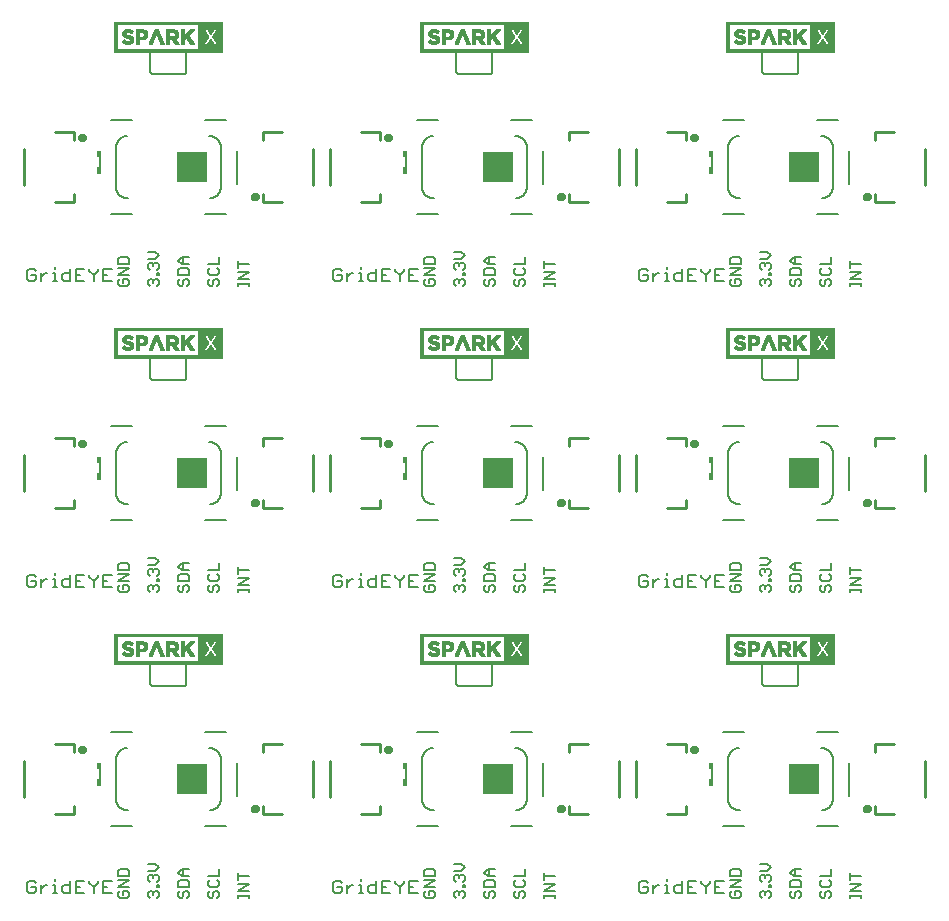
<source format=gto>
G75*
%MOIN*%
%OFA0B0*%
%FSLAX25Y25*%
%IPPOS*%
%LPD*%
%AMOC8*
5,1,8,0,0,1.08239X$1,22.5*
%
%ADD10C,0.00600*%
%ADD11C,0.00800*%
%ADD12C,0.01000*%
%ADD13C,0.01575*%
%ADD14C,0.00039*%
%ADD15R,0.10236X0.10236*%
D10*
X0055297Y0047367D02*
X0055297Y0048501D01*
X0055864Y0049069D01*
X0056999Y0049069D02*
X0056999Y0047934D01*
X0056999Y0049069D02*
X0058133Y0049069D01*
X0058700Y0048501D01*
X0058700Y0047367D01*
X0058133Y0046800D01*
X0055864Y0046800D01*
X0055297Y0047367D01*
X0055297Y0050483D02*
X0058700Y0052752D01*
X0055297Y0052752D01*
X0055297Y0054166D02*
X0055297Y0055868D01*
X0055864Y0056435D01*
X0058133Y0056435D01*
X0058700Y0055868D01*
X0058700Y0054166D01*
X0055297Y0054166D01*
X0055297Y0050483D02*
X0058700Y0050483D01*
X0065297Y0048501D02*
X0065297Y0047367D01*
X0065864Y0046800D01*
X0066999Y0047934D02*
X0066999Y0048501D01*
X0067566Y0049069D01*
X0068133Y0049069D01*
X0068700Y0048501D01*
X0068700Y0047367D01*
X0068133Y0046800D01*
X0066999Y0048501D02*
X0066431Y0049069D01*
X0065864Y0049069D01*
X0065297Y0048501D01*
X0068133Y0050483D02*
X0068133Y0051050D01*
X0068700Y0051050D01*
X0068700Y0050483D01*
X0068133Y0050483D01*
X0068133Y0052325D02*
X0068700Y0052892D01*
X0068700Y0054026D01*
X0068133Y0054593D01*
X0067566Y0054593D01*
X0066999Y0054026D01*
X0066999Y0053459D01*
X0066999Y0054026D02*
X0066431Y0054593D01*
X0065864Y0054593D01*
X0065297Y0054026D01*
X0065297Y0052892D01*
X0065864Y0052325D01*
X0065297Y0056008D02*
X0067566Y0056008D01*
X0068700Y0057142D01*
X0067566Y0058276D01*
X0065297Y0058276D01*
X0075297Y0055301D02*
X0076431Y0056435D01*
X0078700Y0056435D01*
X0076999Y0056435D02*
X0076999Y0054166D01*
X0076431Y0054166D02*
X0075297Y0055301D01*
X0076431Y0054166D02*
X0078700Y0054166D01*
X0078133Y0052752D02*
X0078700Y0052185D01*
X0078700Y0050483D01*
X0075297Y0050483D01*
X0075297Y0052185D01*
X0075864Y0052752D01*
X0078133Y0052752D01*
X0078133Y0049069D02*
X0078700Y0048501D01*
X0078700Y0047367D01*
X0078133Y0046800D01*
X0076999Y0047367D02*
X0076999Y0048501D01*
X0077566Y0049069D01*
X0078133Y0049069D01*
X0076999Y0047367D02*
X0076431Y0046800D01*
X0075864Y0046800D01*
X0075297Y0047367D01*
X0075297Y0048501D01*
X0075864Y0049069D01*
X0085297Y0048501D02*
X0085297Y0047367D01*
X0085864Y0046800D01*
X0086431Y0046800D01*
X0086999Y0047367D01*
X0086999Y0048501D01*
X0087566Y0049069D01*
X0088133Y0049069D01*
X0088700Y0048501D01*
X0088700Y0047367D01*
X0088133Y0046800D01*
X0085864Y0049069D02*
X0085297Y0048501D01*
X0085864Y0050483D02*
X0088133Y0050483D01*
X0088700Y0051050D01*
X0088700Y0052185D01*
X0088133Y0052752D01*
X0088700Y0054166D02*
X0088700Y0056435D01*
X0088700Y0054166D02*
X0085297Y0054166D01*
X0085864Y0052752D02*
X0085297Y0052185D01*
X0085297Y0051050D01*
X0085864Y0050483D01*
X0095297Y0051524D02*
X0098700Y0051524D01*
X0095297Y0049255D01*
X0098700Y0049255D01*
X0098700Y0047934D02*
X0098700Y0046800D01*
X0098700Y0047367D02*
X0095297Y0047367D01*
X0095297Y0046800D02*
X0095297Y0047934D01*
X0095297Y0052939D02*
X0095297Y0055207D01*
X0095297Y0054073D02*
X0098700Y0054073D01*
X0157297Y0054166D02*
X0157297Y0055868D01*
X0157864Y0056435D01*
X0160133Y0056435D01*
X0160700Y0055868D01*
X0160700Y0054166D01*
X0157297Y0054166D01*
X0157297Y0052752D02*
X0160700Y0052752D01*
X0157297Y0050483D01*
X0160700Y0050483D01*
X0160133Y0049069D02*
X0158999Y0049069D01*
X0158999Y0047934D01*
X0160133Y0046800D02*
X0160700Y0047367D01*
X0160700Y0048501D01*
X0160133Y0049069D01*
X0157864Y0049069D02*
X0157297Y0048501D01*
X0157297Y0047367D01*
X0157864Y0046800D01*
X0160133Y0046800D01*
X0167297Y0047367D02*
X0167297Y0048501D01*
X0167864Y0049069D01*
X0168431Y0049069D01*
X0168999Y0048501D01*
X0169566Y0049069D01*
X0170133Y0049069D01*
X0170700Y0048501D01*
X0170700Y0047367D01*
X0170133Y0046800D01*
X0168999Y0047934D02*
X0168999Y0048501D01*
X0167864Y0046800D02*
X0167297Y0047367D01*
X0170133Y0050483D02*
X0170133Y0051050D01*
X0170700Y0051050D01*
X0170700Y0050483D01*
X0170133Y0050483D01*
X0170133Y0052325D02*
X0170700Y0052892D01*
X0170700Y0054026D01*
X0170133Y0054593D01*
X0169566Y0054593D01*
X0168999Y0054026D01*
X0168999Y0053459D01*
X0168999Y0054026D02*
X0168431Y0054593D01*
X0167864Y0054593D01*
X0167297Y0054026D01*
X0167297Y0052892D01*
X0167864Y0052325D01*
X0167297Y0056008D02*
X0169566Y0056008D01*
X0170700Y0057142D01*
X0169566Y0058276D01*
X0167297Y0058276D01*
X0177297Y0055301D02*
X0178431Y0056435D01*
X0180700Y0056435D01*
X0178999Y0056435D02*
X0178999Y0054166D01*
X0178431Y0054166D02*
X0177297Y0055301D01*
X0178431Y0054166D02*
X0180700Y0054166D01*
X0180133Y0052752D02*
X0177864Y0052752D01*
X0177297Y0052185D01*
X0177297Y0050483D01*
X0180700Y0050483D01*
X0180700Y0052185D01*
X0180133Y0052752D01*
X0180133Y0049069D02*
X0180700Y0048501D01*
X0180700Y0047367D01*
X0180133Y0046800D01*
X0178999Y0047367D02*
X0178999Y0048501D01*
X0179566Y0049069D01*
X0180133Y0049069D01*
X0178999Y0047367D02*
X0178431Y0046800D01*
X0177864Y0046800D01*
X0177297Y0047367D01*
X0177297Y0048501D01*
X0177864Y0049069D01*
X0187297Y0048501D02*
X0187297Y0047367D01*
X0187864Y0046800D01*
X0188431Y0046800D01*
X0188999Y0047367D01*
X0188999Y0048501D01*
X0189566Y0049069D01*
X0190133Y0049069D01*
X0190700Y0048501D01*
X0190700Y0047367D01*
X0190133Y0046800D01*
X0187864Y0049069D02*
X0187297Y0048501D01*
X0187864Y0050483D02*
X0190133Y0050483D01*
X0190700Y0051050D01*
X0190700Y0052185D01*
X0190133Y0052752D01*
X0190700Y0054166D02*
X0190700Y0056435D01*
X0190700Y0054166D02*
X0187297Y0054166D01*
X0187864Y0052752D02*
X0187297Y0052185D01*
X0187297Y0051050D01*
X0187864Y0050483D01*
X0197297Y0051524D02*
X0200700Y0051524D01*
X0197297Y0049255D01*
X0200700Y0049255D01*
X0200700Y0047934D02*
X0200700Y0046800D01*
X0200700Y0047367D02*
X0197297Y0047367D01*
X0197297Y0046800D02*
X0197297Y0047934D01*
X0197297Y0052939D02*
X0197297Y0055207D01*
X0197297Y0054073D02*
X0200700Y0054073D01*
X0259297Y0054166D02*
X0259297Y0055868D01*
X0259864Y0056435D01*
X0262133Y0056435D01*
X0262700Y0055868D01*
X0262700Y0054166D01*
X0259297Y0054166D01*
X0259297Y0052752D02*
X0262700Y0052752D01*
X0259297Y0050483D01*
X0262700Y0050483D01*
X0262133Y0049069D02*
X0260999Y0049069D01*
X0260999Y0047934D01*
X0262133Y0046800D02*
X0262700Y0047367D01*
X0262700Y0048501D01*
X0262133Y0049069D01*
X0259864Y0049069D02*
X0259297Y0048501D01*
X0259297Y0047367D01*
X0259864Y0046800D01*
X0262133Y0046800D01*
X0269297Y0047367D02*
X0269297Y0048501D01*
X0269864Y0049069D01*
X0270431Y0049069D01*
X0270999Y0048501D01*
X0271566Y0049069D01*
X0272133Y0049069D01*
X0272700Y0048501D01*
X0272700Y0047367D01*
X0272133Y0046800D01*
X0270999Y0047934D02*
X0270999Y0048501D01*
X0269864Y0046800D02*
X0269297Y0047367D01*
X0272133Y0050483D02*
X0272133Y0051050D01*
X0272700Y0051050D01*
X0272700Y0050483D01*
X0272133Y0050483D01*
X0272133Y0052325D02*
X0272700Y0052892D01*
X0272700Y0054026D01*
X0272133Y0054593D01*
X0271566Y0054593D01*
X0270999Y0054026D01*
X0270999Y0053459D01*
X0270999Y0054026D02*
X0270431Y0054593D01*
X0269864Y0054593D01*
X0269297Y0054026D01*
X0269297Y0052892D01*
X0269864Y0052325D01*
X0269297Y0056008D02*
X0271566Y0056008D01*
X0272700Y0057142D01*
X0271566Y0058276D01*
X0269297Y0058276D01*
X0279297Y0055301D02*
X0280431Y0056435D01*
X0282700Y0056435D01*
X0280999Y0056435D02*
X0280999Y0054166D01*
X0280431Y0054166D02*
X0282700Y0054166D01*
X0282133Y0052752D02*
X0279864Y0052752D01*
X0279297Y0052185D01*
X0279297Y0050483D01*
X0282700Y0050483D01*
X0282700Y0052185D01*
X0282133Y0052752D01*
X0280431Y0054166D02*
X0279297Y0055301D01*
X0279864Y0049069D02*
X0279297Y0048501D01*
X0279297Y0047367D01*
X0279864Y0046800D01*
X0280431Y0046800D01*
X0280999Y0047367D01*
X0280999Y0048501D01*
X0281566Y0049069D01*
X0282133Y0049069D01*
X0282700Y0048501D01*
X0282700Y0047367D01*
X0282133Y0046800D01*
X0289297Y0047367D02*
X0289864Y0046800D01*
X0290431Y0046800D01*
X0290999Y0047367D01*
X0290999Y0048501D01*
X0291566Y0049069D01*
X0292133Y0049069D01*
X0292700Y0048501D01*
X0292700Y0047367D01*
X0292133Y0046800D01*
X0289297Y0047367D02*
X0289297Y0048501D01*
X0289864Y0049069D01*
X0289864Y0050483D02*
X0292133Y0050483D01*
X0292700Y0051050D01*
X0292700Y0052185D01*
X0292133Y0052752D01*
X0292700Y0054166D02*
X0292700Y0056435D01*
X0292700Y0054166D02*
X0289297Y0054166D01*
X0289864Y0052752D02*
X0289297Y0052185D01*
X0289297Y0051050D01*
X0289864Y0050483D01*
X0299297Y0051524D02*
X0302700Y0051524D01*
X0299297Y0049255D01*
X0302700Y0049255D01*
X0302700Y0047934D02*
X0302700Y0046800D01*
X0302700Y0047367D02*
X0299297Y0047367D01*
X0299297Y0046800D02*
X0299297Y0047934D01*
X0299297Y0052939D02*
X0299297Y0055207D01*
X0299297Y0054073D02*
X0302700Y0054073D01*
X0281000Y0117500D02*
X0271000Y0117500D01*
X0270940Y0117502D01*
X0270879Y0117507D01*
X0270820Y0117516D01*
X0270761Y0117529D01*
X0270702Y0117545D01*
X0270645Y0117565D01*
X0270590Y0117588D01*
X0270535Y0117615D01*
X0270483Y0117644D01*
X0270432Y0117677D01*
X0270383Y0117713D01*
X0270337Y0117751D01*
X0270293Y0117793D01*
X0270251Y0117837D01*
X0270213Y0117883D01*
X0270177Y0117932D01*
X0270144Y0117983D01*
X0270115Y0118035D01*
X0270088Y0118090D01*
X0270065Y0118145D01*
X0270045Y0118202D01*
X0270029Y0118261D01*
X0270016Y0118320D01*
X0270007Y0118379D01*
X0270002Y0118440D01*
X0270000Y0118500D01*
X0270000Y0124500D01*
X0270002Y0124560D01*
X0270007Y0124621D01*
X0270016Y0124680D01*
X0270029Y0124739D01*
X0270045Y0124798D01*
X0270065Y0124855D01*
X0270088Y0124910D01*
X0270115Y0124965D01*
X0270144Y0125017D01*
X0270177Y0125068D01*
X0270213Y0125117D01*
X0270251Y0125163D01*
X0270293Y0125207D01*
X0270337Y0125249D01*
X0270383Y0125287D01*
X0270432Y0125323D01*
X0270483Y0125356D01*
X0270535Y0125385D01*
X0270590Y0125412D01*
X0270645Y0125435D01*
X0270702Y0125455D01*
X0270761Y0125471D01*
X0270820Y0125484D01*
X0270879Y0125493D01*
X0270940Y0125498D01*
X0271000Y0125500D01*
X0281000Y0125500D01*
X0281060Y0125498D01*
X0281121Y0125493D01*
X0281180Y0125484D01*
X0281239Y0125471D01*
X0281298Y0125455D01*
X0281355Y0125435D01*
X0281410Y0125412D01*
X0281465Y0125385D01*
X0281517Y0125356D01*
X0281568Y0125323D01*
X0281617Y0125287D01*
X0281663Y0125249D01*
X0281707Y0125207D01*
X0281749Y0125163D01*
X0281787Y0125117D01*
X0281823Y0125068D01*
X0281856Y0125017D01*
X0281885Y0124965D01*
X0281912Y0124910D01*
X0281935Y0124855D01*
X0281955Y0124798D01*
X0281971Y0124739D01*
X0281984Y0124680D01*
X0281993Y0124621D01*
X0281998Y0124560D01*
X0282000Y0124500D01*
X0282000Y0118500D01*
X0281998Y0118440D01*
X0281993Y0118379D01*
X0281984Y0118320D01*
X0281971Y0118261D01*
X0281955Y0118202D01*
X0281935Y0118145D01*
X0281912Y0118090D01*
X0281885Y0118035D01*
X0281856Y0117983D01*
X0281823Y0117932D01*
X0281787Y0117883D01*
X0281749Y0117837D01*
X0281707Y0117793D01*
X0281663Y0117751D01*
X0281617Y0117713D01*
X0281568Y0117677D01*
X0281517Y0117644D01*
X0281465Y0117615D01*
X0281410Y0117588D01*
X0281355Y0117565D01*
X0281298Y0117545D01*
X0281239Y0117529D01*
X0281180Y0117516D01*
X0281121Y0117507D01*
X0281060Y0117502D01*
X0281000Y0117500D01*
X0280431Y0148800D02*
X0280999Y0149367D01*
X0280999Y0150501D01*
X0281566Y0151069D01*
X0282133Y0151069D01*
X0282700Y0150501D01*
X0282700Y0149367D01*
X0282133Y0148800D01*
X0280431Y0148800D02*
X0279864Y0148800D01*
X0279297Y0149367D01*
X0279297Y0150501D01*
X0279864Y0151069D01*
X0279297Y0152483D02*
X0279297Y0154185D01*
X0279864Y0154752D01*
X0282133Y0154752D01*
X0282700Y0154185D01*
X0282700Y0152483D01*
X0279297Y0152483D01*
X0280431Y0156166D02*
X0279297Y0157301D01*
X0280431Y0158435D01*
X0282700Y0158435D01*
X0280999Y0158435D02*
X0280999Y0156166D01*
X0280431Y0156166D02*
X0282700Y0156166D01*
X0289297Y0156166D02*
X0292700Y0156166D01*
X0292700Y0158435D01*
X0292133Y0154752D02*
X0292700Y0154185D01*
X0292700Y0153050D01*
X0292133Y0152483D01*
X0289864Y0152483D01*
X0289297Y0153050D01*
X0289297Y0154185D01*
X0289864Y0154752D01*
X0289864Y0151069D02*
X0289297Y0150501D01*
X0289297Y0149367D01*
X0289864Y0148800D01*
X0290431Y0148800D01*
X0290999Y0149367D01*
X0290999Y0150501D01*
X0291566Y0151069D01*
X0292133Y0151069D01*
X0292700Y0150501D01*
X0292700Y0149367D01*
X0292133Y0148800D01*
X0299297Y0148800D02*
X0299297Y0149934D01*
X0299297Y0149367D02*
X0302700Y0149367D01*
X0302700Y0148800D02*
X0302700Y0149934D01*
X0302700Y0151255D02*
X0299297Y0151255D01*
X0302700Y0153524D01*
X0299297Y0153524D01*
X0299297Y0154939D02*
X0299297Y0157207D01*
X0299297Y0156073D02*
X0302700Y0156073D01*
X0272700Y0156026D02*
X0272700Y0154892D01*
X0272133Y0154325D01*
X0272133Y0153050D02*
X0272700Y0153050D01*
X0272700Y0152483D01*
X0272133Y0152483D01*
X0272133Y0153050D01*
X0272133Y0151069D02*
X0272700Y0150501D01*
X0272700Y0149367D01*
X0272133Y0148800D01*
X0270999Y0149934D02*
X0270999Y0150501D01*
X0271566Y0151069D01*
X0272133Y0151069D01*
X0270999Y0150501D02*
X0270431Y0151069D01*
X0269864Y0151069D01*
X0269297Y0150501D01*
X0269297Y0149367D01*
X0269864Y0148800D01*
X0269864Y0154325D02*
X0269297Y0154892D01*
X0269297Y0156026D01*
X0269864Y0156593D01*
X0270431Y0156593D01*
X0270999Y0156026D01*
X0271566Y0156593D01*
X0272133Y0156593D01*
X0272700Y0156026D01*
X0270999Y0156026D02*
X0270999Y0155459D01*
X0271566Y0158008D02*
X0272700Y0159142D01*
X0271566Y0160276D01*
X0269297Y0160276D01*
X0269297Y0158008D02*
X0271566Y0158008D01*
X0262700Y0157868D02*
X0262700Y0156166D01*
X0259297Y0156166D01*
X0259297Y0157868D01*
X0259864Y0158435D01*
X0262133Y0158435D01*
X0262700Y0157868D01*
X0262700Y0154752D02*
X0259297Y0154752D01*
X0259297Y0152483D02*
X0262700Y0154752D01*
X0262700Y0152483D02*
X0259297Y0152483D01*
X0259864Y0151069D02*
X0259297Y0150501D01*
X0259297Y0149367D01*
X0259864Y0148800D01*
X0262133Y0148800D01*
X0262700Y0149367D01*
X0262700Y0150501D01*
X0262133Y0151069D01*
X0260999Y0151069D01*
X0260999Y0149934D01*
X0200700Y0149934D02*
X0200700Y0148800D01*
X0200700Y0149367D02*
X0197297Y0149367D01*
X0197297Y0148800D02*
X0197297Y0149934D01*
X0197297Y0151255D02*
X0200700Y0153524D01*
X0197297Y0153524D01*
X0197297Y0154939D02*
X0197297Y0157207D01*
X0197297Y0156073D02*
X0200700Y0156073D01*
X0200700Y0151255D02*
X0197297Y0151255D01*
X0190700Y0150501D02*
X0190700Y0149367D01*
X0190133Y0148800D01*
X0188999Y0149367D02*
X0188999Y0150501D01*
X0189566Y0151069D01*
X0190133Y0151069D01*
X0190700Y0150501D01*
X0188999Y0149367D02*
X0188431Y0148800D01*
X0187864Y0148800D01*
X0187297Y0149367D01*
X0187297Y0150501D01*
X0187864Y0151069D01*
X0187864Y0152483D02*
X0190133Y0152483D01*
X0190700Y0153050D01*
X0190700Y0154185D01*
X0190133Y0154752D01*
X0190700Y0156166D02*
X0190700Y0158435D01*
X0190700Y0156166D02*
X0187297Y0156166D01*
X0187864Y0154752D02*
X0187297Y0154185D01*
X0187297Y0153050D01*
X0187864Y0152483D01*
X0180700Y0152483D02*
X0180700Y0154185D01*
X0180133Y0154752D01*
X0177864Y0154752D01*
X0177297Y0154185D01*
X0177297Y0152483D01*
X0180700Y0152483D01*
X0180133Y0151069D02*
X0180700Y0150501D01*
X0180700Y0149367D01*
X0180133Y0148800D01*
X0178999Y0149367D02*
X0178999Y0150501D01*
X0179566Y0151069D01*
X0180133Y0151069D01*
X0178999Y0149367D02*
X0178431Y0148800D01*
X0177864Y0148800D01*
X0177297Y0149367D01*
X0177297Y0150501D01*
X0177864Y0151069D01*
X0178431Y0156166D02*
X0177297Y0157301D01*
X0178431Y0158435D01*
X0180700Y0158435D01*
X0178999Y0158435D02*
X0178999Y0156166D01*
X0178431Y0156166D02*
X0180700Y0156166D01*
X0170700Y0156026D02*
X0170700Y0154892D01*
X0170133Y0154325D01*
X0170133Y0153050D02*
X0170700Y0153050D01*
X0170700Y0152483D01*
X0170133Y0152483D01*
X0170133Y0153050D01*
X0170133Y0151069D02*
X0170700Y0150501D01*
X0170700Y0149367D01*
X0170133Y0148800D01*
X0168999Y0149934D02*
X0168999Y0150501D01*
X0169566Y0151069D01*
X0170133Y0151069D01*
X0168999Y0150501D02*
X0168431Y0151069D01*
X0167864Y0151069D01*
X0167297Y0150501D01*
X0167297Y0149367D01*
X0167864Y0148800D01*
X0167864Y0154325D02*
X0167297Y0154892D01*
X0167297Y0156026D01*
X0167864Y0156593D01*
X0168431Y0156593D01*
X0168999Y0156026D01*
X0169566Y0156593D01*
X0170133Y0156593D01*
X0170700Y0156026D01*
X0168999Y0156026D02*
X0168999Y0155459D01*
X0169566Y0158008D02*
X0167297Y0158008D01*
X0167297Y0160276D02*
X0169566Y0160276D01*
X0170700Y0159142D01*
X0169566Y0158008D01*
X0160700Y0157868D02*
X0160700Y0156166D01*
X0157297Y0156166D01*
X0157297Y0157868D01*
X0157864Y0158435D01*
X0160133Y0158435D01*
X0160700Y0157868D01*
X0160700Y0154752D02*
X0157297Y0154752D01*
X0157297Y0152483D02*
X0160700Y0154752D01*
X0160700Y0152483D02*
X0157297Y0152483D01*
X0157864Y0151069D02*
X0157297Y0150501D01*
X0157297Y0149367D01*
X0157864Y0148800D01*
X0160133Y0148800D01*
X0160700Y0149367D01*
X0160700Y0150501D01*
X0160133Y0151069D01*
X0158999Y0151069D01*
X0158999Y0149934D01*
X0169000Y0125500D02*
X0179000Y0125500D01*
X0179060Y0125498D01*
X0179121Y0125493D01*
X0179180Y0125484D01*
X0179239Y0125471D01*
X0179298Y0125455D01*
X0179355Y0125435D01*
X0179410Y0125412D01*
X0179465Y0125385D01*
X0179517Y0125356D01*
X0179568Y0125323D01*
X0179617Y0125287D01*
X0179663Y0125249D01*
X0179707Y0125207D01*
X0179749Y0125163D01*
X0179787Y0125117D01*
X0179823Y0125068D01*
X0179856Y0125017D01*
X0179885Y0124965D01*
X0179912Y0124910D01*
X0179935Y0124855D01*
X0179955Y0124798D01*
X0179971Y0124739D01*
X0179984Y0124680D01*
X0179993Y0124621D01*
X0179998Y0124560D01*
X0180000Y0124500D01*
X0180000Y0118500D01*
X0179998Y0118440D01*
X0179993Y0118379D01*
X0179984Y0118320D01*
X0179971Y0118261D01*
X0179955Y0118202D01*
X0179935Y0118145D01*
X0179912Y0118090D01*
X0179885Y0118035D01*
X0179856Y0117983D01*
X0179823Y0117932D01*
X0179787Y0117883D01*
X0179749Y0117837D01*
X0179707Y0117793D01*
X0179663Y0117751D01*
X0179617Y0117713D01*
X0179568Y0117677D01*
X0179517Y0117644D01*
X0179465Y0117615D01*
X0179410Y0117588D01*
X0179355Y0117565D01*
X0179298Y0117545D01*
X0179239Y0117529D01*
X0179180Y0117516D01*
X0179121Y0117507D01*
X0179060Y0117502D01*
X0179000Y0117500D01*
X0169000Y0117500D01*
X0168940Y0117502D01*
X0168879Y0117507D01*
X0168820Y0117516D01*
X0168761Y0117529D01*
X0168702Y0117545D01*
X0168645Y0117565D01*
X0168590Y0117588D01*
X0168535Y0117615D01*
X0168483Y0117644D01*
X0168432Y0117677D01*
X0168383Y0117713D01*
X0168337Y0117751D01*
X0168293Y0117793D01*
X0168251Y0117837D01*
X0168213Y0117883D01*
X0168177Y0117932D01*
X0168144Y0117983D01*
X0168115Y0118035D01*
X0168088Y0118090D01*
X0168065Y0118145D01*
X0168045Y0118202D01*
X0168029Y0118261D01*
X0168016Y0118320D01*
X0168007Y0118379D01*
X0168002Y0118440D01*
X0168000Y0118500D01*
X0168000Y0124500D01*
X0168002Y0124560D01*
X0168007Y0124621D01*
X0168016Y0124680D01*
X0168029Y0124739D01*
X0168045Y0124798D01*
X0168065Y0124855D01*
X0168088Y0124910D01*
X0168115Y0124965D01*
X0168144Y0125017D01*
X0168177Y0125068D01*
X0168213Y0125117D01*
X0168251Y0125163D01*
X0168293Y0125207D01*
X0168337Y0125249D01*
X0168383Y0125287D01*
X0168432Y0125323D01*
X0168483Y0125356D01*
X0168535Y0125385D01*
X0168590Y0125412D01*
X0168645Y0125435D01*
X0168702Y0125455D01*
X0168761Y0125471D01*
X0168820Y0125484D01*
X0168879Y0125493D01*
X0168940Y0125498D01*
X0169000Y0125500D01*
X0098700Y0148800D02*
X0098700Y0149934D01*
X0098700Y0149367D02*
X0095297Y0149367D01*
X0095297Y0148800D02*
X0095297Y0149934D01*
X0095297Y0151255D02*
X0098700Y0153524D01*
X0095297Y0153524D01*
X0095297Y0154939D02*
X0095297Y0157207D01*
X0095297Y0156073D02*
X0098700Y0156073D01*
X0098700Y0151255D02*
X0095297Y0151255D01*
X0088700Y0150501D02*
X0088700Y0149367D01*
X0088133Y0148800D01*
X0086999Y0149367D02*
X0086999Y0150501D01*
X0087566Y0151069D01*
X0088133Y0151069D01*
X0088700Y0150501D01*
X0086999Y0149367D02*
X0086431Y0148800D01*
X0085864Y0148800D01*
X0085297Y0149367D01*
X0085297Y0150501D01*
X0085864Y0151069D01*
X0085864Y0152483D02*
X0088133Y0152483D01*
X0088700Y0153050D01*
X0088700Y0154185D01*
X0088133Y0154752D01*
X0088700Y0156166D02*
X0088700Y0158435D01*
X0088700Y0156166D02*
X0085297Y0156166D01*
X0085864Y0154752D02*
X0085297Y0154185D01*
X0085297Y0153050D01*
X0085864Y0152483D01*
X0078700Y0152483D02*
X0078700Y0154185D01*
X0078133Y0154752D01*
X0075864Y0154752D01*
X0075297Y0154185D01*
X0075297Y0152483D01*
X0078700Y0152483D01*
X0078133Y0151069D02*
X0078700Y0150501D01*
X0078700Y0149367D01*
X0078133Y0148800D01*
X0076999Y0149367D02*
X0076999Y0150501D01*
X0077566Y0151069D01*
X0078133Y0151069D01*
X0076999Y0149367D02*
X0076431Y0148800D01*
X0075864Y0148800D01*
X0075297Y0149367D01*
X0075297Y0150501D01*
X0075864Y0151069D01*
X0076431Y0156166D02*
X0075297Y0157301D01*
X0076431Y0158435D01*
X0078700Y0158435D01*
X0076999Y0158435D02*
X0076999Y0156166D01*
X0076431Y0156166D02*
X0078700Y0156166D01*
X0068700Y0156026D02*
X0068700Y0154892D01*
X0068133Y0154325D01*
X0068133Y0153050D02*
X0068700Y0153050D01*
X0068700Y0152483D01*
X0068133Y0152483D01*
X0068133Y0153050D01*
X0068133Y0151069D02*
X0068700Y0150501D01*
X0068700Y0149367D01*
X0068133Y0148800D01*
X0066999Y0149934D02*
X0066999Y0150501D01*
X0067566Y0151069D01*
X0068133Y0151069D01*
X0066999Y0150501D02*
X0066431Y0151069D01*
X0065864Y0151069D01*
X0065297Y0150501D01*
X0065297Y0149367D01*
X0065864Y0148800D01*
X0065864Y0154325D02*
X0065297Y0154892D01*
X0065297Y0156026D01*
X0065864Y0156593D01*
X0066431Y0156593D01*
X0066999Y0156026D01*
X0067566Y0156593D01*
X0068133Y0156593D01*
X0068700Y0156026D01*
X0066999Y0156026D02*
X0066999Y0155459D01*
X0067566Y0158008D02*
X0065297Y0158008D01*
X0065297Y0160276D02*
X0067566Y0160276D01*
X0068700Y0159142D01*
X0067566Y0158008D01*
X0058700Y0157868D02*
X0058700Y0156166D01*
X0055297Y0156166D01*
X0055297Y0157868D01*
X0055864Y0158435D01*
X0058133Y0158435D01*
X0058700Y0157868D01*
X0058700Y0154752D02*
X0055297Y0154752D01*
X0055297Y0152483D02*
X0058700Y0154752D01*
X0058700Y0152483D02*
X0055297Y0152483D01*
X0055864Y0151069D02*
X0055297Y0150501D01*
X0055297Y0149367D01*
X0055864Y0148800D01*
X0058133Y0148800D01*
X0058700Y0149367D01*
X0058700Y0150501D01*
X0058133Y0151069D01*
X0056999Y0151069D01*
X0056999Y0149934D01*
X0067000Y0125500D02*
X0077000Y0125500D01*
X0077060Y0125498D01*
X0077121Y0125493D01*
X0077180Y0125484D01*
X0077239Y0125471D01*
X0077298Y0125455D01*
X0077355Y0125435D01*
X0077410Y0125412D01*
X0077465Y0125385D01*
X0077517Y0125356D01*
X0077568Y0125323D01*
X0077617Y0125287D01*
X0077663Y0125249D01*
X0077707Y0125207D01*
X0077749Y0125163D01*
X0077787Y0125117D01*
X0077823Y0125068D01*
X0077856Y0125017D01*
X0077885Y0124965D01*
X0077912Y0124910D01*
X0077935Y0124855D01*
X0077955Y0124798D01*
X0077971Y0124739D01*
X0077984Y0124680D01*
X0077993Y0124621D01*
X0077998Y0124560D01*
X0078000Y0124500D01*
X0078000Y0118500D01*
X0077998Y0118440D01*
X0077993Y0118379D01*
X0077984Y0118320D01*
X0077971Y0118261D01*
X0077955Y0118202D01*
X0077935Y0118145D01*
X0077912Y0118090D01*
X0077885Y0118035D01*
X0077856Y0117983D01*
X0077823Y0117932D01*
X0077787Y0117883D01*
X0077749Y0117837D01*
X0077707Y0117793D01*
X0077663Y0117751D01*
X0077617Y0117713D01*
X0077568Y0117677D01*
X0077517Y0117644D01*
X0077465Y0117615D01*
X0077410Y0117588D01*
X0077355Y0117565D01*
X0077298Y0117545D01*
X0077239Y0117529D01*
X0077180Y0117516D01*
X0077121Y0117507D01*
X0077060Y0117502D01*
X0077000Y0117500D01*
X0067000Y0117500D01*
X0066940Y0117502D01*
X0066879Y0117507D01*
X0066820Y0117516D01*
X0066761Y0117529D01*
X0066702Y0117545D01*
X0066645Y0117565D01*
X0066590Y0117588D01*
X0066535Y0117615D01*
X0066483Y0117644D01*
X0066432Y0117677D01*
X0066383Y0117713D01*
X0066337Y0117751D01*
X0066293Y0117793D01*
X0066251Y0117837D01*
X0066213Y0117883D01*
X0066177Y0117932D01*
X0066144Y0117983D01*
X0066115Y0118035D01*
X0066088Y0118090D01*
X0066065Y0118145D01*
X0066045Y0118202D01*
X0066029Y0118261D01*
X0066016Y0118320D01*
X0066007Y0118379D01*
X0066002Y0118440D01*
X0066000Y0118500D01*
X0066000Y0124500D01*
X0066002Y0124560D01*
X0066007Y0124621D01*
X0066016Y0124680D01*
X0066029Y0124739D01*
X0066045Y0124798D01*
X0066065Y0124855D01*
X0066088Y0124910D01*
X0066115Y0124965D01*
X0066144Y0125017D01*
X0066177Y0125068D01*
X0066213Y0125117D01*
X0066251Y0125163D01*
X0066293Y0125207D01*
X0066337Y0125249D01*
X0066383Y0125287D01*
X0066432Y0125323D01*
X0066483Y0125356D01*
X0066535Y0125385D01*
X0066590Y0125412D01*
X0066645Y0125435D01*
X0066702Y0125455D01*
X0066761Y0125471D01*
X0066820Y0125484D01*
X0066879Y0125493D01*
X0066940Y0125498D01*
X0067000Y0125500D01*
X0067000Y0219500D02*
X0077000Y0219500D01*
X0077060Y0219502D01*
X0077121Y0219507D01*
X0077180Y0219516D01*
X0077239Y0219529D01*
X0077298Y0219545D01*
X0077355Y0219565D01*
X0077410Y0219588D01*
X0077465Y0219615D01*
X0077517Y0219644D01*
X0077568Y0219677D01*
X0077617Y0219713D01*
X0077663Y0219751D01*
X0077707Y0219793D01*
X0077749Y0219837D01*
X0077787Y0219883D01*
X0077823Y0219932D01*
X0077856Y0219983D01*
X0077885Y0220035D01*
X0077912Y0220090D01*
X0077935Y0220145D01*
X0077955Y0220202D01*
X0077971Y0220261D01*
X0077984Y0220320D01*
X0077993Y0220379D01*
X0077998Y0220440D01*
X0078000Y0220500D01*
X0078000Y0226500D01*
X0077998Y0226560D01*
X0077993Y0226621D01*
X0077984Y0226680D01*
X0077971Y0226739D01*
X0077955Y0226798D01*
X0077935Y0226855D01*
X0077912Y0226910D01*
X0077885Y0226965D01*
X0077856Y0227017D01*
X0077823Y0227068D01*
X0077787Y0227117D01*
X0077749Y0227163D01*
X0077707Y0227207D01*
X0077663Y0227249D01*
X0077617Y0227287D01*
X0077568Y0227323D01*
X0077517Y0227356D01*
X0077465Y0227385D01*
X0077410Y0227412D01*
X0077355Y0227435D01*
X0077298Y0227455D01*
X0077239Y0227471D01*
X0077180Y0227484D01*
X0077121Y0227493D01*
X0077060Y0227498D01*
X0077000Y0227500D01*
X0067000Y0227500D01*
X0066940Y0227498D01*
X0066879Y0227493D01*
X0066820Y0227484D01*
X0066761Y0227471D01*
X0066702Y0227455D01*
X0066645Y0227435D01*
X0066590Y0227412D01*
X0066535Y0227385D01*
X0066483Y0227356D01*
X0066432Y0227323D01*
X0066383Y0227287D01*
X0066337Y0227249D01*
X0066293Y0227207D01*
X0066251Y0227163D01*
X0066213Y0227117D01*
X0066177Y0227068D01*
X0066144Y0227017D01*
X0066115Y0226965D01*
X0066088Y0226910D01*
X0066065Y0226855D01*
X0066045Y0226798D01*
X0066029Y0226739D01*
X0066016Y0226680D01*
X0066007Y0226621D01*
X0066002Y0226560D01*
X0066000Y0226500D01*
X0066000Y0220500D01*
X0066002Y0220440D01*
X0066007Y0220379D01*
X0066016Y0220320D01*
X0066029Y0220261D01*
X0066045Y0220202D01*
X0066065Y0220145D01*
X0066088Y0220090D01*
X0066115Y0220035D01*
X0066144Y0219983D01*
X0066177Y0219932D01*
X0066213Y0219883D01*
X0066251Y0219837D01*
X0066293Y0219793D01*
X0066337Y0219751D01*
X0066383Y0219713D01*
X0066432Y0219677D01*
X0066483Y0219644D01*
X0066535Y0219615D01*
X0066590Y0219588D01*
X0066645Y0219565D01*
X0066702Y0219545D01*
X0066761Y0219529D01*
X0066820Y0219516D01*
X0066879Y0219507D01*
X0066940Y0219502D01*
X0067000Y0219500D01*
X0068133Y0250800D02*
X0068700Y0251367D01*
X0068700Y0252501D01*
X0068133Y0253069D01*
X0067566Y0253069D01*
X0066999Y0252501D01*
X0066999Y0251934D01*
X0066999Y0252501D02*
X0066431Y0253069D01*
X0065864Y0253069D01*
X0065297Y0252501D01*
X0065297Y0251367D01*
X0065864Y0250800D01*
X0068133Y0254483D02*
X0068133Y0255050D01*
X0068700Y0255050D01*
X0068700Y0254483D01*
X0068133Y0254483D01*
X0068133Y0256325D02*
X0068700Y0256892D01*
X0068700Y0258026D01*
X0068133Y0258593D01*
X0067566Y0258593D01*
X0066999Y0258026D01*
X0066999Y0257459D01*
X0066999Y0258026D02*
X0066431Y0258593D01*
X0065864Y0258593D01*
X0065297Y0258026D01*
X0065297Y0256892D01*
X0065864Y0256325D01*
X0065297Y0260008D02*
X0067566Y0260008D01*
X0068700Y0261142D01*
X0067566Y0262276D01*
X0065297Y0262276D01*
X0058700Y0259868D02*
X0058133Y0260435D01*
X0055864Y0260435D01*
X0055297Y0259868D01*
X0055297Y0258166D01*
X0058700Y0258166D01*
X0058700Y0259868D01*
X0058700Y0256752D02*
X0055297Y0256752D01*
X0055297Y0254483D02*
X0058700Y0256752D01*
X0058700Y0254483D02*
X0055297Y0254483D01*
X0055864Y0253069D02*
X0055297Y0252501D01*
X0055297Y0251367D01*
X0055864Y0250800D01*
X0058133Y0250800D01*
X0058700Y0251367D01*
X0058700Y0252501D01*
X0058133Y0253069D01*
X0056999Y0253069D01*
X0056999Y0251934D01*
X0075297Y0251367D02*
X0075864Y0250800D01*
X0076431Y0250800D01*
X0076999Y0251367D01*
X0076999Y0252501D01*
X0077566Y0253069D01*
X0078133Y0253069D01*
X0078700Y0252501D01*
X0078700Y0251367D01*
X0078133Y0250800D01*
X0075297Y0251367D02*
X0075297Y0252501D01*
X0075864Y0253069D01*
X0075297Y0254483D02*
X0075297Y0256185D01*
X0075864Y0256752D01*
X0078133Y0256752D01*
X0078700Y0256185D01*
X0078700Y0254483D01*
X0075297Y0254483D01*
X0076431Y0258166D02*
X0075297Y0259301D01*
X0076431Y0260435D01*
X0078700Y0260435D01*
X0076999Y0260435D02*
X0076999Y0258166D01*
X0076431Y0258166D02*
X0078700Y0258166D01*
X0085297Y0258166D02*
X0088700Y0258166D01*
X0088700Y0260435D01*
X0088133Y0256752D02*
X0088700Y0256185D01*
X0088700Y0255050D01*
X0088133Y0254483D01*
X0085864Y0254483D01*
X0085297Y0255050D01*
X0085297Y0256185D01*
X0085864Y0256752D01*
X0085864Y0253069D02*
X0085297Y0252501D01*
X0085297Y0251367D01*
X0085864Y0250800D01*
X0086431Y0250800D01*
X0086999Y0251367D01*
X0086999Y0252501D01*
X0087566Y0253069D01*
X0088133Y0253069D01*
X0088700Y0252501D01*
X0088700Y0251367D01*
X0088133Y0250800D01*
X0095297Y0250800D02*
X0095297Y0251934D01*
X0095297Y0251367D02*
X0098700Y0251367D01*
X0098700Y0250800D02*
X0098700Y0251934D01*
X0098700Y0253255D02*
X0095297Y0253255D01*
X0098700Y0255524D01*
X0095297Y0255524D01*
X0095297Y0256939D02*
X0095297Y0259207D01*
X0095297Y0258073D02*
X0098700Y0258073D01*
X0157297Y0258166D02*
X0157297Y0259868D01*
X0157864Y0260435D01*
X0160133Y0260435D01*
X0160700Y0259868D01*
X0160700Y0258166D01*
X0157297Y0258166D01*
X0157297Y0256752D02*
X0160700Y0256752D01*
X0157297Y0254483D01*
X0160700Y0254483D01*
X0160133Y0253069D02*
X0158999Y0253069D01*
X0158999Y0251934D01*
X0160133Y0250800D02*
X0160700Y0251367D01*
X0160700Y0252501D01*
X0160133Y0253069D01*
X0157864Y0253069D02*
X0157297Y0252501D01*
X0157297Y0251367D01*
X0157864Y0250800D01*
X0160133Y0250800D01*
X0167297Y0251367D02*
X0167297Y0252501D01*
X0167864Y0253069D01*
X0168431Y0253069D01*
X0168999Y0252501D01*
X0169566Y0253069D01*
X0170133Y0253069D01*
X0170700Y0252501D01*
X0170700Y0251367D01*
X0170133Y0250800D01*
X0168999Y0251934D02*
X0168999Y0252501D01*
X0167864Y0250800D02*
X0167297Y0251367D01*
X0170133Y0254483D02*
X0170133Y0255050D01*
X0170700Y0255050D01*
X0170700Y0254483D01*
X0170133Y0254483D01*
X0170133Y0256325D02*
X0170700Y0256892D01*
X0170700Y0258026D01*
X0170133Y0258593D01*
X0169566Y0258593D01*
X0168999Y0258026D01*
X0168999Y0257459D01*
X0168999Y0258026D02*
X0168431Y0258593D01*
X0167864Y0258593D01*
X0167297Y0258026D01*
X0167297Y0256892D01*
X0167864Y0256325D01*
X0167297Y0260008D02*
X0169566Y0260008D01*
X0170700Y0261142D01*
X0169566Y0262276D01*
X0167297Y0262276D01*
X0177297Y0259301D02*
X0178431Y0260435D01*
X0180700Y0260435D01*
X0178999Y0260435D02*
X0178999Y0258166D01*
X0178431Y0258166D02*
X0177297Y0259301D01*
X0178431Y0258166D02*
X0180700Y0258166D01*
X0180133Y0256752D02*
X0177864Y0256752D01*
X0177297Y0256185D01*
X0177297Y0254483D01*
X0180700Y0254483D01*
X0180700Y0256185D01*
X0180133Y0256752D01*
X0180133Y0253069D02*
X0180700Y0252501D01*
X0180700Y0251367D01*
X0180133Y0250800D01*
X0178999Y0251367D02*
X0178999Y0252501D01*
X0179566Y0253069D01*
X0180133Y0253069D01*
X0178999Y0251367D02*
X0178431Y0250800D01*
X0177864Y0250800D01*
X0177297Y0251367D01*
X0177297Y0252501D01*
X0177864Y0253069D01*
X0187297Y0252501D02*
X0187297Y0251367D01*
X0187864Y0250800D01*
X0188431Y0250800D01*
X0188999Y0251367D01*
X0188999Y0252501D01*
X0189566Y0253069D01*
X0190133Y0253069D01*
X0190700Y0252501D01*
X0190700Y0251367D01*
X0190133Y0250800D01*
X0187864Y0253069D02*
X0187297Y0252501D01*
X0187864Y0254483D02*
X0190133Y0254483D01*
X0190700Y0255050D01*
X0190700Y0256185D01*
X0190133Y0256752D01*
X0190700Y0258166D02*
X0190700Y0260435D01*
X0190700Y0258166D02*
X0187297Y0258166D01*
X0187864Y0256752D02*
X0187297Y0256185D01*
X0187297Y0255050D01*
X0187864Y0254483D01*
X0197297Y0255524D02*
X0200700Y0255524D01*
X0197297Y0253255D01*
X0200700Y0253255D01*
X0200700Y0251934D02*
X0200700Y0250800D01*
X0200700Y0251367D02*
X0197297Y0251367D01*
X0197297Y0250800D02*
X0197297Y0251934D01*
X0197297Y0256939D02*
X0197297Y0259207D01*
X0197297Y0258073D02*
X0200700Y0258073D01*
X0179000Y0227500D02*
X0169000Y0227500D01*
X0168940Y0227498D01*
X0168879Y0227493D01*
X0168820Y0227484D01*
X0168761Y0227471D01*
X0168702Y0227455D01*
X0168645Y0227435D01*
X0168590Y0227412D01*
X0168535Y0227385D01*
X0168483Y0227356D01*
X0168432Y0227323D01*
X0168383Y0227287D01*
X0168337Y0227249D01*
X0168293Y0227207D01*
X0168251Y0227163D01*
X0168213Y0227117D01*
X0168177Y0227068D01*
X0168144Y0227017D01*
X0168115Y0226965D01*
X0168088Y0226910D01*
X0168065Y0226855D01*
X0168045Y0226798D01*
X0168029Y0226739D01*
X0168016Y0226680D01*
X0168007Y0226621D01*
X0168002Y0226560D01*
X0168000Y0226500D01*
X0168000Y0220500D01*
X0168002Y0220440D01*
X0168007Y0220379D01*
X0168016Y0220320D01*
X0168029Y0220261D01*
X0168045Y0220202D01*
X0168065Y0220145D01*
X0168088Y0220090D01*
X0168115Y0220035D01*
X0168144Y0219983D01*
X0168177Y0219932D01*
X0168213Y0219883D01*
X0168251Y0219837D01*
X0168293Y0219793D01*
X0168337Y0219751D01*
X0168383Y0219713D01*
X0168432Y0219677D01*
X0168483Y0219644D01*
X0168535Y0219615D01*
X0168590Y0219588D01*
X0168645Y0219565D01*
X0168702Y0219545D01*
X0168761Y0219529D01*
X0168820Y0219516D01*
X0168879Y0219507D01*
X0168940Y0219502D01*
X0169000Y0219500D01*
X0179000Y0219500D01*
X0179060Y0219502D01*
X0179121Y0219507D01*
X0179180Y0219516D01*
X0179239Y0219529D01*
X0179298Y0219545D01*
X0179355Y0219565D01*
X0179410Y0219588D01*
X0179465Y0219615D01*
X0179517Y0219644D01*
X0179568Y0219677D01*
X0179617Y0219713D01*
X0179663Y0219751D01*
X0179707Y0219793D01*
X0179749Y0219837D01*
X0179787Y0219883D01*
X0179823Y0219932D01*
X0179856Y0219983D01*
X0179885Y0220035D01*
X0179912Y0220090D01*
X0179935Y0220145D01*
X0179955Y0220202D01*
X0179971Y0220261D01*
X0179984Y0220320D01*
X0179993Y0220379D01*
X0179998Y0220440D01*
X0180000Y0220500D01*
X0180000Y0226500D01*
X0179998Y0226560D01*
X0179993Y0226621D01*
X0179984Y0226680D01*
X0179971Y0226739D01*
X0179955Y0226798D01*
X0179935Y0226855D01*
X0179912Y0226910D01*
X0179885Y0226965D01*
X0179856Y0227017D01*
X0179823Y0227068D01*
X0179787Y0227117D01*
X0179749Y0227163D01*
X0179707Y0227207D01*
X0179663Y0227249D01*
X0179617Y0227287D01*
X0179568Y0227323D01*
X0179517Y0227356D01*
X0179465Y0227385D01*
X0179410Y0227412D01*
X0179355Y0227435D01*
X0179298Y0227455D01*
X0179239Y0227471D01*
X0179180Y0227484D01*
X0179121Y0227493D01*
X0179060Y0227498D01*
X0179000Y0227500D01*
X0259297Y0251367D02*
X0259864Y0250800D01*
X0262133Y0250800D01*
X0262700Y0251367D01*
X0262700Y0252501D01*
X0262133Y0253069D01*
X0260999Y0253069D01*
X0260999Y0251934D01*
X0259864Y0253069D02*
X0259297Y0252501D01*
X0259297Y0251367D01*
X0259297Y0254483D02*
X0262700Y0256752D01*
X0259297Y0256752D01*
X0259297Y0258166D02*
X0259297Y0259868D01*
X0259864Y0260435D01*
X0262133Y0260435D01*
X0262700Y0259868D01*
X0262700Y0258166D01*
X0259297Y0258166D01*
X0259297Y0254483D02*
X0262700Y0254483D01*
X0269297Y0252501D02*
X0269864Y0253069D01*
X0270431Y0253069D01*
X0270999Y0252501D01*
X0271566Y0253069D01*
X0272133Y0253069D01*
X0272700Y0252501D01*
X0272700Y0251367D01*
X0272133Y0250800D01*
X0270999Y0251934D02*
X0270999Y0252501D01*
X0269297Y0252501D02*
X0269297Y0251367D01*
X0269864Y0250800D01*
X0272133Y0254483D02*
X0272133Y0255050D01*
X0272700Y0255050D01*
X0272700Y0254483D01*
X0272133Y0254483D01*
X0272133Y0256325D02*
X0272700Y0256892D01*
X0272700Y0258026D01*
X0272133Y0258593D01*
X0271566Y0258593D01*
X0270999Y0258026D01*
X0270999Y0257459D01*
X0270999Y0258026D02*
X0270431Y0258593D01*
X0269864Y0258593D01*
X0269297Y0258026D01*
X0269297Y0256892D01*
X0269864Y0256325D01*
X0269297Y0260008D02*
X0271566Y0260008D01*
X0272700Y0261142D01*
X0271566Y0262276D01*
X0269297Y0262276D01*
X0279297Y0259301D02*
X0280431Y0260435D01*
X0282700Y0260435D01*
X0280999Y0260435D02*
X0280999Y0258166D01*
X0280431Y0258166D02*
X0282700Y0258166D01*
X0282133Y0256752D02*
X0279864Y0256752D01*
X0279297Y0256185D01*
X0279297Y0254483D01*
X0282700Y0254483D01*
X0282700Y0256185D01*
X0282133Y0256752D01*
X0280431Y0258166D02*
X0279297Y0259301D01*
X0279864Y0253069D02*
X0279297Y0252501D01*
X0279297Y0251367D01*
X0279864Y0250800D01*
X0280431Y0250800D01*
X0280999Y0251367D01*
X0280999Y0252501D01*
X0281566Y0253069D01*
X0282133Y0253069D01*
X0282700Y0252501D01*
X0282700Y0251367D01*
X0282133Y0250800D01*
X0289297Y0251367D02*
X0289864Y0250800D01*
X0290431Y0250800D01*
X0290999Y0251367D01*
X0290999Y0252501D01*
X0291566Y0253069D01*
X0292133Y0253069D01*
X0292700Y0252501D01*
X0292700Y0251367D01*
X0292133Y0250800D01*
X0289297Y0251367D02*
X0289297Y0252501D01*
X0289864Y0253069D01*
X0289864Y0254483D02*
X0292133Y0254483D01*
X0292700Y0255050D01*
X0292700Y0256185D01*
X0292133Y0256752D01*
X0292700Y0258166D02*
X0292700Y0260435D01*
X0292700Y0258166D02*
X0289297Y0258166D01*
X0289864Y0256752D02*
X0289297Y0256185D01*
X0289297Y0255050D01*
X0289864Y0254483D01*
X0299297Y0255524D02*
X0302700Y0255524D01*
X0299297Y0253255D01*
X0302700Y0253255D01*
X0302700Y0251934D02*
X0302700Y0250800D01*
X0302700Y0251367D02*
X0299297Y0251367D01*
X0299297Y0250800D02*
X0299297Y0251934D01*
X0299297Y0256939D02*
X0299297Y0259207D01*
X0299297Y0258073D02*
X0302700Y0258073D01*
X0281000Y0227500D02*
X0271000Y0227500D01*
X0270940Y0227498D01*
X0270879Y0227493D01*
X0270820Y0227484D01*
X0270761Y0227471D01*
X0270702Y0227455D01*
X0270645Y0227435D01*
X0270590Y0227412D01*
X0270535Y0227385D01*
X0270483Y0227356D01*
X0270432Y0227323D01*
X0270383Y0227287D01*
X0270337Y0227249D01*
X0270293Y0227207D01*
X0270251Y0227163D01*
X0270213Y0227117D01*
X0270177Y0227068D01*
X0270144Y0227017D01*
X0270115Y0226965D01*
X0270088Y0226910D01*
X0270065Y0226855D01*
X0270045Y0226798D01*
X0270029Y0226739D01*
X0270016Y0226680D01*
X0270007Y0226621D01*
X0270002Y0226560D01*
X0270000Y0226500D01*
X0270000Y0220500D01*
X0270002Y0220440D01*
X0270007Y0220379D01*
X0270016Y0220320D01*
X0270029Y0220261D01*
X0270045Y0220202D01*
X0270065Y0220145D01*
X0270088Y0220090D01*
X0270115Y0220035D01*
X0270144Y0219983D01*
X0270177Y0219932D01*
X0270213Y0219883D01*
X0270251Y0219837D01*
X0270293Y0219793D01*
X0270337Y0219751D01*
X0270383Y0219713D01*
X0270432Y0219677D01*
X0270483Y0219644D01*
X0270535Y0219615D01*
X0270590Y0219588D01*
X0270645Y0219565D01*
X0270702Y0219545D01*
X0270761Y0219529D01*
X0270820Y0219516D01*
X0270879Y0219507D01*
X0270940Y0219502D01*
X0271000Y0219500D01*
X0281000Y0219500D01*
X0281060Y0219502D01*
X0281121Y0219507D01*
X0281180Y0219516D01*
X0281239Y0219529D01*
X0281298Y0219545D01*
X0281355Y0219565D01*
X0281410Y0219588D01*
X0281465Y0219615D01*
X0281517Y0219644D01*
X0281568Y0219677D01*
X0281617Y0219713D01*
X0281663Y0219751D01*
X0281707Y0219793D01*
X0281749Y0219837D01*
X0281787Y0219883D01*
X0281823Y0219932D01*
X0281856Y0219983D01*
X0281885Y0220035D01*
X0281912Y0220090D01*
X0281935Y0220145D01*
X0281955Y0220202D01*
X0281971Y0220261D01*
X0281984Y0220320D01*
X0281993Y0220379D01*
X0281998Y0220440D01*
X0282000Y0220500D01*
X0282000Y0226500D01*
X0281998Y0226560D01*
X0281993Y0226621D01*
X0281984Y0226680D01*
X0281971Y0226739D01*
X0281955Y0226798D01*
X0281935Y0226855D01*
X0281912Y0226910D01*
X0281885Y0226965D01*
X0281856Y0227017D01*
X0281823Y0227068D01*
X0281787Y0227117D01*
X0281749Y0227163D01*
X0281707Y0227207D01*
X0281663Y0227249D01*
X0281617Y0227287D01*
X0281568Y0227323D01*
X0281517Y0227356D01*
X0281465Y0227385D01*
X0281410Y0227412D01*
X0281355Y0227435D01*
X0281298Y0227455D01*
X0281239Y0227471D01*
X0281180Y0227484D01*
X0281121Y0227493D01*
X0281060Y0227498D01*
X0281000Y0227500D01*
X0281000Y0321500D02*
X0271000Y0321500D01*
X0270940Y0321502D01*
X0270879Y0321507D01*
X0270820Y0321516D01*
X0270761Y0321529D01*
X0270702Y0321545D01*
X0270645Y0321565D01*
X0270590Y0321588D01*
X0270535Y0321615D01*
X0270483Y0321644D01*
X0270432Y0321677D01*
X0270383Y0321713D01*
X0270337Y0321751D01*
X0270293Y0321793D01*
X0270251Y0321837D01*
X0270213Y0321883D01*
X0270177Y0321932D01*
X0270144Y0321983D01*
X0270115Y0322035D01*
X0270088Y0322090D01*
X0270065Y0322145D01*
X0270045Y0322202D01*
X0270029Y0322261D01*
X0270016Y0322320D01*
X0270007Y0322379D01*
X0270002Y0322440D01*
X0270000Y0322500D01*
X0270000Y0328500D01*
X0270002Y0328560D01*
X0270007Y0328621D01*
X0270016Y0328680D01*
X0270029Y0328739D01*
X0270045Y0328798D01*
X0270065Y0328855D01*
X0270088Y0328910D01*
X0270115Y0328965D01*
X0270144Y0329017D01*
X0270177Y0329068D01*
X0270213Y0329117D01*
X0270251Y0329163D01*
X0270293Y0329207D01*
X0270337Y0329249D01*
X0270383Y0329287D01*
X0270432Y0329323D01*
X0270483Y0329356D01*
X0270535Y0329385D01*
X0270590Y0329412D01*
X0270645Y0329435D01*
X0270702Y0329455D01*
X0270761Y0329471D01*
X0270820Y0329484D01*
X0270879Y0329493D01*
X0270940Y0329498D01*
X0271000Y0329500D01*
X0281000Y0329500D01*
X0281060Y0329498D01*
X0281121Y0329493D01*
X0281180Y0329484D01*
X0281239Y0329471D01*
X0281298Y0329455D01*
X0281355Y0329435D01*
X0281410Y0329412D01*
X0281465Y0329385D01*
X0281517Y0329356D01*
X0281568Y0329323D01*
X0281617Y0329287D01*
X0281663Y0329249D01*
X0281707Y0329207D01*
X0281749Y0329163D01*
X0281787Y0329117D01*
X0281823Y0329068D01*
X0281856Y0329017D01*
X0281885Y0328965D01*
X0281912Y0328910D01*
X0281935Y0328855D01*
X0281955Y0328798D01*
X0281971Y0328739D01*
X0281984Y0328680D01*
X0281993Y0328621D01*
X0281998Y0328560D01*
X0282000Y0328500D01*
X0282000Y0322500D01*
X0281998Y0322440D01*
X0281993Y0322379D01*
X0281984Y0322320D01*
X0281971Y0322261D01*
X0281955Y0322202D01*
X0281935Y0322145D01*
X0281912Y0322090D01*
X0281885Y0322035D01*
X0281856Y0321983D01*
X0281823Y0321932D01*
X0281787Y0321883D01*
X0281749Y0321837D01*
X0281707Y0321793D01*
X0281663Y0321751D01*
X0281617Y0321713D01*
X0281568Y0321677D01*
X0281517Y0321644D01*
X0281465Y0321615D01*
X0281410Y0321588D01*
X0281355Y0321565D01*
X0281298Y0321545D01*
X0281239Y0321529D01*
X0281180Y0321516D01*
X0281121Y0321507D01*
X0281060Y0321502D01*
X0281000Y0321500D01*
X0180000Y0322500D02*
X0180000Y0328500D01*
X0179998Y0328560D01*
X0179993Y0328621D01*
X0179984Y0328680D01*
X0179971Y0328739D01*
X0179955Y0328798D01*
X0179935Y0328855D01*
X0179912Y0328910D01*
X0179885Y0328965D01*
X0179856Y0329017D01*
X0179823Y0329068D01*
X0179787Y0329117D01*
X0179749Y0329163D01*
X0179707Y0329207D01*
X0179663Y0329249D01*
X0179617Y0329287D01*
X0179568Y0329323D01*
X0179517Y0329356D01*
X0179465Y0329385D01*
X0179410Y0329412D01*
X0179355Y0329435D01*
X0179298Y0329455D01*
X0179239Y0329471D01*
X0179180Y0329484D01*
X0179121Y0329493D01*
X0179060Y0329498D01*
X0179000Y0329500D01*
X0169000Y0329500D01*
X0168940Y0329498D01*
X0168879Y0329493D01*
X0168820Y0329484D01*
X0168761Y0329471D01*
X0168702Y0329455D01*
X0168645Y0329435D01*
X0168590Y0329412D01*
X0168535Y0329385D01*
X0168483Y0329356D01*
X0168432Y0329323D01*
X0168383Y0329287D01*
X0168337Y0329249D01*
X0168293Y0329207D01*
X0168251Y0329163D01*
X0168213Y0329117D01*
X0168177Y0329068D01*
X0168144Y0329017D01*
X0168115Y0328965D01*
X0168088Y0328910D01*
X0168065Y0328855D01*
X0168045Y0328798D01*
X0168029Y0328739D01*
X0168016Y0328680D01*
X0168007Y0328621D01*
X0168002Y0328560D01*
X0168000Y0328500D01*
X0168000Y0322500D01*
X0168002Y0322440D01*
X0168007Y0322379D01*
X0168016Y0322320D01*
X0168029Y0322261D01*
X0168045Y0322202D01*
X0168065Y0322145D01*
X0168088Y0322090D01*
X0168115Y0322035D01*
X0168144Y0321983D01*
X0168177Y0321932D01*
X0168213Y0321883D01*
X0168251Y0321837D01*
X0168293Y0321793D01*
X0168337Y0321751D01*
X0168383Y0321713D01*
X0168432Y0321677D01*
X0168483Y0321644D01*
X0168535Y0321615D01*
X0168590Y0321588D01*
X0168645Y0321565D01*
X0168702Y0321545D01*
X0168761Y0321529D01*
X0168820Y0321516D01*
X0168879Y0321507D01*
X0168940Y0321502D01*
X0169000Y0321500D01*
X0179000Y0321500D01*
X0179060Y0321502D01*
X0179121Y0321507D01*
X0179180Y0321516D01*
X0179239Y0321529D01*
X0179298Y0321545D01*
X0179355Y0321565D01*
X0179410Y0321588D01*
X0179465Y0321615D01*
X0179517Y0321644D01*
X0179568Y0321677D01*
X0179617Y0321713D01*
X0179663Y0321751D01*
X0179707Y0321793D01*
X0179749Y0321837D01*
X0179787Y0321883D01*
X0179823Y0321932D01*
X0179856Y0321983D01*
X0179885Y0322035D01*
X0179912Y0322090D01*
X0179935Y0322145D01*
X0179955Y0322202D01*
X0179971Y0322261D01*
X0179984Y0322320D01*
X0179993Y0322379D01*
X0179998Y0322440D01*
X0180000Y0322500D01*
X0078000Y0322500D02*
X0078000Y0328500D01*
X0077998Y0328560D01*
X0077993Y0328621D01*
X0077984Y0328680D01*
X0077971Y0328739D01*
X0077955Y0328798D01*
X0077935Y0328855D01*
X0077912Y0328910D01*
X0077885Y0328965D01*
X0077856Y0329017D01*
X0077823Y0329068D01*
X0077787Y0329117D01*
X0077749Y0329163D01*
X0077707Y0329207D01*
X0077663Y0329249D01*
X0077617Y0329287D01*
X0077568Y0329323D01*
X0077517Y0329356D01*
X0077465Y0329385D01*
X0077410Y0329412D01*
X0077355Y0329435D01*
X0077298Y0329455D01*
X0077239Y0329471D01*
X0077180Y0329484D01*
X0077121Y0329493D01*
X0077060Y0329498D01*
X0077000Y0329500D01*
X0067000Y0329500D01*
X0066940Y0329498D01*
X0066879Y0329493D01*
X0066820Y0329484D01*
X0066761Y0329471D01*
X0066702Y0329455D01*
X0066645Y0329435D01*
X0066590Y0329412D01*
X0066535Y0329385D01*
X0066483Y0329356D01*
X0066432Y0329323D01*
X0066383Y0329287D01*
X0066337Y0329249D01*
X0066293Y0329207D01*
X0066251Y0329163D01*
X0066213Y0329117D01*
X0066177Y0329068D01*
X0066144Y0329017D01*
X0066115Y0328965D01*
X0066088Y0328910D01*
X0066065Y0328855D01*
X0066045Y0328798D01*
X0066029Y0328739D01*
X0066016Y0328680D01*
X0066007Y0328621D01*
X0066002Y0328560D01*
X0066000Y0328500D01*
X0066000Y0322500D01*
X0066002Y0322440D01*
X0066007Y0322379D01*
X0066016Y0322320D01*
X0066029Y0322261D01*
X0066045Y0322202D01*
X0066065Y0322145D01*
X0066088Y0322090D01*
X0066115Y0322035D01*
X0066144Y0321983D01*
X0066177Y0321932D01*
X0066213Y0321883D01*
X0066251Y0321837D01*
X0066293Y0321793D01*
X0066337Y0321751D01*
X0066383Y0321713D01*
X0066432Y0321677D01*
X0066483Y0321644D01*
X0066535Y0321615D01*
X0066590Y0321588D01*
X0066645Y0321565D01*
X0066702Y0321545D01*
X0066761Y0321529D01*
X0066820Y0321516D01*
X0066879Y0321507D01*
X0066940Y0321502D01*
X0067000Y0321500D01*
X0077000Y0321500D01*
X0077060Y0321502D01*
X0077121Y0321507D01*
X0077180Y0321516D01*
X0077239Y0321529D01*
X0077298Y0321545D01*
X0077355Y0321565D01*
X0077410Y0321588D01*
X0077465Y0321615D01*
X0077517Y0321644D01*
X0077568Y0321677D01*
X0077617Y0321713D01*
X0077663Y0321751D01*
X0077707Y0321793D01*
X0077749Y0321837D01*
X0077787Y0321883D01*
X0077823Y0321932D01*
X0077856Y0321983D01*
X0077885Y0322035D01*
X0077912Y0322090D01*
X0077935Y0322145D01*
X0077955Y0322202D01*
X0077971Y0322261D01*
X0077984Y0322320D01*
X0077993Y0322379D01*
X0077998Y0322440D01*
X0078000Y0322500D01*
D11*
X0027039Y0048400D02*
X0025638Y0048400D01*
X0024937Y0049101D01*
X0024937Y0051903D01*
X0025638Y0052604D01*
X0027039Y0052604D01*
X0027740Y0051903D01*
X0027740Y0050502D02*
X0026338Y0050502D01*
X0027740Y0050502D02*
X0027740Y0049101D01*
X0027039Y0048400D01*
X0029541Y0048400D02*
X0029541Y0051202D01*
X0029541Y0049801D02*
X0030942Y0051202D01*
X0031643Y0051202D01*
X0033378Y0051202D02*
X0034078Y0051202D01*
X0034078Y0048400D01*
X0033378Y0048400D02*
X0034779Y0048400D01*
X0036447Y0049101D02*
X0036447Y0050502D01*
X0037148Y0051202D01*
X0039249Y0051202D01*
X0039249Y0052604D02*
X0039249Y0048400D01*
X0037148Y0048400D01*
X0036447Y0049101D01*
X0034078Y0052604D02*
X0034078Y0053304D01*
X0041051Y0052604D02*
X0041051Y0048400D01*
X0043853Y0048400D01*
X0042452Y0050502D02*
X0041051Y0050502D01*
X0041051Y0052604D02*
X0043853Y0052604D01*
X0045655Y0052604D02*
X0045655Y0051903D01*
X0047056Y0050502D01*
X0047056Y0048400D01*
X0047056Y0050502D02*
X0048457Y0051903D01*
X0048457Y0052604D01*
X0050259Y0052604D02*
X0050259Y0048400D01*
X0053061Y0048400D01*
X0051660Y0050502D02*
X0050259Y0050502D01*
X0050259Y0052604D02*
X0053061Y0052604D01*
X0052709Y0070752D02*
X0059795Y0070752D01*
X0058615Y0076067D02*
X0058489Y0076066D01*
X0058364Y0076070D01*
X0058239Y0076078D01*
X0058114Y0076089D01*
X0057990Y0076104D01*
X0057866Y0076123D01*
X0057743Y0076146D01*
X0057621Y0076173D01*
X0057499Y0076203D01*
X0057379Y0076237D01*
X0057259Y0076275D01*
X0057141Y0076316D01*
X0057024Y0076361D01*
X0056909Y0076410D01*
X0056795Y0076462D01*
X0056683Y0076517D01*
X0056572Y0076576D01*
X0056464Y0076639D01*
X0056357Y0076704D01*
X0056252Y0076773D01*
X0056150Y0076845D01*
X0056050Y0076920D01*
X0055952Y0076999D01*
X0055856Y0077080D01*
X0055764Y0077164D01*
X0055673Y0077251D01*
X0055586Y0077340D01*
X0055501Y0077432D01*
X0055419Y0077527D01*
X0055340Y0077624D01*
X0055264Y0077724D01*
X0055191Y0077826D01*
X0055122Y0077930D01*
X0055055Y0078036D01*
X0054992Y0078144D01*
X0054932Y0078254D01*
X0054876Y0078366D01*
X0054823Y0078479D01*
X0054774Y0078594D01*
X0054728Y0078711D01*
X0054685Y0078829D01*
X0054647Y0078948D01*
X0054612Y0079068D01*
X0054580Y0079190D01*
X0054553Y0079312D01*
X0054529Y0079435D01*
X0054509Y0079558D01*
X0054493Y0079682D01*
X0054480Y0079807D01*
X0054480Y0092799D01*
X0054479Y0092925D01*
X0054483Y0093050D01*
X0054491Y0093175D01*
X0054502Y0093300D01*
X0054517Y0093424D01*
X0054536Y0093548D01*
X0054559Y0093671D01*
X0054586Y0093793D01*
X0054616Y0093915D01*
X0054650Y0094035D01*
X0054688Y0094155D01*
X0054729Y0094273D01*
X0054774Y0094390D01*
X0054823Y0094505D01*
X0054875Y0094619D01*
X0054930Y0094731D01*
X0054989Y0094842D01*
X0055052Y0094950D01*
X0055117Y0095057D01*
X0055186Y0095162D01*
X0055258Y0095264D01*
X0055333Y0095364D01*
X0055412Y0095462D01*
X0055493Y0095558D01*
X0055577Y0095650D01*
X0055664Y0095741D01*
X0055753Y0095828D01*
X0055845Y0095913D01*
X0055940Y0095995D01*
X0056037Y0096074D01*
X0056137Y0096150D01*
X0056239Y0096223D01*
X0056343Y0096292D01*
X0056449Y0096359D01*
X0056557Y0096422D01*
X0056667Y0096482D01*
X0056779Y0096538D01*
X0056892Y0096591D01*
X0057007Y0096640D01*
X0057124Y0096686D01*
X0057242Y0096729D01*
X0057361Y0096767D01*
X0057481Y0096802D01*
X0057603Y0096834D01*
X0057725Y0096861D01*
X0057848Y0096885D01*
X0057971Y0096905D01*
X0058095Y0096921D01*
X0058220Y0096934D01*
X0059795Y0102248D02*
X0052709Y0102248D01*
X0049165Y0092012D02*
X0049165Y0084531D01*
X0048378Y0084531D02*
X0048378Y0086500D01*
X0048378Y0090043D02*
X0048378Y0092012D01*
X0085385Y0096933D02*
X0085511Y0096934D01*
X0085636Y0096930D01*
X0085761Y0096922D01*
X0085886Y0096911D01*
X0086010Y0096896D01*
X0086134Y0096877D01*
X0086257Y0096854D01*
X0086379Y0096827D01*
X0086501Y0096797D01*
X0086621Y0096763D01*
X0086741Y0096725D01*
X0086859Y0096684D01*
X0086976Y0096639D01*
X0087091Y0096590D01*
X0087205Y0096538D01*
X0087317Y0096483D01*
X0087428Y0096424D01*
X0087536Y0096361D01*
X0087643Y0096296D01*
X0087748Y0096227D01*
X0087850Y0096155D01*
X0087950Y0096080D01*
X0088048Y0096001D01*
X0088144Y0095920D01*
X0088236Y0095836D01*
X0088327Y0095749D01*
X0088414Y0095660D01*
X0088499Y0095568D01*
X0088581Y0095473D01*
X0088660Y0095376D01*
X0088736Y0095276D01*
X0088809Y0095174D01*
X0088878Y0095070D01*
X0088945Y0094964D01*
X0089008Y0094856D01*
X0089068Y0094746D01*
X0089124Y0094634D01*
X0089177Y0094521D01*
X0089226Y0094406D01*
X0089272Y0094289D01*
X0089315Y0094171D01*
X0089353Y0094052D01*
X0089388Y0093932D01*
X0089420Y0093810D01*
X0089447Y0093688D01*
X0089471Y0093565D01*
X0089491Y0093442D01*
X0089507Y0093318D01*
X0089520Y0093193D01*
X0089520Y0080201D01*
X0089521Y0080075D01*
X0089517Y0079950D01*
X0089509Y0079825D01*
X0089498Y0079700D01*
X0089483Y0079576D01*
X0089464Y0079452D01*
X0089441Y0079329D01*
X0089414Y0079207D01*
X0089384Y0079085D01*
X0089350Y0078965D01*
X0089312Y0078845D01*
X0089271Y0078727D01*
X0089226Y0078610D01*
X0089177Y0078495D01*
X0089125Y0078381D01*
X0089070Y0078269D01*
X0089011Y0078158D01*
X0088948Y0078050D01*
X0088883Y0077943D01*
X0088814Y0077838D01*
X0088742Y0077736D01*
X0088667Y0077636D01*
X0088588Y0077538D01*
X0088507Y0077442D01*
X0088423Y0077350D01*
X0088336Y0077259D01*
X0088247Y0077172D01*
X0088155Y0077087D01*
X0088060Y0077005D01*
X0087963Y0076926D01*
X0087863Y0076850D01*
X0087761Y0076777D01*
X0087657Y0076708D01*
X0087551Y0076641D01*
X0087443Y0076578D01*
X0087333Y0076518D01*
X0087221Y0076462D01*
X0087108Y0076409D01*
X0086993Y0076360D01*
X0086876Y0076314D01*
X0086758Y0076271D01*
X0086639Y0076233D01*
X0086519Y0076198D01*
X0086397Y0076166D01*
X0086275Y0076139D01*
X0086152Y0076115D01*
X0086029Y0076095D01*
X0085905Y0076079D01*
X0085780Y0076066D01*
X0084205Y0070752D02*
X0091291Y0070752D01*
X0094835Y0080988D02*
X0094835Y0092012D01*
X0091291Y0102248D02*
X0084205Y0102248D01*
X0053061Y0150400D02*
X0050259Y0150400D01*
X0050259Y0154604D01*
X0053061Y0154604D01*
X0051660Y0152502D02*
X0050259Y0152502D01*
X0048457Y0153903D02*
X0048457Y0154604D01*
X0048457Y0153903D02*
X0047056Y0152502D01*
X0047056Y0150400D01*
X0047056Y0152502D02*
X0045655Y0153903D01*
X0045655Y0154604D01*
X0043853Y0154604D02*
X0041051Y0154604D01*
X0041051Y0150400D01*
X0043853Y0150400D01*
X0042452Y0152502D02*
X0041051Y0152502D01*
X0039249Y0153202D02*
X0037148Y0153202D01*
X0036447Y0152502D01*
X0036447Y0151101D01*
X0037148Y0150400D01*
X0039249Y0150400D01*
X0039249Y0154604D01*
X0034078Y0154604D02*
X0034078Y0155304D01*
X0034078Y0153202D02*
X0034078Y0150400D01*
X0033378Y0150400D02*
X0034779Y0150400D01*
X0034078Y0153202D02*
X0033378Y0153202D01*
X0031643Y0153202D02*
X0030942Y0153202D01*
X0029541Y0151801D01*
X0029541Y0150400D02*
X0029541Y0153202D01*
X0027740Y0152502D02*
X0027740Y0151101D01*
X0027039Y0150400D01*
X0025638Y0150400D01*
X0024937Y0151101D01*
X0024937Y0153903D01*
X0025638Y0154604D01*
X0027039Y0154604D01*
X0027740Y0153903D01*
X0027740Y0152502D02*
X0026338Y0152502D01*
X0052709Y0172752D02*
X0059795Y0172752D01*
X0058615Y0178067D02*
X0058489Y0178066D01*
X0058364Y0178070D01*
X0058239Y0178078D01*
X0058114Y0178089D01*
X0057990Y0178104D01*
X0057866Y0178123D01*
X0057743Y0178146D01*
X0057621Y0178173D01*
X0057499Y0178203D01*
X0057379Y0178237D01*
X0057259Y0178275D01*
X0057141Y0178316D01*
X0057024Y0178361D01*
X0056909Y0178410D01*
X0056795Y0178462D01*
X0056683Y0178517D01*
X0056572Y0178576D01*
X0056464Y0178639D01*
X0056357Y0178704D01*
X0056252Y0178773D01*
X0056150Y0178845D01*
X0056050Y0178920D01*
X0055952Y0178999D01*
X0055856Y0179080D01*
X0055764Y0179164D01*
X0055673Y0179251D01*
X0055586Y0179340D01*
X0055501Y0179432D01*
X0055419Y0179527D01*
X0055340Y0179624D01*
X0055264Y0179724D01*
X0055191Y0179826D01*
X0055122Y0179930D01*
X0055055Y0180036D01*
X0054992Y0180144D01*
X0054932Y0180254D01*
X0054876Y0180366D01*
X0054823Y0180479D01*
X0054774Y0180594D01*
X0054728Y0180711D01*
X0054685Y0180829D01*
X0054647Y0180948D01*
X0054612Y0181068D01*
X0054580Y0181190D01*
X0054553Y0181312D01*
X0054529Y0181435D01*
X0054509Y0181558D01*
X0054493Y0181682D01*
X0054480Y0181807D01*
X0054480Y0194799D01*
X0054479Y0194925D01*
X0054483Y0195050D01*
X0054491Y0195175D01*
X0054502Y0195300D01*
X0054517Y0195424D01*
X0054536Y0195548D01*
X0054559Y0195671D01*
X0054586Y0195793D01*
X0054616Y0195915D01*
X0054650Y0196035D01*
X0054688Y0196155D01*
X0054729Y0196273D01*
X0054774Y0196390D01*
X0054823Y0196505D01*
X0054875Y0196619D01*
X0054930Y0196731D01*
X0054989Y0196842D01*
X0055052Y0196950D01*
X0055117Y0197057D01*
X0055186Y0197162D01*
X0055258Y0197264D01*
X0055333Y0197364D01*
X0055412Y0197462D01*
X0055493Y0197558D01*
X0055577Y0197650D01*
X0055664Y0197741D01*
X0055753Y0197828D01*
X0055845Y0197913D01*
X0055940Y0197995D01*
X0056037Y0198074D01*
X0056137Y0198150D01*
X0056239Y0198223D01*
X0056343Y0198292D01*
X0056449Y0198359D01*
X0056557Y0198422D01*
X0056667Y0198482D01*
X0056779Y0198538D01*
X0056892Y0198591D01*
X0057007Y0198640D01*
X0057124Y0198686D01*
X0057242Y0198729D01*
X0057361Y0198767D01*
X0057481Y0198802D01*
X0057603Y0198834D01*
X0057725Y0198861D01*
X0057848Y0198885D01*
X0057971Y0198905D01*
X0058095Y0198921D01*
X0058220Y0198934D01*
X0059795Y0204248D02*
X0052709Y0204248D01*
X0049165Y0194012D02*
X0049165Y0186531D01*
X0048378Y0186531D02*
X0048378Y0188500D01*
X0048378Y0192043D02*
X0048378Y0194012D01*
X0085385Y0198933D02*
X0085511Y0198934D01*
X0085636Y0198930D01*
X0085761Y0198922D01*
X0085886Y0198911D01*
X0086010Y0198896D01*
X0086134Y0198877D01*
X0086257Y0198854D01*
X0086379Y0198827D01*
X0086501Y0198797D01*
X0086621Y0198763D01*
X0086741Y0198725D01*
X0086859Y0198684D01*
X0086976Y0198639D01*
X0087091Y0198590D01*
X0087205Y0198538D01*
X0087317Y0198483D01*
X0087428Y0198424D01*
X0087536Y0198361D01*
X0087643Y0198296D01*
X0087748Y0198227D01*
X0087850Y0198155D01*
X0087950Y0198080D01*
X0088048Y0198001D01*
X0088144Y0197920D01*
X0088236Y0197836D01*
X0088327Y0197749D01*
X0088414Y0197660D01*
X0088499Y0197568D01*
X0088581Y0197473D01*
X0088660Y0197376D01*
X0088736Y0197276D01*
X0088809Y0197174D01*
X0088878Y0197070D01*
X0088945Y0196964D01*
X0089008Y0196856D01*
X0089068Y0196746D01*
X0089124Y0196634D01*
X0089177Y0196521D01*
X0089226Y0196406D01*
X0089272Y0196289D01*
X0089315Y0196171D01*
X0089353Y0196052D01*
X0089388Y0195932D01*
X0089420Y0195810D01*
X0089447Y0195688D01*
X0089471Y0195565D01*
X0089491Y0195442D01*
X0089507Y0195318D01*
X0089520Y0195193D01*
X0089520Y0182201D01*
X0089521Y0182075D01*
X0089517Y0181950D01*
X0089509Y0181825D01*
X0089498Y0181700D01*
X0089483Y0181576D01*
X0089464Y0181452D01*
X0089441Y0181329D01*
X0089414Y0181207D01*
X0089384Y0181085D01*
X0089350Y0180965D01*
X0089312Y0180845D01*
X0089271Y0180727D01*
X0089226Y0180610D01*
X0089177Y0180495D01*
X0089125Y0180381D01*
X0089070Y0180269D01*
X0089011Y0180158D01*
X0088948Y0180050D01*
X0088883Y0179943D01*
X0088814Y0179838D01*
X0088742Y0179736D01*
X0088667Y0179636D01*
X0088588Y0179538D01*
X0088507Y0179442D01*
X0088423Y0179350D01*
X0088336Y0179259D01*
X0088247Y0179172D01*
X0088155Y0179087D01*
X0088060Y0179005D01*
X0087963Y0178926D01*
X0087863Y0178850D01*
X0087761Y0178777D01*
X0087657Y0178708D01*
X0087551Y0178641D01*
X0087443Y0178578D01*
X0087333Y0178518D01*
X0087221Y0178462D01*
X0087108Y0178409D01*
X0086993Y0178360D01*
X0086876Y0178314D01*
X0086758Y0178271D01*
X0086639Y0178233D01*
X0086519Y0178198D01*
X0086397Y0178166D01*
X0086275Y0178139D01*
X0086152Y0178115D01*
X0086029Y0178095D01*
X0085905Y0178079D01*
X0085780Y0178066D01*
X0084205Y0172752D02*
X0091291Y0172752D01*
X0094835Y0182988D02*
X0094835Y0194012D01*
X0091291Y0204248D02*
X0084205Y0204248D01*
X0053061Y0252400D02*
X0050259Y0252400D01*
X0050259Y0256604D01*
X0053061Y0256604D01*
X0051660Y0254502D02*
X0050259Y0254502D01*
X0048457Y0255903D02*
X0048457Y0256604D01*
X0048457Y0255903D02*
X0047056Y0254502D01*
X0047056Y0252400D01*
X0047056Y0254502D02*
X0045655Y0255903D01*
X0045655Y0256604D01*
X0043853Y0256604D02*
X0041051Y0256604D01*
X0041051Y0252400D01*
X0043853Y0252400D01*
X0042452Y0254502D02*
X0041051Y0254502D01*
X0039249Y0255202D02*
X0037148Y0255202D01*
X0036447Y0254502D01*
X0036447Y0253101D01*
X0037148Y0252400D01*
X0039249Y0252400D01*
X0039249Y0256604D01*
X0034078Y0256604D02*
X0034078Y0257304D01*
X0034078Y0255202D02*
X0034078Y0252400D01*
X0033378Y0252400D02*
X0034779Y0252400D01*
X0034078Y0255202D02*
X0033378Y0255202D01*
X0031643Y0255202D02*
X0030942Y0255202D01*
X0029541Y0253801D01*
X0029541Y0252400D02*
X0029541Y0255202D01*
X0027740Y0254502D02*
X0026338Y0254502D01*
X0027740Y0254502D02*
X0027740Y0253101D01*
X0027039Y0252400D01*
X0025638Y0252400D01*
X0024937Y0253101D01*
X0024937Y0255903D01*
X0025638Y0256604D01*
X0027039Y0256604D01*
X0027740Y0255903D01*
X0052709Y0274752D02*
X0059795Y0274752D01*
X0058615Y0280067D02*
X0058489Y0280066D01*
X0058364Y0280070D01*
X0058239Y0280078D01*
X0058114Y0280089D01*
X0057990Y0280104D01*
X0057866Y0280123D01*
X0057743Y0280146D01*
X0057621Y0280173D01*
X0057499Y0280203D01*
X0057379Y0280237D01*
X0057259Y0280275D01*
X0057141Y0280316D01*
X0057024Y0280361D01*
X0056909Y0280410D01*
X0056795Y0280462D01*
X0056683Y0280517D01*
X0056572Y0280576D01*
X0056464Y0280639D01*
X0056357Y0280704D01*
X0056252Y0280773D01*
X0056150Y0280845D01*
X0056050Y0280920D01*
X0055952Y0280999D01*
X0055856Y0281080D01*
X0055764Y0281164D01*
X0055673Y0281251D01*
X0055586Y0281340D01*
X0055501Y0281432D01*
X0055419Y0281527D01*
X0055340Y0281624D01*
X0055264Y0281724D01*
X0055191Y0281826D01*
X0055122Y0281930D01*
X0055055Y0282036D01*
X0054992Y0282144D01*
X0054932Y0282254D01*
X0054876Y0282366D01*
X0054823Y0282479D01*
X0054774Y0282594D01*
X0054728Y0282711D01*
X0054685Y0282829D01*
X0054647Y0282948D01*
X0054612Y0283068D01*
X0054580Y0283190D01*
X0054553Y0283312D01*
X0054529Y0283435D01*
X0054509Y0283558D01*
X0054493Y0283682D01*
X0054480Y0283807D01*
X0054480Y0296799D01*
X0054479Y0296925D01*
X0054483Y0297050D01*
X0054491Y0297175D01*
X0054502Y0297300D01*
X0054517Y0297424D01*
X0054536Y0297548D01*
X0054559Y0297671D01*
X0054586Y0297793D01*
X0054616Y0297915D01*
X0054650Y0298035D01*
X0054688Y0298155D01*
X0054729Y0298273D01*
X0054774Y0298390D01*
X0054823Y0298505D01*
X0054875Y0298619D01*
X0054930Y0298731D01*
X0054989Y0298842D01*
X0055052Y0298950D01*
X0055117Y0299057D01*
X0055186Y0299162D01*
X0055258Y0299264D01*
X0055333Y0299364D01*
X0055412Y0299462D01*
X0055493Y0299558D01*
X0055577Y0299650D01*
X0055664Y0299741D01*
X0055753Y0299828D01*
X0055845Y0299913D01*
X0055940Y0299995D01*
X0056037Y0300074D01*
X0056137Y0300150D01*
X0056239Y0300223D01*
X0056343Y0300292D01*
X0056449Y0300359D01*
X0056557Y0300422D01*
X0056667Y0300482D01*
X0056779Y0300538D01*
X0056892Y0300591D01*
X0057007Y0300640D01*
X0057124Y0300686D01*
X0057242Y0300729D01*
X0057361Y0300767D01*
X0057481Y0300802D01*
X0057603Y0300834D01*
X0057725Y0300861D01*
X0057848Y0300885D01*
X0057971Y0300905D01*
X0058095Y0300921D01*
X0058220Y0300934D01*
X0059795Y0306248D02*
X0052709Y0306248D01*
X0049165Y0296012D02*
X0049165Y0288531D01*
X0048378Y0288531D02*
X0048378Y0290500D01*
X0048378Y0294043D02*
X0048378Y0296012D01*
X0085385Y0300933D02*
X0085511Y0300934D01*
X0085636Y0300930D01*
X0085761Y0300922D01*
X0085886Y0300911D01*
X0086010Y0300896D01*
X0086134Y0300877D01*
X0086257Y0300854D01*
X0086379Y0300827D01*
X0086501Y0300797D01*
X0086621Y0300763D01*
X0086741Y0300725D01*
X0086859Y0300684D01*
X0086976Y0300639D01*
X0087091Y0300590D01*
X0087205Y0300538D01*
X0087317Y0300483D01*
X0087428Y0300424D01*
X0087536Y0300361D01*
X0087643Y0300296D01*
X0087748Y0300227D01*
X0087850Y0300155D01*
X0087950Y0300080D01*
X0088048Y0300001D01*
X0088144Y0299920D01*
X0088236Y0299836D01*
X0088327Y0299749D01*
X0088414Y0299660D01*
X0088499Y0299568D01*
X0088581Y0299473D01*
X0088660Y0299376D01*
X0088736Y0299276D01*
X0088809Y0299174D01*
X0088878Y0299070D01*
X0088945Y0298964D01*
X0089008Y0298856D01*
X0089068Y0298746D01*
X0089124Y0298634D01*
X0089177Y0298521D01*
X0089226Y0298406D01*
X0089272Y0298289D01*
X0089315Y0298171D01*
X0089353Y0298052D01*
X0089388Y0297932D01*
X0089420Y0297810D01*
X0089447Y0297688D01*
X0089471Y0297565D01*
X0089491Y0297442D01*
X0089507Y0297318D01*
X0089520Y0297193D01*
X0089520Y0284201D01*
X0089521Y0284075D01*
X0089517Y0283950D01*
X0089509Y0283825D01*
X0089498Y0283700D01*
X0089483Y0283576D01*
X0089464Y0283452D01*
X0089441Y0283329D01*
X0089414Y0283207D01*
X0089384Y0283085D01*
X0089350Y0282965D01*
X0089312Y0282845D01*
X0089271Y0282727D01*
X0089226Y0282610D01*
X0089177Y0282495D01*
X0089125Y0282381D01*
X0089070Y0282269D01*
X0089011Y0282158D01*
X0088948Y0282050D01*
X0088883Y0281943D01*
X0088814Y0281838D01*
X0088742Y0281736D01*
X0088667Y0281636D01*
X0088588Y0281538D01*
X0088507Y0281442D01*
X0088423Y0281350D01*
X0088336Y0281259D01*
X0088247Y0281172D01*
X0088155Y0281087D01*
X0088060Y0281005D01*
X0087963Y0280926D01*
X0087863Y0280850D01*
X0087761Y0280777D01*
X0087657Y0280708D01*
X0087551Y0280641D01*
X0087443Y0280578D01*
X0087333Y0280518D01*
X0087221Y0280462D01*
X0087108Y0280409D01*
X0086993Y0280360D01*
X0086876Y0280314D01*
X0086758Y0280271D01*
X0086639Y0280233D01*
X0086519Y0280198D01*
X0086397Y0280166D01*
X0086275Y0280139D01*
X0086152Y0280115D01*
X0086029Y0280095D01*
X0085905Y0280079D01*
X0085780Y0280066D01*
X0084205Y0274752D02*
X0091291Y0274752D01*
X0094835Y0284988D02*
X0094835Y0296012D01*
X0091291Y0306248D02*
X0084205Y0306248D01*
X0127638Y0256604D02*
X0126937Y0255903D01*
X0126937Y0253101D01*
X0127638Y0252400D01*
X0129039Y0252400D01*
X0129740Y0253101D01*
X0129740Y0254502D01*
X0128338Y0254502D01*
X0129740Y0255903D02*
X0129039Y0256604D01*
X0127638Y0256604D01*
X0131541Y0255202D02*
X0131541Y0252400D01*
X0131541Y0253801D02*
X0132942Y0255202D01*
X0133643Y0255202D01*
X0135378Y0255202D02*
X0136078Y0255202D01*
X0136078Y0252400D01*
X0135378Y0252400D02*
X0136779Y0252400D01*
X0138447Y0253101D02*
X0139148Y0252400D01*
X0141249Y0252400D01*
X0141249Y0256604D01*
X0141249Y0255202D02*
X0139148Y0255202D01*
X0138447Y0254502D01*
X0138447Y0253101D01*
X0136078Y0256604D02*
X0136078Y0257304D01*
X0143051Y0256604D02*
X0143051Y0252400D01*
X0145853Y0252400D01*
X0144452Y0254502D02*
X0143051Y0254502D01*
X0143051Y0256604D02*
X0145853Y0256604D01*
X0147655Y0256604D02*
X0147655Y0255903D01*
X0149056Y0254502D01*
X0149056Y0252400D01*
X0149056Y0254502D02*
X0150457Y0255903D01*
X0150457Y0256604D01*
X0152259Y0256604D02*
X0152259Y0252400D01*
X0155061Y0252400D01*
X0153660Y0254502D02*
X0152259Y0254502D01*
X0152259Y0256604D02*
X0155061Y0256604D01*
X0154709Y0274752D02*
X0161795Y0274752D01*
X0160615Y0280067D02*
X0160489Y0280066D01*
X0160364Y0280070D01*
X0160239Y0280078D01*
X0160114Y0280089D01*
X0159990Y0280104D01*
X0159866Y0280123D01*
X0159743Y0280146D01*
X0159621Y0280173D01*
X0159499Y0280203D01*
X0159379Y0280237D01*
X0159259Y0280275D01*
X0159141Y0280316D01*
X0159024Y0280361D01*
X0158909Y0280410D01*
X0158795Y0280462D01*
X0158683Y0280517D01*
X0158572Y0280576D01*
X0158464Y0280639D01*
X0158357Y0280704D01*
X0158252Y0280773D01*
X0158150Y0280845D01*
X0158050Y0280920D01*
X0157952Y0280999D01*
X0157856Y0281080D01*
X0157764Y0281164D01*
X0157673Y0281251D01*
X0157586Y0281340D01*
X0157501Y0281432D01*
X0157419Y0281527D01*
X0157340Y0281624D01*
X0157264Y0281724D01*
X0157191Y0281826D01*
X0157122Y0281930D01*
X0157055Y0282036D01*
X0156992Y0282144D01*
X0156932Y0282254D01*
X0156876Y0282366D01*
X0156823Y0282479D01*
X0156774Y0282594D01*
X0156728Y0282711D01*
X0156685Y0282829D01*
X0156647Y0282948D01*
X0156612Y0283068D01*
X0156580Y0283190D01*
X0156553Y0283312D01*
X0156529Y0283435D01*
X0156509Y0283558D01*
X0156493Y0283682D01*
X0156480Y0283807D01*
X0156480Y0296799D01*
X0156479Y0296925D01*
X0156483Y0297050D01*
X0156491Y0297175D01*
X0156502Y0297300D01*
X0156517Y0297424D01*
X0156536Y0297548D01*
X0156559Y0297671D01*
X0156586Y0297793D01*
X0156616Y0297915D01*
X0156650Y0298035D01*
X0156688Y0298155D01*
X0156729Y0298273D01*
X0156774Y0298390D01*
X0156823Y0298505D01*
X0156875Y0298619D01*
X0156930Y0298731D01*
X0156989Y0298842D01*
X0157052Y0298950D01*
X0157117Y0299057D01*
X0157186Y0299162D01*
X0157258Y0299264D01*
X0157333Y0299364D01*
X0157412Y0299462D01*
X0157493Y0299558D01*
X0157577Y0299650D01*
X0157664Y0299741D01*
X0157753Y0299828D01*
X0157845Y0299913D01*
X0157940Y0299995D01*
X0158037Y0300074D01*
X0158137Y0300150D01*
X0158239Y0300223D01*
X0158343Y0300292D01*
X0158449Y0300359D01*
X0158557Y0300422D01*
X0158667Y0300482D01*
X0158779Y0300538D01*
X0158892Y0300591D01*
X0159007Y0300640D01*
X0159124Y0300686D01*
X0159242Y0300729D01*
X0159361Y0300767D01*
X0159481Y0300802D01*
X0159603Y0300834D01*
X0159725Y0300861D01*
X0159848Y0300885D01*
X0159971Y0300905D01*
X0160095Y0300921D01*
X0160220Y0300934D01*
X0161795Y0306248D02*
X0154709Y0306248D01*
X0151165Y0296012D02*
X0151165Y0288531D01*
X0150378Y0288531D02*
X0150378Y0290500D01*
X0150378Y0294043D02*
X0150378Y0296012D01*
X0187385Y0300933D02*
X0187511Y0300934D01*
X0187636Y0300930D01*
X0187761Y0300922D01*
X0187886Y0300911D01*
X0188010Y0300896D01*
X0188134Y0300877D01*
X0188257Y0300854D01*
X0188379Y0300827D01*
X0188501Y0300797D01*
X0188621Y0300763D01*
X0188741Y0300725D01*
X0188859Y0300684D01*
X0188976Y0300639D01*
X0189091Y0300590D01*
X0189205Y0300538D01*
X0189317Y0300483D01*
X0189428Y0300424D01*
X0189536Y0300361D01*
X0189643Y0300296D01*
X0189748Y0300227D01*
X0189850Y0300155D01*
X0189950Y0300080D01*
X0190048Y0300001D01*
X0190144Y0299920D01*
X0190236Y0299836D01*
X0190327Y0299749D01*
X0190414Y0299660D01*
X0190499Y0299568D01*
X0190581Y0299473D01*
X0190660Y0299376D01*
X0190736Y0299276D01*
X0190809Y0299174D01*
X0190878Y0299070D01*
X0190945Y0298964D01*
X0191008Y0298856D01*
X0191068Y0298746D01*
X0191124Y0298634D01*
X0191177Y0298521D01*
X0191226Y0298406D01*
X0191272Y0298289D01*
X0191315Y0298171D01*
X0191353Y0298052D01*
X0191388Y0297932D01*
X0191420Y0297810D01*
X0191447Y0297688D01*
X0191471Y0297565D01*
X0191491Y0297442D01*
X0191507Y0297318D01*
X0191520Y0297193D01*
X0191520Y0284201D01*
X0191521Y0284075D01*
X0191517Y0283950D01*
X0191509Y0283825D01*
X0191498Y0283700D01*
X0191483Y0283576D01*
X0191464Y0283452D01*
X0191441Y0283329D01*
X0191414Y0283207D01*
X0191384Y0283085D01*
X0191350Y0282965D01*
X0191312Y0282845D01*
X0191271Y0282727D01*
X0191226Y0282610D01*
X0191177Y0282495D01*
X0191125Y0282381D01*
X0191070Y0282269D01*
X0191011Y0282158D01*
X0190948Y0282050D01*
X0190883Y0281943D01*
X0190814Y0281838D01*
X0190742Y0281736D01*
X0190667Y0281636D01*
X0190588Y0281538D01*
X0190507Y0281442D01*
X0190423Y0281350D01*
X0190336Y0281259D01*
X0190247Y0281172D01*
X0190155Y0281087D01*
X0190060Y0281005D01*
X0189963Y0280926D01*
X0189863Y0280850D01*
X0189761Y0280777D01*
X0189657Y0280708D01*
X0189551Y0280641D01*
X0189443Y0280578D01*
X0189333Y0280518D01*
X0189221Y0280462D01*
X0189108Y0280409D01*
X0188993Y0280360D01*
X0188876Y0280314D01*
X0188758Y0280271D01*
X0188639Y0280233D01*
X0188519Y0280198D01*
X0188397Y0280166D01*
X0188275Y0280139D01*
X0188152Y0280115D01*
X0188029Y0280095D01*
X0187905Y0280079D01*
X0187780Y0280066D01*
X0186205Y0274752D02*
X0193291Y0274752D01*
X0196835Y0284988D02*
X0196835Y0296012D01*
X0193291Y0306248D02*
X0186205Y0306248D01*
X0229638Y0256604D02*
X0228937Y0255903D01*
X0228937Y0253101D01*
X0229638Y0252400D01*
X0231039Y0252400D01*
X0231740Y0253101D01*
X0231740Y0254502D01*
X0230338Y0254502D01*
X0231740Y0255903D02*
X0231039Y0256604D01*
X0229638Y0256604D01*
X0233541Y0255202D02*
X0233541Y0252400D01*
X0233541Y0253801D02*
X0234942Y0255202D01*
X0235643Y0255202D01*
X0237378Y0255202D02*
X0238078Y0255202D01*
X0238078Y0252400D01*
X0237378Y0252400D02*
X0238779Y0252400D01*
X0240447Y0253101D02*
X0240447Y0254502D01*
X0241148Y0255202D01*
X0243249Y0255202D01*
X0243249Y0256604D02*
X0243249Y0252400D01*
X0241148Y0252400D01*
X0240447Y0253101D01*
X0238078Y0256604D02*
X0238078Y0257304D01*
X0245051Y0256604D02*
X0245051Y0252400D01*
X0247853Y0252400D01*
X0246452Y0254502D02*
X0245051Y0254502D01*
X0245051Y0256604D02*
X0247853Y0256604D01*
X0249655Y0256604D02*
X0249655Y0255903D01*
X0251056Y0254502D01*
X0251056Y0252400D01*
X0251056Y0254502D02*
X0252457Y0255903D01*
X0252457Y0256604D01*
X0254259Y0256604D02*
X0254259Y0252400D01*
X0257061Y0252400D01*
X0255660Y0254502D02*
X0254259Y0254502D01*
X0254259Y0256604D02*
X0257061Y0256604D01*
X0256709Y0274752D02*
X0263795Y0274752D01*
X0262615Y0280067D02*
X0262489Y0280066D01*
X0262364Y0280070D01*
X0262239Y0280078D01*
X0262114Y0280089D01*
X0261990Y0280104D01*
X0261866Y0280123D01*
X0261743Y0280146D01*
X0261621Y0280173D01*
X0261499Y0280203D01*
X0261379Y0280237D01*
X0261259Y0280275D01*
X0261141Y0280316D01*
X0261024Y0280361D01*
X0260909Y0280410D01*
X0260795Y0280462D01*
X0260683Y0280517D01*
X0260572Y0280576D01*
X0260464Y0280639D01*
X0260357Y0280704D01*
X0260252Y0280773D01*
X0260150Y0280845D01*
X0260050Y0280920D01*
X0259952Y0280999D01*
X0259856Y0281080D01*
X0259764Y0281164D01*
X0259673Y0281251D01*
X0259586Y0281340D01*
X0259501Y0281432D01*
X0259419Y0281527D01*
X0259340Y0281624D01*
X0259264Y0281724D01*
X0259191Y0281826D01*
X0259122Y0281930D01*
X0259055Y0282036D01*
X0258992Y0282144D01*
X0258932Y0282254D01*
X0258876Y0282366D01*
X0258823Y0282479D01*
X0258774Y0282594D01*
X0258728Y0282711D01*
X0258685Y0282829D01*
X0258647Y0282948D01*
X0258612Y0283068D01*
X0258580Y0283190D01*
X0258553Y0283312D01*
X0258529Y0283435D01*
X0258509Y0283558D01*
X0258493Y0283682D01*
X0258480Y0283807D01*
X0258480Y0296799D01*
X0258479Y0296925D01*
X0258483Y0297050D01*
X0258491Y0297175D01*
X0258502Y0297300D01*
X0258517Y0297424D01*
X0258536Y0297548D01*
X0258559Y0297671D01*
X0258586Y0297793D01*
X0258616Y0297915D01*
X0258650Y0298035D01*
X0258688Y0298155D01*
X0258729Y0298273D01*
X0258774Y0298390D01*
X0258823Y0298505D01*
X0258875Y0298619D01*
X0258930Y0298731D01*
X0258989Y0298842D01*
X0259052Y0298950D01*
X0259117Y0299057D01*
X0259186Y0299162D01*
X0259258Y0299264D01*
X0259333Y0299364D01*
X0259412Y0299462D01*
X0259493Y0299558D01*
X0259577Y0299650D01*
X0259664Y0299741D01*
X0259753Y0299828D01*
X0259845Y0299913D01*
X0259940Y0299995D01*
X0260037Y0300074D01*
X0260137Y0300150D01*
X0260239Y0300223D01*
X0260343Y0300292D01*
X0260449Y0300359D01*
X0260557Y0300422D01*
X0260667Y0300482D01*
X0260779Y0300538D01*
X0260892Y0300591D01*
X0261007Y0300640D01*
X0261124Y0300686D01*
X0261242Y0300729D01*
X0261361Y0300767D01*
X0261481Y0300802D01*
X0261603Y0300834D01*
X0261725Y0300861D01*
X0261848Y0300885D01*
X0261971Y0300905D01*
X0262095Y0300921D01*
X0262220Y0300934D01*
X0263795Y0306248D02*
X0256709Y0306248D01*
X0253165Y0296012D02*
X0253165Y0288531D01*
X0252378Y0288531D02*
X0252378Y0290500D01*
X0252378Y0294043D02*
X0252378Y0296012D01*
X0288205Y0306248D02*
X0295291Y0306248D01*
X0293520Y0297193D02*
X0293520Y0284201D01*
X0293521Y0284075D01*
X0293517Y0283950D01*
X0293509Y0283825D01*
X0293498Y0283700D01*
X0293483Y0283576D01*
X0293464Y0283452D01*
X0293441Y0283329D01*
X0293414Y0283207D01*
X0293384Y0283085D01*
X0293350Y0282965D01*
X0293312Y0282845D01*
X0293271Y0282727D01*
X0293226Y0282610D01*
X0293177Y0282495D01*
X0293125Y0282381D01*
X0293070Y0282269D01*
X0293011Y0282158D01*
X0292948Y0282050D01*
X0292883Y0281943D01*
X0292814Y0281838D01*
X0292742Y0281736D01*
X0292667Y0281636D01*
X0292588Y0281538D01*
X0292507Y0281442D01*
X0292423Y0281350D01*
X0292336Y0281259D01*
X0292247Y0281172D01*
X0292155Y0281087D01*
X0292060Y0281005D01*
X0291963Y0280926D01*
X0291863Y0280850D01*
X0291761Y0280777D01*
X0291657Y0280708D01*
X0291551Y0280641D01*
X0291443Y0280578D01*
X0291333Y0280518D01*
X0291221Y0280462D01*
X0291108Y0280409D01*
X0290993Y0280360D01*
X0290876Y0280314D01*
X0290758Y0280271D01*
X0290639Y0280233D01*
X0290519Y0280198D01*
X0290397Y0280166D01*
X0290275Y0280139D01*
X0290152Y0280115D01*
X0290029Y0280095D01*
X0289905Y0280079D01*
X0289780Y0280066D01*
X0288205Y0274752D02*
X0295291Y0274752D01*
X0298835Y0284988D02*
X0298835Y0296012D01*
X0293520Y0297193D02*
X0293507Y0297318D01*
X0293491Y0297442D01*
X0293471Y0297565D01*
X0293447Y0297688D01*
X0293420Y0297810D01*
X0293388Y0297932D01*
X0293353Y0298052D01*
X0293315Y0298171D01*
X0293272Y0298289D01*
X0293226Y0298406D01*
X0293177Y0298521D01*
X0293124Y0298634D01*
X0293068Y0298746D01*
X0293008Y0298856D01*
X0292945Y0298964D01*
X0292878Y0299070D01*
X0292809Y0299174D01*
X0292736Y0299276D01*
X0292660Y0299376D01*
X0292581Y0299473D01*
X0292499Y0299568D01*
X0292414Y0299660D01*
X0292327Y0299749D01*
X0292236Y0299836D01*
X0292144Y0299920D01*
X0292048Y0300001D01*
X0291950Y0300080D01*
X0291850Y0300155D01*
X0291748Y0300227D01*
X0291643Y0300296D01*
X0291536Y0300361D01*
X0291428Y0300424D01*
X0291317Y0300483D01*
X0291205Y0300538D01*
X0291091Y0300590D01*
X0290976Y0300639D01*
X0290859Y0300684D01*
X0290741Y0300725D01*
X0290621Y0300763D01*
X0290501Y0300797D01*
X0290379Y0300827D01*
X0290257Y0300854D01*
X0290134Y0300877D01*
X0290010Y0300896D01*
X0289886Y0300911D01*
X0289761Y0300922D01*
X0289636Y0300930D01*
X0289511Y0300934D01*
X0289385Y0300933D01*
X0288205Y0204248D02*
X0295291Y0204248D01*
X0293520Y0195193D02*
X0293520Y0182201D01*
X0293521Y0182075D01*
X0293517Y0181950D01*
X0293509Y0181825D01*
X0293498Y0181700D01*
X0293483Y0181576D01*
X0293464Y0181452D01*
X0293441Y0181329D01*
X0293414Y0181207D01*
X0293384Y0181085D01*
X0293350Y0180965D01*
X0293312Y0180845D01*
X0293271Y0180727D01*
X0293226Y0180610D01*
X0293177Y0180495D01*
X0293125Y0180381D01*
X0293070Y0180269D01*
X0293011Y0180158D01*
X0292948Y0180050D01*
X0292883Y0179943D01*
X0292814Y0179838D01*
X0292742Y0179736D01*
X0292667Y0179636D01*
X0292588Y0179538D01*
X0292507Y0179442D01*
X0292423Y0179350D01*
X0292336Y0179259D01*
X0292247Y0179172D01*
X0292155Y0179087D01*
X0292060Y0179005D01*
X0291963Y0178926D01*
X0291863Y0178850D01*
X0291761Y0178777D01*
X0291657Y0178708D01*
X0291551Y0178641D01*
X0291443Y0178578D01*
X0291333Y0178518D01*
X0291221Y0178462D01*
X0291108Y0178409D01*
X0290993Y0178360D01*
X0290876Y0178314D01*
X0290758Y0178271D01*
X0290639Y0178233D01*
X0290519Y0178198D01*
X0290397Y0178166D01*
X0290275Y0178139D01*
X0290152Y0178115D01*
X0290029Y0178095D01*
X0289905Y0178079D01*
X0289780Y0178066D01*
X0288205Y0172752D02*
X0295291Y0172752D01*
X0298835Y0182988D02*
X0298835Y0194012D01*
X0293520Y0195193D02*
X0293507Y0195318D01*
X0293491Y0195442D01*
X0293471Y0195565D01*
X0293447Y0195688D01*
X0293420Y0195810D01*
X0293388Y0195932D01*
X0293353Y0196052D01*
X0293315Y0196171D01*
X0293272Y0196289D01*
X0293226Y0196406D01*
X0293177Y0196521D01*
X0293124Y0196634D01*
X0293068Y0196746D01*
X0293008Y0196856D01*
X0292945Y0196964D01*
X0292878Y0197070D01*
X0292809Y0197174D01*
X0292736Y0197276D01*
X0292660Y0197376D01*
X0292581Y0197473D01*
X0292499Y0197568D01*
X0292414Y0197660D01*
X0292327Y0197749D01*
X0292236Y0197836D01*
X0292144Y0197920D01*
X0292048Y0198001D01*
X0291950Y0198080D01*
X0291850Y0198155D01*
X0291748Y0198227D01*
X0291643Y0198296D01*
X0291536Y0198361D01*
X0291428Y0198424D01*
X0291317Y0198483D01*
X0291205Y0198538D01*
X0291091Y0198590D01*
X0290976Y0198639D01*
X0290859Y0198684D01*
X0290741Y0198725D01*
X0290621Y0198763D01*
X0290501Y0198797D01*
X0290379Y0198827D01*
X0290257Y0198854D01*
X0290134Y0198877D01*
X0290010Y0198896D01*
X0289886Y0198911D01*
X0289761Y0198922D01*
X0289636Y0198930D01*
X0289511Y0198934D01*
X0289385Y0198933D01*
X0263795Y0204248D02*
X0256709Y0204248D01*
X0258480Y0194799D02*
X0258480Y0181807D01*
X0258493Y0181682D01*
X0258509Y0181558D01*
X0258529Y0181435D01*
X0258553Y0181312D01*
X0258580Y0181190D01*
X0258612Y0181068D01*
X0258647Y0180948D01*
X0258685Y0180829D01*
X0258728Y0180711D01*
X0258774Y0180594D01*
X0258823Y0180479D01*
X0258876Y0180366D01*
X0258932Y0180254D01*
X0258992Y0180144D01*
X0259055Y0180036D01*
X0259122Y0179930D01*
X0259191Y0179826D01*
X0259264Y0179724D01*
X0259340Y0179624D01*
X0259419Y0179527D01*
X0259501Y0179432D01*
X0259586Y0179340D01*
X0259673Y0179251D01*
X0259764Y0179164D01*
X0259856Y0179080D01*
X0259952Y0178999D01*
X0260050Y0178920D01*
X0260150Y0178845D01*
X0260252Y0178773D01*
X0260357Y0178704D01*
X0260464Y0178639D01*
X0260572Y0178576D01*
X0260683Y0178517D01*
X0260795Y0178462D01*
X0260909Y0178410D01*
X0261024Y0178361D01*
X0261141Y0178316D01*
X0261259Y0178275D01*
X0261379Y0178237D01*
X0261499Y0178203D01*
X0261621Y0178173D01*
X0261743Y0178146D01*
X0261866Y0178123D01*
X0261990Y0178104D01*
X0262114Y0178089D01*
X0262239Y0178078D01*
X0262364Y0178070D01*
X0262489Y0178066D01*
X0262615Y0178067D01*
X0263795Y0172752D02*
X0256709Y0172752D01*
X0253165Y0186531D02*
X0253165Y0194012D01*
X0252378Y0194012D02*
X0252378Y0192043D01*
X0252378Y0188500D02*
X0252378Y0186531D01*
X0258480Y0194799D02*
X0258479Y0194925D01*
X0258483Y0195050D01*
X0258491Y0195175D01*
X0258502Y0195300D01*
X0258517Y0195424D01*
X0258536Y0195548D01*
X0258559Y0195671D01*
X0258586Y0195793D01*
X0258616Y0195915D01*
X0258650Y0196035D01*
X0258688Y0196155D01*
X0258729Y0196273D01*
X0258774Y0196390D01*
X0258823Y0196505D01*
X0258875Y0196619D01*
X0258930Y0196731D01*
X0258989Y0196842D01*
X0259052Y0196950D01*
X0259117Y0197057D01*
X0259186Y0197162D01*
X0259258Y0197264D01*
X0259333Y0197364D01*
X0259412Y0197462D01*
X0259493Y0197558D01*
X0259577Y0197650D01*
X0259664Y0197741D01*
X0259753Y0197828D01*
X0259845Y0197913D01*
X0259940Y0197995D01*
X0260037Y0198074D01*
X0260137Y0198150D01*
X0260239Y0198223D01*
X0260343Y0198292D01*
X0260449Y0198359D01*
X0260557Y0198422D01*
X0260667Y0198482D01*
X0260779Y0198538D01*
X0260892Y0198591D01*
X0261007Y0198640D01*
X0261124Y0198686D01*
X0261242Y0198729D01*
X0261361Y0198767D01*
X0261481Y0198802D01*
X0261603Y0198834D01*
X0261725Y0198861D01*
X0261848Y0198885D01*
X0261971Y0198905D01*
X0262095Y0198921D01*
X0262220Y0198934D01*
X0257061Y0154604D02*
X0254259Y0154604D01*
X0254259Y0150400D01*
X0257061Y0150400D01*
X0255660Y0152502D02*
X0254259Y0152502D01*
X0252457Y0153903D02*
X0252457Y0154604D01*
X0252457Y0153903D02*
X0251056Y0152502D01*
X0251056Y0150400D01*
X0251056Y0152502D02*
X0249655Y0153903D01*
X0249655Y0154604D01*
X0247853Y0154604D02*
X0245051Y0154604D01*
X0245051Y0150400D01*
X0247853Y0150400D01*
X0246452Y0152502D02*
X0245051Y0152502D01*
X0243249Y0153202D02*
X0241148Y0153202D01*
X0240447Y0152502D01*
X0240447Y0151101D01*
X0241148Y0150400D01*
X0243249Y0150400D01*
X0243249Y0154604D01*
X0238078Y0154604D02*
X0238078Y0155304D01*
X0238078Y0153202D02*
X0238078Y0150400D01*
X0237378Y0150400D02*
X0238779Y0150400D01*
X0238078Y0153202D02*
X0237378Y0153202D01*
X0235643Y0153202D02*
X0234942Y0153202D01*
X0233541Y0151801D01*
X0233541Y0150400D02*
X0233541Y0153202D01*
X0231740Y0152502D02*
X0230338Y0152502D01*
X0231740Y0152502D02*
X0231740Y0151101D01*
X0231039Y0150400D01*
X0229638Y0150400D01*
X0228937Y0151101D01*
X0228937Y0153903D01*
X0229638Y0154604D01*
X0231039Y0154604D01*
X0231740Y0153903D01*
X0196835Y0182988D02*
X0196835Y0194012D01*
X0191520Y0195193D02*
X0191520Y0182201D01*
X0191521Y0182075D01*
X0191517Y0181950D01*
X0191509Y0181825D01*
X0191498Y0181700D01*
X0191483Y0181576D01*
X0191464Y0181452D01*
X0191441Y0181329D01*
X0191414Y0181207D01*
X0191384Y0181085D01*
X0191350Y0180965D01*
X0191312Y0180845D01*
X0191271Y0180727D01*
X0191226Y0180610D01*
X0191177Y0180495D01*
X0191125Y0180381D01*
X0191070Y0180269D01*
X0191011Y0180158D01*
X0190948Y0180050D01*
X0190883Y0179943D01*
X0190814Y0179838D01*
X0190742Y0179736D01*
X0190667Y0179636D01*
X0190588Y0179538D01*
X0190507Y0179442D01*
X0190423Y0179350D01*
X0190336Y0179259D01*
X0190247Y0179172D01*
X0190155Y0179087D01*
X0190060Y0179005D01*
X0189963Y0178926D01*
X0189863Y0178850D01*
X0189761Y0178777D01*
X0189657Y0178708D01*
X0189551Y0178641D01*
X0189443Y0178578D01*
X0189333Y0178518D01*
X0189221Y0178462D01*
X0189108Y0178409D01*
X0188993Y0178360D01*
X0188876Y0178314D01*
X0188758Y0178271D01*
X0188639Y0178233D01*
X0188519Y0178198D01*
X0188397Y0178166D01*
X0188275Y0178139D01*
X0188152Y0178115D01*
X0188029Y0178095D01*
X0187905Y0178079D01*
X0187780Y0178066D01*
X0186205Y0172752D02*
X0193291Y0172752D01*
X0191520Y0195193D02*
X0191507Y0195318D01*
X0191491Y0195442D01*
X0191471Y0195565D01*
X0191447Y0195688D01*
X0191420Y0195810D01*
X0191388Y0195932D01*
X0191353Y0196052D01*
X0191315Y0196171D01*
X0191272Y0196289D01*
X0191226Y0196406D01*
X0191177Y0196521D01*
X0191124Y0196634D01*
X0191068Y0196746D01*
X0191008Y0196856D01*
X0190945Y0196964D01*
X0190878Y0197070D01*
X0190809Y0197174D01*
X0190736Y0197276D01*
X0190660Y0197376D01*
X0190581Y0197473D01*
X0190499Y0197568D01*
X0190414Y0197660D01*
X0190327Y0197749D01*
X0190236Y0197836D01*
X0190144Y0197920D01*
X0190048Y0198001D01*
X0189950Y0198080D01*
X0189850Y0198155D01*
X0189748Y0198227D01*
X0189643Y0198296D01*
X0189536Y0198361D01*
X0189428Y0198424D01*
X0189317Y0198483D01*
X0189205Y0198538D01*
X0189091Y0198590D01*
X0188976Y0198639D01*
X0188859Y0198684D01*
X0188741Y0198725D01*
X0188621Y0198763D01*
X0188501Y0198797D01*
X0188379Y0198827D01*
X0188257Y0198854D01*
X0188134Y0198877D01*
X0188010Y0198896D01*
X0187886Y0198911D01*
X0187761Y0198922D01*
X0187636Y0198930D01*
X0187511Y0198934D01*
X0187385Y0198933D01*
X0186205Y0204248D02*
X0193291Y0204248D01*
X0161795Y0204248D02*
X0154709Y0204248D01*
X0156480Y0194799D02*
X0156480Y0181807D01*
X0156493Y0181682D01*
X0156509Y0181558D01*
X0156529Y0181435D01*
X0156553Y0181312D01*
X0156580Y0181190D01*
X0156612Y0181068D01*
X0156647Y0180948D01*
X0156685Y0180829D01*
X0156728Y0180711D01*
X0156774Y0180594D01*
X0156823Y0180479D01*
X0156876Y0180366D01*
X0156932Y0180254D01*
X0156992Y0180144D01*
X0157055Y0180036D01*
X0157122Y0179930D01*
X0157191Y0179826D01*
X0157264Y0179724D01*
X0157340Y0179624D01*
X0157419Y0179527D01*
X0157501Y0179432D01*
X0157586Y0179340D01*
X0157673Y0179251D01*
X0157764Y0179164D01*
X0157856Y0179080D01*
X0157952Y0178999D01*
X0158050Y0178920D01*
X0158150Y0178845D01*
X0158252Y0178773D01*
X0158357Y0178704D01*
X0158464Y0178639D01*
X0158572Y0178576D01*
X0158683Y0178517D01*
X0158795Y0178462D01*
X0158909Y0178410D01*
X0159024Y0178361D01*
X0159141Y0178316D01*
X0159259Y0178275D01*
X0159379Y0178237D01*
X0159499Y0178203D01*
X0159621Y0178173D01*
X0159743Y0178146D01*
X0159866Y0178123D01*
X0159990Y0178104D01*
X0160114Y0178089D01*
X0160239Y0178078D01*
X0160364Y0178070D01*
X0160489Y0178066D01*
X0160615Y0178067D01*
X0161795Y0172752D02*
X0154709Y0172752D01*
X0151165Y0186531D02*
X0151165Y0194012D01*
X0150378Y0194012D02*
X0150378Y0192043D01*
X0150378Y0188500D02*
X0150378Y0186531D01*
X0156480Y0194799D02*
X0156479Y0194925D01*
X0156483Y0195050D01*
X0156491Y0195175D01*
X0156502Y0195300D01*
X0156517Y0195424D01*
X0156536Y0195548D01*
X0156559Y0195671D01*
X0156586Y0195793D01*
X0156616Y0195915D01*
X0156650Y0196035D01*
X0156688Y0196155D01*
X0156729Y0196273D01*
X0156774Y0196390D01*
X0156823Y0196505D01*
X0156875Y0196619D01*
X0156930Y0196731D01*
X0156989Y0196842D01*
X0157052Y0196950D01*
X0157117Y0197057D01*
X0157186Y0197162D01*
X0157258Y0197264D01*
X0157333Y0197364D01*
X0157412Y0197462D01*
X0157493Y0197558D01*
X0157577Y0197650D01*
X0157664Y0197741D01*
X0157753Y0197828D01*
X0157845Y0197913D01*
X0157940Y0197995D01*
X0158037Y0198074D01*
X0158137Y0198150D01*
X0158239Y0198223D01*
X0158343Y0198292D01*
X0158449Y0198359D01*
X0158557Y0198422D01*
X0158667Y0198482D01*
X0158779Y0198538D01*
X0158892Y0198591D01*
X0159007Y0198640D01*
X0159124Y0198686D01*
X0159242Y0198729D01*
X0159361Y0198767D01*
X0159481Y0198802D01*
X0159603Y0198834D01*
X0159725Y0198861D01*
X0159848Y0198885D01*
X0159971Y0198905D01*
X0160095Y0198921D01*
X0160220Y0198934D01*
X0155061Y0154604D02*
X0152259Y0154604D01*
X0152259Y0150400D01*
X0155061Y0150400D01*
X0153660Y0152502D02*
X0152259Y0152502D01*
X0150457Y0153903D02*
X0150457Y0154604D01*
X0150457Y0153903D02*
X0149056Y0152502D01*
X0149056Y0150400D01*
X0149056Y0152502D02*
X0147655Y0153903D01*
X0147655Y0154604D01*
X0145853Y0154604D02*
X0143051Y0154604D01*
X0143051Y0150400D01*
X0145853Y0150400D01*
X0144452Y0152502D02*
X0143051Y0152502D01*
X0141249Y0153202D02*
X0139148Y0153202D01*
X0138447Y0152502D01*
X0138447Y0151101D01*
X0139148Y0150400D01*
X0141249Y0150400D01*
X0141249Y0154604D01*
X0136779Y0150400D02*
X0135378Y0150400D01*
X0136078Y0150400D02*
X0136078Y0153202D01*
X0135378Y0153202D01*
X0136078Y0154604D02*
X0136078Y0155304D01*
X0133643Y0153202D02*
X0132942Y0153202D01*
X0131541Y0151801D01*
X0131541Y0150400D02*
X0131541Y0153202D01*
X0129740Y0152502D02*
X0128338Y0152502D01*
X0129740Y0152502D02*
X0129740Y0151101D01*
X0129039Y0150400D01*
X0127638Y0150400D01*
X0126937Y0151101D01*
X0126937Y0153903D01*
X0127638Y0154604D01*
X0129039Y0154604D01*
X0129740Y0153903D01*
X0154709Y0102248D02*
X0161795Y0102248D01*
X0160220Y0096934D02*
X0160095Y0096921D01*
X0159971Y0096905D01*
X0159848Y0096885D01*
X0159725Y0096861D01*
X0159603Y0096834D01*
X0159481Y0096802D01*
X0159361Y0096767D01*
X0159242Y0096729D01*
X0159124Y0096686D01*
X0159007Y0096640D01*
X0158892Y0096591D01*
X0158779Y0096538D01*
X0158667Y0096482D01*
X0158557Y0096422D01*
X0158449Y0096359D01*
X0158343Y0096292D01*
X0158239Y0096223D01*
X0158137Y0096150D01*
X0158037Y0096074D01*
X0157940Y0095995D01*
X0157845Y0095913D01*
X0157753Y0095828D01*
X0157664Y0095741D01*
X0157577Y0095650D01*
X0157493Y0095558D01*
X0157412Y0095462D01*
X0157333Y0095364D01*
X0157258Y0095264D01*
X0157186Y0095162D01*
X0157117Y0095057D01*
X0157052Y0094950D01*
X0156989Y0094842D01*
X0156930Y0094731D01*
X0156875Y0094619D01*
X0156823Y0094505D01*
X0156774Y0094390D01*
X0156729Y0094273D01*
X0156688Y0094155D01*
X0156650Y0094035D01*
X0156616Y0093915D01*
X0156586Y0093793D01*
X0156559Y0093671D01*
X0156536Y0093548D01*
X0156517Y0093424D01*
X0156502Y0093300D01*
X0156491Y0093175D01*
X0156483Y0093050D01*
X0156479Y0092925D01*
X0156480Y0092799D01*
X0156480Y0079807D01*
X0156493Y0079682D01*
X0156509Y0079558D01*
X0156529Y0079435D01*
X0156553Y0079312D01*
X0156580Y0079190D01*
X0156612Y0079068D01*
X0156647Y0078948D01*
X0156685Y0078829D01*
X0156728Y0078711D01*
X0156774Y0078594D01*
X0156823Y0078479D01*
X0156876Y0078366D01*
X0156932Y0078254D01*
X0156992Y0078144D01*
X0157055Y0078036D01*
X0157122Y0077930D01*
X0157191Y0077826D01*
X0157264Y0077724D01*
X0157340Y0077624D01*
X0157419Y0077527D01*
X0157501Y0077432D01*
X0157586Y0077340D01*
X0157673Y0077251D01*
X0157764Y0077164D01*
X0157856Y0077080D01*
X0157952Y0076999D01*
X0158050Y0076920D01*
X0158150Y0076845D01*
X0158252Y0076773D01*
X0158357Y0076704D01*
X0158464Y0076639D01*
X0158572Y0076576D01*
X0158683Y0076517D01*
X0158795Y0076462D01*
X0158909Y0076410D01*
X0159024Y0076361D01*
X0159141Y0076316D01*
X0159259Y0076275D01*
X0159379Y0076237D01*
X0159499Y0076203D01*
X0159621Y0076173D01*
X0159743Y0076146D01*
X0159866Y0076123D01*
X0159990Y0076104D01*
X0160114Y0076089D01*
X0160239Y0076078D01*
X0160364Y0076070D01*
X0160489Y0076066D01*
X0160615Y0076067D01*
X0161795Y0070752D02*
X0154709Y0070752D01*
X0151165Y0084531D02*
X0151165Y0092012D01*
X0150378Y0092012D02*
X0150378Y0090043D01*
X0150378Y0086500D02*
X0150378Y0084531D01*
X0150457Y0052604D02*
X0150457Y0051903D01*
X0149056Y0050502D01*
X0149056Y0048400D01*
X0149056Y0050502D02*
X0147655Y0051903D01*
X0147655Y0052604D01*
X0145853Y0052604D02*
X0143051Y0052604D01*
X0143051Y0048400D01*
X0145853Y0048400D01*
X0144452Y0050502D02*
X0143051Y0050502D01*
X0141249Y0051202D02*
X0139148Y0051202D01*
X0138447Y0050502D01*
X0138447Y0049101D01*
X0139148Y0048400D01*
X0141249Y0048400D01*
X0141249Y0052604D01*
X0136779Y0048400D02*
X0135378Y0048400D01*
X0136078Y0048400D02*
X0136078Y0051202D01*
X0135378Y0051202D01*
X0136078Y0052604D02*
X0136078Y0053304D01*
X0133643Y0051202D02*
X0132942Y0051202D01*
X0131541Y0049801D01*
X0131541Y0048400D02*
X0131541Y0051202D01*
X0129740Y0050502D02*
X0128338Y0050502D01*
X0129740Y0050502D02*
X0129740Y0049101D01*
X0129039Y0048400D01*
X0127638Y0048400D01*
X0126937Y0049101D01*
X0126937Y0051903D01*
X0127638Y0052604D01*
X0129039Y0052604D01*
X0129740Y0051903D01*
X0152259Y0052604D02*
X0152259Y0048400D01*
X0155061Y0048400D01*
X0153660Y0050502D02*
X0152259Y0050502D01*
X0152259Y0052604D02*
X0155061Y0052604D01*
X0186205Y0070752D02*
X0193291Y0070752D01*
X0191520Y0080201D02*
X0191520Y0093193D01*
X0191507Y0093318D01*
X0191491Y0093442D01*
X0191471Y0093565D01*
X0191447Y0093688D01*
X0191420Y0093810D01*
X0191388Y0093932D01*
X0191353Y0094052D01*
X0191315Y0094171D01*
X0191272Y0094289D01*
X0191226Y0094406D01*
X0191177Y0094521D01*
X0191124Y0094634D01*
X0191068Y0094746D01*
X0191008Y0094856D01*
X0190945Y0094964D01*
X0190878Y0095070D01*
X0190809Y0095174D01*
X0190736Y0095276D01*
X0190660Y0095376D01*
X0190581Y0095473D01*
X0190499Y0095568D01*
X0190414Y0095660D01*
X0190327Y0095749D01*
X0190236Y0095836D01*
X0190144Y0095920D01*
X0190048Y0096001D01*
X0189950Y0096080D01*
X0189850Y0096155D01*
X0189748Y0096227D01*
X0189643Y0096296D01*
X0189536Y0096361D01*
X0189428Y0096424D01*
X0189317Y0096483D01*
X0189205Y0096538D01*
X0189091Y0096590D01*
X0188976Y0096639D01*
X0188859Y0096684D01*
X0188741Y0096725D01*
X0188621Y0096763D01*
X0188501Y0096797D01*
X0188379Y0096827D01*
X0188257Y0096854D01*
X0188134Y0096877D01*
X0188010Y0096896D01*
X0187886Y0096911D01*
X0187761Y0096922D01*
X0187636Y0096930D01*
X0187511Y0096934D01*
X0187385Y0096933D01*
X0186205Y0102248D02*
X0193291Y0102248D01*
X0196835Y0092012D02*
X0196835Y0080988D01*
X0191520Y0080201D02*
X0191521Y0080075D01*
X0191517Y0079950D01*
X0191509Y0079825D01*
X0191498Y0079700D01*
X0191483Y0079576D01*
X0191464Y0079452D01*
X0191441Y0079329D01*
X0191414Y0079207D01*
X0191384Y0079085D01*
X0191350Y0078965D01*
X0191312Y0078845D01*
X0191271Y0078727D01*
X0191226Y0078610D01*
X0191177Y0078495D01*
X0191125Y0078381D01*
X0191070Y0078269D01*
X0191011Y0078158D01*
X0190948Y0078050D01*
X0190883Y0077943D01*
X0190814Y0077838D01*
X0190742Y0077736D01*
X0190667Y0077636D01*
X0190588Y0077538D01*
X0190507Y0077442D01*
X0190423Y0077350D01*
X0190336Y0077259D01*
X0190247Y0077172D01*
X0190155Y0077087D01*
X0190060Y0077005D01*
X0189963Y0076926D01*
X0189863Y0076850D01*
X0189761Y0076777D01*
X0189657Y0076708D01*
X0189551Y0076641D01*
X0189443Y0076578D01*
X0189333Y0076518D01*
X0189221Y0076462D01*
X0189108Y0076409D01*
X0188993Y0076360D01*
X0188876Y0076314D01*
X0188758Y0076271D01*
X0188639Y0076233D01*
X0188519Y0076198D01*
X0188397Y0076166D01*
X0188275Y0076139D01*
X0188152Y0076115D01*
X0188029Y0076095D01*
X0187905Y0076079D01*
X0187780Y0076066D01*
X0228937Y0051903D02*
X0228937Y0049101D01*
X0229638Y0048400D01*
X0231039Y0048400D01*
X0231740Y0049101D01*
X0231740Y0050502D01*
X0230338Y0050502D01*
X0228937Y0051903D02*
X0229638Y0052604D01*
X0231039Y0052604D01*
X0231740Y0051903D01*
X0233541Y0051202D02*
X0233541Y0048400D01*
X0233541Y0049801D02*
X0234942Y0051202D01*
X0235643Y0051202D01*
X0237378Y0051202D02*
X0238078Y0051202D01*
X0238078Y0048400D01*
X0237378Y0048400D02*
X0238779Y0048400D01*
X0240447Y0049101D02*
X0240447Y0050502D01*
X0241148Y0051202D01*
X0243249Y0051202D01*
X0243249Y0052604D02*
X0243249Y0048400D01*
X0241148Y0048400D01*
X0240447Y0049101D01*
X0238078Y0052604D02*
X0238078Y0053304D01*
X0245051Y0052604D02*
X0245051Y0048400D01*
X0247853Y0048400D01*
X0246452Y0050502D02*
X0245051Y0050502D01*
X0245051Y0052604D02*
X0247853Y0052604D01*
X0249655Y0052604D02*
X0249655Y0051903D01*
X0251056Y0050502D01*
X0251056Y0048400D01*
X0251056Y0050502D02*
X0252457Y0051903D01*
X0252457Y0052604D01*
X0254259Y0052604D02*
X0254259Y0048400D01*
X0257061Y0048400D01*
X0255660Y0050502D02*
X0254259Y0050502D01*
X0254259Y0052604D02*
X0257061Y0052604D01*
X0256709Y0070752D02*
X0263795Y0070752D01*
X0262615Y0076067D02*
X0262489Y0076066D01*
X0262364Y0076070D01*
X0262239Y0076078D01*
X0262114Y0076089D01*
X0261990Y0076104D01*
X0261866Y0076123D01*
X0261743Y0076146D01*
X0261621Y0076173D01*
X0261499Y0076203D01*
X0261379Y0076237D01*
X0261259Y0076275D01*
X0261141Y0076316D01*
X0261024Y0076361D01*
X0260909Y0076410D01*
X0260795Y0076462D01*
X0260683Y0076517D01*
X0260572Y0076576D01*
X0260464Y0076639D01*
X0260357Y0076704D01*
X0260252Y0076773D01*
X0260150Y0076845D01*
X0260050Y0076920D01*
X0259952Y0076999D01*
X0259856Y0077080D01*
X0259764Y0077164D01*
X0259673Y0077251D01*
X0259586Y0077340D01*
X0259501Y0077432D01*
X0259419Y0077527D01*
X0259340Y0077624D01*
X0259264Y0077724D01*
X0259191Y0077826D01*
X0259122Y0077930D01*
X0259055Y0078036D01*
X0258992Y0078144D01*
X0258932Y0078254D01*
X0258876Y0078366D01*
X0258823Y0078479D01*
X0258774Y0078594D01*
X0258728Y0078711D01*
X0258685Y0078829D01*
X0258647Y0078948D01*
X0258612Y0079068D01*
X0258580Y0079190D01*
X0258553Y0079312D01*
X0258529Y0079435D01*
X0258509Y0079558D01*
X0258493Y0079682D01*
X0258480Y0079807D01*
X0258480Y0092799D01*
X0258479Y0092925D01*
X0258483Y0093050D01*
X0258491Y0093175D01*
X0258502Y0093300D01*
X0258517Y0093424D01*
X0258536Y0093548D01*
X0258559Y0093671D01*
X0258586Y0093793D01*
X0258616Y0093915D01*
X0258650Y0094035D01*
X0258688Y0094155D01*
X0258729Y0094273D01*
X0258774Y0094390D01*
X0258823Y0094505D01*
X0258875Y0094619D01*
X0258930Y0094731D01*
X0258989Y0094842D01*
X0259052Y0094950D01*
X0259117Y0095057D01*
X0259186Y0095162D01*
X0259258Y0095264D01*
X0259333Y0095364D01*
X0259412Y0095462D01*
X0259493Y0095558D01*
X0259577Y0095650D01*
X0259664Y0095741D01*
X0259753Y0095828D01*
X0259845Y0095913D01*
X0259940Y0095995D01*
X0260037Y0096074D01*
X0260137Y0096150D01*
X0260239Y0096223D01*
X0260343Y0096292D01*
X0260449Y0096359D01*
X0260557Y0096422D01*
X0260667Y0096482D01*
X0260779Y0096538D01*
X0260892Y0096591D01*
X0261007Y0096640D01*
X0261124Y0096686D01*
X0261242Y0096729D01*
X0261361Y0096767D01*
X0261481Y0096802D01*
X0261603Y0096834D01*
X0261725Y0096861D01*
X0261848Y0096885D01*
X0261971Y0096905D01*
X0262095Y0096921D01*
X0262220Y0096934D01*
X0263795Y0102248D02*
X0256709Y0102248D01*
X0253165Y0092012D02*
X0253165Y0084531D01*
X0252378Y0084531D02*
X0252378Y0086500D01*
X0252378Y0090043D02*
X0252378Y0092012D01*
X0288205Y0102248D02*
X0295291Y0102248D01*
X0293520Y0093193D02*
X0293520Y0080201D01*
X0293521Y0080075D01*
X0293517Y0079950D01*
X0293509Y0079825D01*
X0293498Y0079700D01*
X0293483Y0079576D01*
X0293464Y0079452D01*
X0293441Y0079329D01*
X0293414Y0079207D01*
X0293384Y0079085D01*
X0293350Y0078965D01*
X0293312Y0078845D01*
X0293271Y0078727D01*
X0293226Y0078610D01*
X0293177Y0078495D01*
X0293125Y0078381D01*
X0293070Y0078269D01*
X0293011Y0078158D01*
X0292948Y0078050D01*
X0292883Y0077943D01*
X0292814Y0077838D01*
X0292742Y0077736D01*
X0292667Y0077636D01*
X0292588Y0077538D01*
X0292507Y0077442D01*
X0292423Y0077350D01*
X0292336Y0077259D01*
X0292247Y0077172D01*
X0292155Y0077087D01*
X0292060Y0077005D01*
X0291963Y0076926D01*
X0291863Y0076850D01*
X0291761Y0076777D01*
X0291657Y0076708D01*
X0291551Y0076641D01*
X0291443Y0076578D01*
X0291333Y0076518D01*
X0291221Y0076462D01*
X0291108Y0076409D01*
X0290993Y0076360D01*
X0290876Y0076314D01*
X0290758Y0076271D01*
X0290639Y0076233D01*
X0290519Y0076198D01*
X0290397Y0076166D01*
X0290275Y0076139D01*
X0290152Y0076115D01*
X0290029Y0076095D01*
X0289905Y0076079D01*
X0289780Y0076066D01*
X0288205Y0070752D02*
X0295291Y0070752D01*
X0298835Y0080988D02*
X0298835Y0092012D01*
X0293520Y0093193D02*
X0293507Y0093318D01*
X0293491Y0093442D01*
X0293471Y0093565D01*
X0293447Y0093688D01*
X0293420Y0093810D01*
X0293388Y0093932D01*
X0293353Y0094052D01*
X0293315Y0094171D01*
X0293272Y0094289D01*
X0293226Y0094406D01*
X0293177Y0094521D01*
X0293124Y0094634D01*
X0293068Y0094746D01*
X0293008Y0094856D01*
X0292945Y0094964D01*
X0292878Y0095070D01*
X0292809Y0095174D01*
X0292736Y0095276D01*
X0292660Y0095376D01*
X0292581Y0095473D01*
X0292499Y0095568D01*
X0292414Y0095660D01*
X0292327Y0095749D01*
X0292236Y0095836D01*
X0292144Y0095920D01*
X0292048Y0096001D01*
X0291950Y0096080D01*
X0291850Y0096155D01*
X0291748Y0096227D01*
X0291643Y0096296D01*
X0291536Y0096361D01*
X0291428Y0096424D01*
X0291317Y0096483D01*
X0291205Y0096538D01*
X0291091Y0096590D01*
X0290976Y0096639D01*
X0290859Y0096684D01*
X0290741Y0096725D01*
X0290621Y0096763D01*
X0290501Y0096797D01*
X0290379Y0096827D01*
X0290257Y0096854D01*
X0290134Y0096877D01*
X0290010Y0096896D01*
X0289886Y0096911D01*
X0289761Y0096922D01*
X0289636Y0096930D01*
X0289511Y0096934D01*
X0289385Y0096933D01*
D12*
X0307378Y0098311D02*
X0307378Y0095358D01*
X0307378Y0098311D02*
X0313874Y0098311D01*
X0324110Y0092406D02*
X0324110Y0080594D01*
X0313874Y0074689D02*
X0307378Y0074689D01*
X0307378Y0077642D01*
X0244622Y0077642D02*
X0244622Y0074689D01*
X0238126Y0074689D01*
X0227890Y0080594D02*
X0227890Y0092406D01*
X0222110Y0092406D02*
X0222110Y0080594D01*
X0211874Y0074689D02*
X0205378Y0074689D01*
X0205378Y0077642D01*
X0205378Y0095358D02*
X0205378Y0098311D01*
X0211874Y0098311D01*
X0238126Y0098311D02*
X0244622Y0098311D01*
X0244622Y0095358D01*
X0244622Y0176689D02*
X0238126Y0176689D01*
X0244622Y0176689D02*
X0244622Y0179642D01*
X0227890Y0182594D02*
X0227890Y0194406D01*
X0222110Y0194406D02*
X0222110Y0182594D01*
X0211874Y0176689D02*
X0205378Y0176689D01*
X0205378Y0179642D01*
X0205378Y0197358D02*
X0205378Y0200311D01*
X0211874Y0200311D01*
X0238126Y0200311D02*
X0244622Y0200311D01*
X0244622Y0197358D01*
X0307378Y0197358D02*
X0307378Y0200311D01*
X0313874Y0200311D01*
X0324110Y0194406D02*
X0324110Y0182594D01*
X0313874Y0176689D02*
X0307378Y0176689D01*
X0307378Y0179642D01*
X0307378Y0278689D02*
X0307378Y0281642D01*
X0307378Y0278689D02*
X0313874Y0278689D01*
X0324110Y0284594D02*
X0324110Y0296406D01*
X0313874Y0302311D02*
X0307378Y0302311D01*
X0307378Y0299358D01*
X0244622Y0299358D02*
X0244622Y0302311D01*
X0238126Y0302311D01*
X0227890Y0296406D02*
X0227890Y0284594D01*
X0222110Y0284594D02*
X0222110Y0296406D01*
X0211874Y0302311D02*
X0205378Y0302311D01*
X0205378Y0299358D01*
X0205378Y0281642D02*
X0205378Y0278689D01*
X0211874Y0278689D01*
X0238126Y0278689D02*
X0244622Y0278689D01*
X0244622Y0281642D01*
X0142622Y0281642D02*
X0142622Y0278689D01*
X0136126Y0278689D01*
X0125890Y0284594D02*
X0125890Y0296406D01*
X0120110Y0296406D02*
X0120110Y0284594D01*
X0109874Y0278689D02*
X0103378Y0278689D01*
X0103378Y0281642D01*
X0103378Y0299358D02*
X0103378Y0302311D01*
X0109874Y0302311D01*
X0136126Y0302311D02*
X0142622Y0302311D01*
X0142622Y0299358D01*
X0040622Y0299358D02*
X0040622Y0302311D01*
X0034126Y0302311D01*
X0023890Y0296406D02*
X0023890Y0284594D01*
X0034126Y0278689D02*
X0040622Y0278689D01*
X0040622Y0281642D01*
X0040622Y0200311D02*
X0034126Y0200311D01*
X0040622Y0200311D02*
X0040622Y0197358D01*
X0023890Y0194406D02*
X0023890Y0182594D01*
X0034126Y0176689D02*
X0040622Y0176689D01*
X0040622Y0179642D01*
X0103378Y0179642D02*
X0103378Y0176689D01*
X0109874Y0176689D01*
X0120110Y0182594D02*
X0120110Y0194406D01*
X0125890Y0194406D02*
X0125890Y0182594D01*
X0136126Y0176689D02*
X0142622Y0176689D01*
X0142622Y0179642D01*
X0142622Y0197358D02*
X0142622Y0200311D01*
X0136126Y0200311D01*
X0109874Y0200311D02*
X0103378Y0200311D01*
X0103378Y0197358D01*
X0103378Y0098311D02*
X0109874Y0098311D01*
X0103378Y0098311D02*
X0103378Y0095358D01*
X0120110Y0092406D02*
X0120110Y0080594D01*
X0125890Y0080594D02*
X0125890Y0092406D01*
X0136126Y0098311D02*
X0142622Y0098311D01*
X0142622Y0095358D01*
X0142622Y0077642D02*
X0142622Y0074689D01*
X0136126Y0074689D01*
X0109874Y0074689D02*
X0103378Y0074689D01*
X0103378Y0077642D01*
X0040622Y0077642D02*
X0040622Y0074689D01*
X0034126Y0074689D01*
X0023890Y0080594D02*
X0023890Y0092406D01*
X0034126Y0098311D02*
X0040622Y0098311D01*
X0040622Y0095358D01*
D13*
X0042624Y0096343D02*
X0042626Y0096390D01*
X0042632Y0096436D01*
X0042641Y0096482D01*
X0042655Y0096526D01*
X0042672Y0096570D01*
X0042693Y0096611D01*
X0042717Y0096651D01*
X0042744Y0096689D01*
X0042775Y0096724D01*
X0042808Y0096757D01*
X0042844Y0096787D01*
X0042883Y0096813D01*
X0042923Y0096837D01*
X0042965Y0096856D01*
X0043009Y0096873D01*
X0043054Y0096885D01*
X0043100Y0096894D01*
X0043146Y0096899D01*
X0043193Y0096900D01*
X0043239Y0096897D01*
X0043285Y0096890D01*
X0043331Y0096879D01*
X0043375Y0096865D01*
X0043418Y0096847D01*
X0043459Y0096825D01*
X0043499Y0096800D01*
X0043536Y0096772D01*
X0043571Y0096741D01*
X0043603Y0096707D01*
X0043632Y0096670D01*
X0043657Y0096632D01*
X0043680Y0096591D01*
X0043699Y0096548D01*
X0043714Y0096504D01*
X0043726Y0096459D01*
X0043734Y0096413D01*
X0043738Y0096366D01*
X0043738Y0096320D01*
X0043734Y0096273D01*
X0043726Y0096227D01*
X0043714Y0096182D01*
X0043699Y0096138D01*
X0043680Y0096095D01*
X0043657Y0096054D01*
X0043632Y0096016D01*
X0043603Y0095979D01*
X0043571Y0095945D01*
X0043536Y0095914D01*
X0043499Y0095886D01*
X0043460Y0095861D01*
X0043418Y0095839D01*
X0043375Y0095821D01*
X0043331Y0095807D01*
X0043285Y0095796D01*
X0043239Y0095789D01*
X0043193Y0095786D01*
X0043146Y0095787D01*
X0043100Y0095792D01*
X0043054Y0095801D01*
X0043009Y0095813D01*
X0042965Y0095830D01*
X0042923Y0095849D01*
X0042883Y0095873D01*
X0042844Y0095899D01*
X0042808Y0095929D01*
X0042775Y0095962D01*
X0042744Y0095997D01*
X0042717Y0096035D01*
X0042693Y0096075D01*
X0042672Y0096116D01*
X0042655Y0096160D01*
X0042641Y0096204D01*
X0042632Y0096250D01*
X0042626Y0096296D01*
X0042624Y0096343D01*
X0100262Y0076657D02*
X0100264Y0076704D01*
X0100270Y0076750D01*
X0100279Y0076796D01*
X0100293Y0076840D01*
X0100310Y0076884D01*
X0100331Y0076925D01*
X0100355Y0076965D01*
X0100382Y0077003D01*
X0100413Y0077038D01*
X0100446Y0077071D01*
X0100482Y0077101D01*
X0100521Y0077127D01*
X0100561Y0077151D01*
X0100603Y0077170D01*
X0100647Y0077187D01*
X0100692Y0077199D01*
X0100738Y0077208D01*
X0100784Y0077213D01*
X0100831Y0077214D01*
X0100877Y0077211D01*
X0100923Y0077204D01*
X0100969Y0077193D01*
X0101013Y0077179D01*
X0101056Y0077161D01*
X0101097Y0077139D01*
X0101137Y0077114D01*
X0101174Y0077086D01*
X0101209Y0077055D01*
X0101241Y0077021D01*
X0101270Y0076984D01*
X0101295Y0076946D01*
X0101318Y0076905D01*
X0101337Y0076862D01*
X0101352Y0076818D01*
X0101364Y0076773D01*
X0101372Y0076727D01*
X0101376Y0076680D01*
X0101376Y0076634D01*
X0101372Y0076587D01*
X0101364Y0076541D01*
X0101352Y0076496D01*
X0101337Y0076452D01*
X0101318Y0076409D01*
X0101295Y0076368D01*
X0101270Y0076330D01*
X0101241Y0076293D01*
X0101209Y0076259D01*
X0101174Y0076228D01*
X0101137Y0076200D01*
X0101098Y0076175D01*
X0101056Y0076153D01*
X0101013Y0076135D01*
X0100969Y0076121D01*
X0100923Y0076110D01*
X0100877Y0076103D01*
X0100831Y0076100D01*
X0100784Y0076101D01*
X0100738Y0076106D01*
X0100692Y0076115D01*
X0100647Y0076127D01*
X0100603Y0076144D01*
X0100561Y0076163D01*
X0100521Y0076187D01*
X0100482Y0076213D01*
X0100446Y0076243D01*
X0100413Y0076276D01*
X0100382Y0076311D01*
X0100355Y0076349D01*
X0100331Y0076389D01*
X0100310Y0076430D01*
X0100293Y0076474D01*
X0100279Y0076518D01*
X0100270Y0076564D01*
X0100264Y0076610D01*
X0100262Y0076657D01*
X0144624Y0096343D02*
X0144626Y0096390D01*
X0144632Y0096436D01*
X0144641Y0096482D01*
X0144655Y0096526D01*
X0144672Y0096570D01*
X0144693Y0096611D01*
X0144717Y0096651D01*
X0144744Y0096689D01*
X0144775Y0096724D01*
X0144808Y0096757D01*
X0144844Y0096787D01*
X0144883Y0096813D01*
X0144923Y0096837D01*
X0144965Y0096856D01*
X0145009Y0096873D01*
X0145054Y0096885D01*
X0145100Y0096894D01*
X0145146Y0096899D01*
X0145193Y0096900D01*
X0145239Y0096897D01*
X0145285Y0096890D01*
X0145331Y0096879D01*
X0145375Y0096865D01*
X0145418Y0096847D01*
X0145459Y0096825D01*
X0145499Y0096800D01*
X0145536Y0096772D01*
X0145571Y0096741D01*
X0145603Y0096707D01*
X0145632Y0096670D01*
X0145657Y0096632D01*
X0145680Y0096591D01*
X0145699Y0096548D01*
X0145714Y0096504D01*
X0145726Y0096459D01*
X0145734Y0096413D01*
X0145738Y0096366D01*
X0145738Y0096320D01*
X0145734Y0096273D01*
X0145726Y0096227D01*
X0145714Y0096182D01*
X0145699Y0096138D01*
X0145680Y0096095D01*
X0145657Y0096054D01*
X0145632Y0096016D01*
X0145603Y0095979D01*
X0145571Y0095945D01*
X0145536Y0095914D01*
X0145499Y0095886D01*
X0145460Y0095861D01*
X0145418Y0095839D01*
X0145375Y0095821D01*
X0145331Y0095807D01*
X0145285Y0095796D01*
X0145239Y0095789D01*
X0145193Y0095786D01*
X0145146Y0095787D01*
X0145100Y0095792D01*
X0145054Y0095801D01*
X0145009Y0095813D01*
X0144965Y0095830D01*
X0144923Y0095849D01*
X0144883Y0095873D01*
X0144844Y0095899D01*
X0144808Y0095929D01*
X0144775Y0095962D01*
X0144744Y0095997D01*
X0144717Y0096035D01*
X0144693Y0096075D01*
X0144672Y0096116D01*
X0144655Y0096160D01*
X0144641Y0096204D01*
X0144632Y0096250D01*
X0144626Y0096296D01*
X0144624Y0096343D01*
X0202262Y0076657D02*
X0202264Y0076704D01*
X0202270Y0076750D01*
X0202279Y0076796D01*
X0202293Y0076840D01*
X0202310Y0076884D01*
X0202331Y0076925D01*
X0202355Y0076965D01*
X0202382Y0077003D01*
X0202413Y0077038D01*
X0202446Y0077071D01*
X0202482Y0077101D01*
X0202521Y0077127D01*
X0202561Y0077151D01*
X0202603Y0077170D01*
X0202647Y0077187D01*
X0202692Y0077199D01*
X0202738Y0077208D01*
X0202784Y0077213D01*
X0202831Y0077214D01*
X0202877Y0077211D01*
X0202923Y0077204D01*
X0202969Y0077193D01*
X0203013Y0077179D01*
X0203056Y0077161D01*
X0203097Y0077139D01*
X0203137Y0077114D01*
X0203174Y0077086D01*
X0203209Y0077055D01*
X0203241Y0077021D01*
X0203270Y0076984D01*
X0203295Y0076946D01*
X0203318Y0076905D01*
X0203337Y0076862D01*
X0203352Y0076818D01*
X0203364Y0076773D01*
X0203372Y0076727D01*
X0203376Y0076680D01*
X0203376Y0076634D01*
X0203372Y0076587D01*
X0203364Y0076541D01*
X0203352Y0076496D01*
X0203337Y0076452D01*
X0203318Y0076409D01*
X0203295Y0076368D01*
X0203270Y0076330D01*
X0203241Y0076293D01*
X0203209Y0076259D01*
X0203174Y0076228D01*
X0203137Y0076200D01*
X0203098Y0076175D01*
X0203056Y0076153D01*
X0203013Y0076135D01*
X0202969Y0076121D01*
X0202923Y0076110D01*
X0202877Y0076103D01*
X0202831Y0076100D01*
X0202784Y0076101D01*
X0202738Y0076106D01*
X0202692Y0076115D01*
X0202647Y0076127D01*
X0202603Y0076144D01*
X0202561Y0076163D01*
X0202521Y0076187D01*
X0202482Y0076213D01*
X0202446Y0076243D01*
X0202413Y0076276D01*
X0202382Y0076311D01*
X0202355Y0076349D01*
X0202331Y0076389D01*
X0202310Y0076430D01*
X0202293Y0076474D01*
X0202279Y0076518D01*
X0202270Y0076564D01*
X0202264Y0076610D01*
X0202262Y0076657D01*
X0246624Y0096343D02*
X0246626Y0096390D01*
X0246632Y0096436D01*
X0246641Y0096482D01*
X0246655Y0096526D01*
X0246672Y0096570D01*
X0246693Y0096611D01*
X0246717Y0096651D01*
X0246744Y0096689D01*
X0246775Y0096724D01*
X0246808Y0096757D01*
X0246844Y0096787D01*
X0246883Y0096813D01*
X0246923Y0096837D01*
X0246965Y0096856D01*
X0247009Y0096873D01*
X0247054Y0096885D01*
X0247100Y0096894D01*
X0247146Y0096899D01*
X0247193Y0096900D01*
X0247239Y0096897D01*
X0247285Y0096890D01*
X0247331Y0096879D01*
X0247375Y0096865D01*
X0247418Y0096847D01*
X0247459Y0096825D01*
X0247499Y0096800D01*
X0247536Y0096772D01*
X0247571Y0096741D01*
X0247603Y0096707D01*
X0247632Y0096670D01*
X0247657Y0096632D01*
X0247680Y0096591D01*
X0247699Y0096548D01*
X0247714Y0096504D01*
X0247726Y0096459D01*
X0247734Y0096413D01*
X0247738Y0096366D01*
X0247738Y0096320D01*
X0247734Y0096273D01*
X0247726Y0096227D01*
X0247714Y0096182D01*
X0247699Y0096138D01*
X0247680Y0096095D01*
X0247657Y0096054D01*
X0247632Y0096016D01*
X0247603Y0095979D01*
X0247571Y0095945D01*
X0247536Y0095914D01*
X0247499Y0095886D01*
X0247460Y0095861D01*
X0247418Y0095839D01*
X0247375Y0095821D01*
X0247331Y0095807D01*
X0247285Y0095796D01*
X0247239Y0095789D01*
X0247193Y0095786D01*
X0247146Y0095787D01*
X0247100Y0095792D01*
X0247054Y0095801D01*
X0247009Y0095813D01*
X0246965Y0095830D01*
X0246923Y0095849D01*
X0246883Y0095873D01*
X0246844Y0095899D01*
X0246808Y0095929D01*
X0246775Y0095962D01*
X0246744Y0095997D01*
X0246717Y0096035D01*
X0246693Y0096075D01*
X0246672Y0096116D01*
X0246655Y0096160D01*
X0246641Y0096204D01*
X0246632Y0096250D01*
X0246626Y0096296D01*
X0246624Y0096343D01*
X0304262Y0076657D02*
X0304264Y0076704D01*
X0304270Y0076750D01*
X0304279Y0076796D01*
X0304293Y0076840D01*
X0304310Y0076884D01*
X0304331Y0076925D01*
X0304355Y0076965D01*
X0304382Y0077003D01*
X0304413Y0077038D01*
X0304446Y0077071D01*
X0304482Y0077101D01*
X0304521Y0077127D01*
X0304561Y0077151D01*
X0304603Y0077170D01*
X0304647Y0077187D01*
X0304692Y0077199D01*
X0304738Y0077208D01*
X0304784Y0077213D01*
X0304831Y0077214D01*
X0304877Y0077211D01*
X0304923Y0077204D01*
X0304969Y0077193D01*
X0305013Y0077179D01*
X0305056Y0077161D01*
X0305097Y0077139D01*
X0305137Y0077114D01*
X0305174Y0077086D01*
X0305209Y0077055D01*
X0305241Y0077021D01*
X0305270Y0076984D01*
X0305295Y0076946D01*
X0305318Y0076905D01*
X0305337Y0076862D01*
X0305352Y0076818D01*
X0305364Y0076773D01*
X0305372Y0076727D01*
X0305376Y0076680D01*
X0305376Y0076634D01*
X0305372Y0076587D01*
X0305364Y0076541D01*
X0305352Y0076496D01*
X0305337Y0076452D01*
X0305318Y0076409D01*
X0305295Y0076368D01*
X0305270Y0076330D01*
X0305241Y0076293D01*
X0305209Y0076259D01*
X0305174Y0076228D01*
X0305137Y0076200D01*
X0305098Y0076175D01*
X0305056Y0076153D01*
X0305013Y0076135D01*
X0304969Y0076121D01*
X0304923Y0076110D01*
X0304877Y0076103D01*
X0304831Y0076100D01*
X0304784Y0076101D01*
X0304738Y0076106D01*
X0304692Y0076115D01*
X0304647Y0076127D01*
X0304603Y0076144D01*
X0304561Y0076163D01*
X0304521Y0076187D01*
X0304482Y0076213D01*
X0304446Y0076243D01*
X0304413Y0076276D01*
X0304382Y0076311D01*
X0304355Y0076349D01*
X0304331Y0076389D01*
X0304310Y0076430D01*
X0304293Y0076474D01*
X0304279Y0076518D01*
X0304270Y0076564D01*
X0304264Y0076610D01*
X0304262Y0076657D01*
X0304262Y0178657D02*
X0304264Y0178704D01*
X0304270Y0178750D01*
X0304279Y0178796D01*
X0304293Y0178840D01*
X0304310Y0178884D01*
X0304331Y0178925D01*
X0304355Y0178965D01*
X0304382Y0179003D01*
X0304413Y0179038D01*
X0304446Y0179071D01*
X0304482Y0179101D01*
X0304521Y0179127D01*
X0304561Y0179151D01*
X0304603Y0179170D01*
X0304647Y0179187D01*
X0304692Y0179199D01*
X0304738Y0179208D01*
X0304784Y0179213D01*
X0304831Y0179214D01*
X0304877Y0179211D01*
X0304923Y0179204D01*
X0304969Y0179193D01*
X0305013Y0179179D01*
X0305056Y0179161D01*
X0305097Y0179139D01*
X0305137Y0179114D01*
X0305174Y0179086D01*
X0305209Y0179055D01*
X0305241Y0179021D01*
X0305270Y0178984D01*
X0305295Y0178946D01*
X0305318Y0178905D01*
X0305337Y0178862D01*
X0305352Y0178818D01*
X0305364Y0178773D01*
X0305372Y0178727D01*
X0305376Y0178680D01*
X0305376Y0178634D01*
X0305372Y0178587D01*
X0305364Y0178541D01*
X0305352Y0178496D01*
X0305337Y0178452D01*
X0305318Y0178409D01*
X0305295Y0178368D01*
X0305270Y0178330D01*
X0305241Y0178293D01*
X0305209Y0178259D01*
X0305174Y0178228D01*
X0305137Y0178200D01*
X0305098Y0178175D01*
X0305056Y0178153D01*
X0305013Y0178135D01*
X0304969Y0178121D01*
X0304923Y0178110D01*
X0304877Y0178103D01*
X0304831Y0178100D01*
X0304784Y0178101D01*
X0304738Y0178106D01*
X0304692Y0178115D01*
X0304647Y0178127D01*
X0304603Y0178144D01*
X0304561Y0178163D01*
X0304521Y0178187D01*
X0304482Y0178213D01*
X0304446Y0178243D01*
X0304413Y0178276D01*
X0304382Y0178311D01*
X0304355Y0178349D01*
X0304331Y0178389D01*
X0304310Y0178430D01*
X0304293Y0178474D01*
X0304279Y0178518D01*
X0304270Y0178564D01*
X0304264Y0178610D01*
X0304262Y0178657D01*
X0246624Y0198343D02*
X0246626Y0198390D01*
X0246632Y0198436D01*
X0246641Y0198482D01*
X0246655Y0198526D01*
X0246672Y0198570D01*
X0246693Y0198611D01*
X0246717Y0198651D01*
X0246744Y0198689D01*
X0246775Y0198724D01*
X0246808Y0198757D01*
X0246844Y0198787D01*
X0246883Y0198813D01*
X0246923Y0198837D01*
X0246965Y0198856D01*
X0247009Y0198873D01*
X0247054Y0198885D01*
X0247100Y0198894D01*
X0247146Y0198899D01*
X0247193Y0198900D01*
X0247239Y0198897D01*
X0247285Y0198890D01*
X0247331Y0198879D01*
X0247375Y0198865D01*
X0247418Y0198847D01*
X0247459Y0198825D01*
X0247499Y0198800D01*
X0247536Y0198772D01*
X0247571Y0198741D01*
X0247603Y0198707D01*
X0247632Y0198670D01*
X0247657Y0198632D01*
X0247680Y0198591D01*
X0247699Y0198548D01*
X0247714Y0198504D01*
X0247726Y0198459D01*
X0247734Y0198413D01*
X0247738Y0198366D01*
X0247738Y0198320D01*
X0247734Y0198273D01*
X0247726Y0198227D01*
X0247714Y0198182D01*
X0247699Y0198138D01*
X0247680Y0198095D01*
X0247657Y0198054D01*
X0247632Y0198016D01*
X0247603Y0197979D01*
X0247571Y0197945D01*
X0247536Y0197914D01*
X0247499Y0197886D01*
X0247460Y0197861D01*
X0247418Y0197839D01*
X0247375Y0197821D01*
X0247331Y0197807D01*
X0247285Y0197796D01*
X0247239Y0197789D01*
X0247193Y0197786D01*
X0247146Y0197787D01*
X0247100Y0197792D01*
X0247054Y0197801D01*
X0247009Y0197813D01*
X0246965Y0197830D01*
X0246923Y0197849D01*
X0246883Y0197873D01*
X0246844Y0197899D01*
X0246808Y0197929D01*
X0246775Y0197962D01*
X0246744Y0197997D01*
X0246717Y0198035D01*
X0246693Y0198075D01*
X0246672Y0198116D01*
X0246655Y0198160D01*
X0246641Y0198204D01*
X0246632Y0198250D01*
X0246626Y0198296D01*
X0246624Y0198343D01*
X0202262Y0178657D02*
X0202264Y0178704D01*
X0202270Y0178750D01*
X0202279Y0178796D01*
X0202293Y0178840D01*
X0202310Y0178884D01*
X0202331Y0178925D01*
X0202355Y0178965D01*
X0202382Y0179003D01*
X0202413Y0179038D01*
X0202446Y0179071D01*
X0202482Y0179101D01*
X0202521Y0179127D01*
X0202561Y0179151D01*
X0202603Y0179170D01*
X0202647Y0179187D01*
X0202692Y0179199D01*
X0202738Y0179208D01*
X0202784Y0179213D01*
X0202831Y0179214D01*
X0202877Y0179211D01*
X0202923Y0179204D01*
X0202969Y0179193D01*
X0203013Y0179179D01*
X0203056Y0179161D01*
X0203097Y0179139D01*
X0203137Y0179114D01*
X0203174Y0179086D01*
X0203209Y0179055D01*
X0203241Y0179021D01*
X0203270Y0178984D01*
X0203295Y0178946D01*
X0203318Y0178905D01*
X0203337Y0178862D01*
X0203352Y0178818D01*
X0203364Y0178773D01*
X0203372Y0178727D01*
X0203376Y0178680D01*
X0203376Y0178634D01*
X0203372Y0178587D01*
X0203364Y0178541D01*
X0203352Y0178496D01*
X0203337Y0178452D01*
X0203318Y0178409D01*
X0203295Y0178368D01*
X0203270Y0178330D01*
X0203241Y0178293D01*
X0203209Y0178259D01*
X0203174Y0178228D01*
X0203137Y0178200D01*
X0203098Y0178175D01*
X0203056Y0178153D01*
X0203013Y0178135D01*
X0202969Y0178121D01*
X0202923Y0178110D01*
X0202877Y0178103D01*
X0202831Y0178100D01*
X0202784Y0178101D01*
X0202738Y0178106D01*
X0202692Y0178115D01*
X0202647Y0178127D01*
X0202603Y0178144D01*
X0202561Y0178163D01*
X0202521Y0178187D01*
X0202482Y0178213D01*
X0202446Y0178243D01*
X0202413Y0178276D01*
X0202382Y0178311D01*
X0202355Y0178349D01*
X0202331Y0178389D01*
X0202310Y0178430D01*
X0202293Y0178474D01*
X0202279Y0178518D01*
X0202270Y0178564D01*
X0202264Y0178610D01*
X0202262Y0178657D01*
X0144624Y0198343D02*
X0144626Y0198390D01*
X0144632Y0198436D01*
X0144641Y0198482D01*
X0144655Y0198526D01*
X0144672Y0198570D01*
X0144693Y0198611D01*
X0144717Y0198651D01*
X0144744Y0198689D01*
X0144775Y0198724D01*
X0144808Y0198757D01*
X0144844Y0198787D01*
X0144883Y0198813D01*
X0144923Y0198837D01*
X0144965Y0198856D01*
X0145009Y0198873D01*
X0145054Y0198885D01*
X0145100Y0198894D01*
X0145146Y0198899D01*
X0145193Y0198900D01*
X0145239Y0198897D01*
X0145285Y0198890D01*
X0145331Y0198879D01*
X0145375Y0198865D01*
X0145418Y0198847D01*
X0145459Y0198825D01*
X0145499Y0198800D01*
X0145536Y0198772D01*
X0145571Y0198741D01*
X0145603Y0198707D01*
X0145632Y0198670D01*
X0145657Y0198632D01*
X0145680Y0198591D01*
X0145699Y0198548D01*
X0145714Y0198504D01*
X0145726Y0198459D01*
X0145734Y0198413D01*
X0145738Y0198366D01*
X0145738Y0198320D01*
X0145734Y0198273D01*
X0145726Y0198227D01*
X0145714Y0198182D01*
X0145699Y0198138D01*
X0145680Y0198095D01*
X0145657Y0198054D01*
X0145632Y0198016D01*
X0145603Y0197979D01*
X0145571Y0197945D01*
X0145536Y0197914D01*
X0145499Y0197886D01*
X0145460Y0197861D01*
X0145418Y0197839D01*
X0145375Y0197821D01*
X0145331Y0197807D01*
X0145285Y0197796D01*
X0145239Y0197789D01*
X0145193Y0197786D01*
X0145146Y0197787D01*
X0145100Y0197792D01*
X0145054Y0197801D01*
X0145009Y0197813D01*
X0144965Y0197830D01*
X0144923Y0197849D01*
X0144883Y0197873D01*
X0144844Y0197899D01*
X0144808Y0197929D01*
X0144775Y0197962D01*
X0144744Y0197997D01*
X0144717Y0198035D01*
X0144693Y0198075D01*
X0144672Y0198116D01*
X0144655Y0198160D01*
X0144641Y0198204D01*
X0144632Y0198250D01*
X0144626Y0198296D01*
X0144624Y0198343D01*
X0100262Y0178657D02*
X0100264Y0178704D01*
X0100270Y0178750D01*
X0100279Y0178796D01*
X0100293Y0178840D01*
X0100310Y0178884D01*
X0100331Y0178925D01*
X0100355Y0178965D01*
X0100382Y0179003D01*
X0100413Y0179038D01*
X0100446Y0179071D01*
X0100482Y0179101D01*
X0100521Y0179127D01*
X0100561Y0179151D01*
X0100603Y0179170D01*
X0100647Y0179187D01*
X0100692Y0179199D01*
X0100738Y0179208D01*
X0100784Y0179213D01*
X0100831Y0179214D01*
X0100877Y0179211D01*
X0100923Y0179204D01*
X0100969Y0179193D01*
X0101013Y0179179D01*
X0101056Y0179161D01*
X0101097Y0179139D01*
X0101137Y0179114D01*
X0101174Y0179086D01*
X0101209Y0179055D01*
X0101241Y0179021D01*
X0101270Y0178984D01*
X0101295Y0178946D01*
X0101318Y0178905D01*
X0101337Y0178862D01*
X0101352Y0178818D01*
X0101364Y0178773D01*
X0101372Y0178727D01*
X0101376Y0178680D01*
X0101376Y0178634D01*
X0101372Y0178587D01*
X0101364Y0178541D01*
X0101352Y0178496D01*
X0101337Y0178452D01*
X0101318Y0178409D01*
X0101295Y0178368D01*
X0101270Y0178330D01*
X0101241Y0178293D01*
X0101209Y0178259D01*
X0101174Y0178228D01*
X0101137Y0178200D01*
X0101098Y0178175D01*
X0101056Y0178153D01*
X0101013Y0178135D01*
X0100969Y0178121D01*
X0100923Y0178110D01*
X0100877Y0178103D01*
X0100831Y0178100D01*
X0100784Y0178101D01*
X0100738Y0178106D01*
X0100692Y0178115D01*
X0100647Y0178127D01*
X0100603Y0178144D01*
X0100561Y0178163D01*
X0100521Y0178187D01*
X0100482Y0178213D01*
X0100446Y0178243D01*
X0100413Y0178276D01*
X0100382Y0178311D01*
X0100355Y0178349D01*
X0100331Y0178389D01*
X0100310Y0178430D01*
X0100293Y0178474D01*
X0100279Y0178518D01*
X0100270Y0178564D01*
X0100264Y0178610D01*
X0100262Y0178657D01*
X0042624Y0198343D02*
X0042626Y0198390D01*
X0042632Y0198436D01*
X0042641Y0198482D01*
X0042655Y0198526D01*
X0042672Y0198570D01*
X0042693Y0198611D01*
X0042717Y0198651D01*
X0042744Y0198689D01*
X0042775Y0198724D01*
X0042808Y0198757D01*
X0042844Y0198787D01*
X0042883Y0198813D01*
X0042923Y0198837D01*
X0042965Y0198856D01*
X0043009Y0198873D01*
X0043054Y0198885D01*
X0043100Y0198894D01*
X0043146Y0198899D01*
X0043193Y0198900D01*
X0043239Y0198897D01*
X0043285Y0198890D01*
X0043331Y0198879D01*
X0043375Y0198865D01*
X0043418Y0198847D01*
X0043459Y0198825D01*
X0043499Y0198800D01*
X0043536Y0198772D01*
X0043571Y0198741D01*
X0043603Y0198707D01*
X0043632Y0198670D01*
X0043657Y0198632D01*
X0043680Y0198591D01*
X0043699Y0198548D01*
X0043714Y0198504D01*
X0043726Y0198459D01*
X0043734Y0198413D01*
X0043738Y0198366D01*
X0043738Y0198320D01*
X0043734Y0198273D01*
X0043726Y0198227D01*
X0043714Y0198182D01*
X0043699Y0198138D01*
X0043680Y0198095D01*
X0043657Y0198054D01*
X0043632Y0198016D01*
X0043603Y0197979D01*
X0043571Y0197945D01*
X0043536Y0197914D01*
X0043499Y0197886D01*
X0043460Y0197861D01*
X0043418Y0197839D01*
X0043375Y0197821D01*
X0043331Y0197807D01*
X0043285Y0197796D01*
X0043239Y0197789D01*
X0043193Y0197786D01*
X0043146Y0197787D01*
X0043100Y0197792D01*
X0043054Y0197801D01*
X0043009Y0197813D01*
X0042965Y0197830D01*
X0042923Y0197849D01*
X0042883Y0197873D01*
X0042844Y0197899D01*
X0042808Y0197929D01*
X0042775Y0197962D01*
X0042744Y0197997D01*
X0042717Y0198035D01*
X0042693Y0198075D01*
X0042672Y0198116D01*
X0042655Y0198160D01*
X0042641Y0198204D01*
X0042632Y0198250D01*
X0042626Y0198296D01*
X0042624Y0198343D01*
X0100262Y0280657D02*
X0100264Y0280704D01*
X0100270Y0280750D01*
X0100279Y0280796D01*
X0100293Y0280840D01*
X0100310Y0280884D01*
X0100331Y0280925D01*
X0100355Y0280965D01*
X0100382Y0281003D01*
X0100413Y0281038D01*
X0100446Y0281071D01*
X0100482Y0281101D01*
X0100521Y0281127D01*
X0100561Y0281151D01*
X0100603Y0281170D01*
X0100647Y0281187D01*
X0100692Y0281199D01*
X0100738Y0281208D01*
X0100784Y0281213D01*
X0100831Y0281214D01*
X0100877Y0281211D01*
X0100923Y0281204D01*
X0100969Y0281193D01*
X0101013Y0281179D01*
X0101056Y0281161D01*
X0101097Y0281139D01*
X0101137Y0281114D01*
X0101174Y0281086D01*
X0101209Y0281055D01*
X0101241Y0281021D01*
X0101270Y0280984D01*
X0101295Y0280946D01*
X0101318Y0280905D01*
X0101337Y0280862D01*
X0101352Y0280818D01*
X0101364Y0280773D01*
X0101372Y0280727D01*
X0101376Y0280680D01*
X0101376Y0280634D01*
X0101372Y0280587D01*
X0101364Y0280541D01*
X0101352Y0280496D01*
X0101337Y0280452D01*
X0101318Y0280409D01*
X0101295Y0280368D01*
X0101270Y0280330D01*
X0101241Y0280293D01*
X0101209Y0280259D01*
X0101174Y0280228D01*
X0101137Y0280200D01*
X0101098Y0280175D01*
X0101056Y0280153D01*
X0101013Y0280135D01*
X0100969Y0280121D01*
X0100923Y0280110D01*
X0100877Y0280103D01*
X0100831Y0280100D01*
X0100784Y0280101D01*
X0100738Y0280106D01*
X0100692Y0280115D01*
X0100647Y0280127D01*
X0100603Y0280144D01*
X0100561Y0280163D01*
X0100521Y0280187D01*
X0100482Y0280213D01*
X0100446Y0280243D01*
X0100413Y0280276D01*
X0100382Y0280311D01*
X0100355Y0280349D01*
X0100331Y0280389D01*
X0100310Y0280430D01*
X0100293Y0280474D01*
X0100279Y0280518D01*
X0100270Y0280564D01*
X0100264Y0280610D01*
X0100262Y0280657D01*
X0144624Y0300343D02*
X0144626Y0300390D01*
X0144632Y0300436D01*
X0144641Y0300482D01*
X0144655Y0300526D01*
X0144672Y0300570D01*
X0144693Y0300611D01*
X0144717Y0300651D01*
X0144744Y0300689D01*
X0144775Y0300724D01*
X0144808Y0300757D01*
X0144844Y0300787D01*
X0144883Y0300813D01*
X0144923Y0300837D01*
X0144965Y0300856D01*
X0145009Y0300873D01*
X0145054Y0300885D01*
X0145100Y0300894D01*
X0145146Y0300899D01*
X0145193Y0300900D01*
X0145239Y0300897D01*
X0145285Y0300890D01*
X0145331Y0300879D01*
X0145375Y0300865D01*
X0145418Y0300847D01*
X0145459Y0300825D01*
X0145499Y0300800D01*
X0145536Y0300772D01*
X0145571Y0300741D01*
X0145603Y0300707D01*
X0145632Y0300670D01*
X0145657Y0300632D01*
X0145680Y0300591D01*
X0145699Y0300548D01*
X0145714Y0300504D01*
X0145726Y0300459D01*
X0145734Y0300413D01*
X0145738Y0300366D01*
X0145738Y0300320D01*
X0145734Y0300273D01*
X0145726Y0300227D01*
X0145714Y0300182D01*
X0145699Y0300138D01*
X0145680Y0300095D01*
X0145657Y0300054D01*
X0145632Y0300016D01*
X0145603Y0299979D01*
X0145571Y0299945D01*
X0145536Y0299914D01*
X0145499Y0299886D01*
X0145460Y0299861D01*
X0145418Y0299839D01*
X0145375Y0299821D01*
X0145331Y0299807D01*
X0145285Y0299796D01*
X0145239Y0299789D01*
X0145193Y0299786D01*
X0145146Y0299787D01*
X0145100Y0299792D01*
X0145054Y0299801D01*
X0145009Y0299813D01*
X0144965Y0299830D01*
X0144923Y0299849D01*
X0144883Y0299873D01*
X0144844Y0299899D01*
X0144808Y0299929D01*
X0144775Y0299962D01*
X0144744Y0299997D01*
X0144717Y0300035D01*
X0144693Y0300075D01*
X0144672Y0300116D01*
X0144655Y0300160D01*
X0144641Y0300204D01*
X0144632Y0300250D01*
X0144626Y0300296D01*
X0144624Y0300343D01*
X0202262Y0280657D02*
X0202264Y0280704D01*
X0202270Y0280750D01*
X0202279Y0280796D01*
X0202293Y0280840D01*
X0202310Y0280884D01*
X0202331Y0280925D01*
X0202355Y0280965D01*
X0202382Y0281003D01*
X0202413Y0281038D01*
X0202446Y0281071D01*
X0202482Y0281101D01*
X0202521Y0281127D01*
X0202561Y0281151D01*
X0202603Y0281170D01*
X0202647Y0281187D01*
X0202692Y0281199D01*
X0202738Y0281208D01*
X0202784Y0281213D01*
X0202831Y0281214D01*
X0202877Y0281211D01*
X0202923Y0281204D01*
X0202969Y0281193D01*
X0203013Y0281179D01*
X0203056Y0281161D01*
X0203097Y0281139D01*
X0203137Y0281114D01*
X0203174Y0281086D01*
X0203209Y0281055D01*
X0203241Y0281021D01*
X0203270Y0280984D01*
X0203295Y0280946D01*
X0203318Y0280905D01*
X0203337Y0280862D01*
X0203352Y0280818D01*
X0203364Y0280773D01*
X0203372Y0280727D01*
X0203376Y0280680D01*
X0203376Y0280634D01*
X0203372Y0280587D01*
X0203364Y0280541D01*
X0203352Y0280496D01*
X0203337Y0280452D01*
X0203318Y0280409D01*
X0203295Y0280368D01*
X0203270Y0280330D01*
X0203241Y0280293D01*
X0203209Y0280259D01*
X0203174Y0280228D01*
X0203137Y0280200D01*
X0203098Y0280175D01*
X0203056Y0280153D01*
X0203013Y0280135D01*
X0202969Y0280121D01*
X0202923Y0280110D01*
X0202877Y0280103D01*
X0202831Y0280100D01*
X0202784Y0280101D01*
X0202738Y0280106D01*
X0202692Y0280115D01*
X0202647Y0280127D01*
X0202603Y0280144D01*
X0202561Y0280163D01*
X0202521Y0280187D01*
X0202482Y0280213D01*
X0202446Y0280243D01*
X0202413Y0280276D01*
X0202382Y0280311D01*
X0202355Y0280349D01*
X0202331Y0280389D01*
X0202310Y0280430D01*
X0202293Y0280474D01*
X0202279Y0280518D01*
X0202270Y0280564D01*
X0202264Y0280610D01*
X0202262Y0280657D01*
X0246624Y0300343D02*
X0246626Y0300390D01*
X0246632Y0300436D01*
X0246641Y0300482D01*
X0246655Y0300526D01*
X0246672Y0300570D01*
X0246693Y0300611D01*
X0246717Y0300651D01*
X0246744Y0300689D01*
X0246775Y0300724D01*
X0246808Y0300757D01*
X0246844Y0300787D01*
X0246883Y0300813D01*
X0246923Y0300837D01*
X0246965Y0300856D01*
X0247009Y0300873D01*
X0247054Y0300885D01*
X0247100Y0300894D01*
X0247146Y0300899D01*
X0247193Y0300900D01*
X0247239Y0300897D01*
X0247285Y0300890D01*
X0247331Y0300879D01*
X0247375Y0300865D01*
X0247418Y0300847D01*
X0247459Y0300825D01*
X0247499Y0300800D01*
X0247536Y0300772D01*
X0247571Y0300741D01*
X0247603Y0300707D01*
X0247632Y0300670D01*
X0247657Y0300632D01*
X0247680Y0300591D01*
X0247699Y0300548D01*
X0247714Y0300504D01*
X0247726Y0300459D01*
X0247734Y0300413D01*
X0247738Y0300366D01*
X0247738Y0300320D01*
X0247734Y0300273D01*
X0247726Y0300227D01*
X0247714Y0300182D01*
X0247699Y0300138D01*
X0247680Y0300095D01*
X0247657Y0300054D01*
X0247632Y0300016D01*
X0247603Y0299979D01*
X0247571Y0299945D01*
X0247536Y0299914D01*
X0247499Y0299886D01*
X0247460Y0299861D01*
X0247418Y0299839D01*
X0247375Y0299821D01*
X0247331Y0299807D01*
X0247285Y0299796D01*
X0247239Y0299789D01*
X0247193Y0299786D01*
X0247146Y0299787D01*
X0247100Y0299792D01*
X0247054Y0299801D01*
X0247009Y0299813D01*
X0246965Y0299830D01*
X0246923Y0299849D01*
X0246883Y0299873D01*
X0246844Y0299899D01*
X0246808Y0299929D01*
X0246775Y0299962D01*
X0246744Y0299997D01*
X0246717Y0300035D01*
X0246693Y0300075D01*
X0246672Y0300116D01*
X0246655Y0300160D01*
X0246641Y0300204D01*
X0246632Y0300250D01*
X0246626Y0300296D01*
X0246624Y0300343D01*
X0304262Y0280657D02*
X0304264Y0280704D01*
X0304270Y0280750D01*
X0304279Y0280796D01*
X0304293Y0280840D01*
X0304310Y0280884D01*
X0304331Y0280925D01*
X0304355Y0280965D01*
X0304382Y0281003D01*
X0304413Y0281038D01*
X0304446Y0281071D01*
X0304482Y0281101D01*
X0304521Y0281127D01*
X0304561Y0281151D01*
X0304603Y0281170D01*
X0304647Y0281187D01*
X0304692Y0281199D01*
X0304738Y0281208D01*
X0304784Y0281213D01*
X0304831Y0281214D01*
X0304877Y0281211D01*
X0304923Y0281204D01*
X0304969Y0281193D01*
X0305013Y0281179D01*
X0305056Y0281161D01*
X0305097Y0281139D01*
X0305137Y0281114D01*
X0305174Y0281086D01*
X0305209Y0281055D01*
X0305241Y0281021D01*
X0305270Y0280984D01*
X0305295Y0280946D01*
X0305318Y0280905D01*
X0305337Y0280862D01*
X0305352Y0280818D01*
X0305364Y0280773D01*
X0305372Y0280727D01*
X0305376Y0280680D01*
X0305376Y0280634D01*
X0305372Y0280587D01*
X0305364Y0280541D01*
X0305352Y0280496D01*
X0305337Y0280452D01*
X0305318Y0280409D01*
X0305295Y0280368D01*
X0305270Y0280330D01*
X0305241Y0280293D01*
X0305209Y0280259D01*
X0305174Y0280228D01*
X0305137Y0280200D01*
X0305098Y0280175D01*
X0305056Y0280153D01*
X0305013Y0280135D01*
X0304969Y0280121D01*
X0304923Y0280110D01*
X0304877Y0280103D01*
X0304831Y0280100D01*
X0304784Y0280101D01*
X0304738Y0280106D01*
X0304692Y0280115D01*
X0304647Y0280127D01*
X0304603Y0280144D01*
X0304561Y0280163D01*
X0304521Y0280187D01*
X0304482Y0280213D01*
X0304446Y0280243D01*
X0304413Y0280276D01*
X0304382Y0280311D01*
X0304355Y0280349D01*
X0304331Y0280389D01*
X0304310Y0280430D01*
X0304293Y0280474D01*
X0304279Y0280518D01*
X0304270Y0280564D01*
X0304264Y0280610D01*
X0304262Y0280657D01*
X0042624Y0300343D02*
X0042626Y0300390D01*
X0042632Y0300436D01*
X0042641Y0300482D01*
X0042655Y0300526D01*
X0042672Y0300570D01*
X0042693Y0300611D01*
X0042717Y0300651D01*
X0042744Y0300689D01*
X0042775Y0300724D01*
X0042808Y0300757D01*
X0042844Y0300787D01*
X0042883Y0300813D01*
X0042923Y0300837D01*
X0042965Y0300856D01*
X0043009Y0300873D01*
X0043054Y0300885D01*
X0043100Y0300894D01*
X0043146Y0300899D01*
X0043193Y0300900D01*
X0043239Y0300897D01*
X0043285Y0300890D01*
X0043331Y0300879D01*
X0043375Y0300865D01*
X0043418Y0300847D01*
X0043459Y0300825D01*
X0043499Y0300800D01*
X0043536Y0300772D01*
X0043571Y0300741D01*
X0043603Y0300707D01*
X0043632Y0300670D01*
X0043657Y0300632D01*
X0043680Y0300591D01*
X0043699Y0300548D01*
X0043714Y0300504D01*
X0043726Y0300459D01*
X0043734Y0300413D01*
X0043738Y0300366D01*
X0043738Y0300320D01*
X0043734Y0300273D01*
X0043726Y0300227D01*
X0043714Y0300182D01*
X0043699Y0300138D01*
X0043680Y0300095D01*
X0043657Y0300054D01*
X0043632Y0300016D01*
X0043603Y0299979D01*
X0043571Y0299945D01*
X0043536Y0299914D01*
X0043499Y0299886D01*
X0043460Y0299861D01*
X0043418Y0299839D01*
X0043375Y0299821D01*
X0043331Y0299807D01*
X0043285Y0299796D01*
X0043239Y0299789D01*
X0043193Y0299786D01*
X0043146Y0299787D01*
X0043100Y0299792D01*
X0043054Y0299801D01*
X0043009Y0299813D01*
X0042965Y0299830D01*
X0042923Y0299849D01*
X0042883Y0299873D01*
X0042844Y0299899D01*
X0042808Y0299929D01*
X0042775Y0299962D01*
X0042744Y0299997D01*
X0042717Y0300035D01*
X0042693Y0300075D01*
X0042672Y0300116D01*
X0042655Y0300160D01*
X0042641Y0300204D01*
X0042632Y0300250D01*
X0042626Y0300296D01*
X0042624Y0300343D01*
D14*
X0054000Y0329018D02*
X0081634Y0329018D01*
X0090000Y0329018D01*
X0090000Y0333515D01*
X0086980Y0333515D01*
X0088297Y0331584D01*
X0087048Y0331584D01*
X0085964Y0333240D01*
X0084874Y0331584D01*
X0083668Y0331584D01*
X0084992Y0333515D01*
X0081958Y0333515D01*
X0081958Y0329943D01*
X0081634Y0329943D01*
X0081634Y0329018D01*
X0081634Y0329943D01*
X0054925Y0329943D01*
X0054925Y0338057D01*
X0081958Y0338057D01*
X0081958Y0333515D01*
X0084992Y0333515D01*
X0085352Y0334040D01*
X0083740Y0336412D01*
X0084982Y0336412D01*
X0085997Y0334846D01*
X0087019Y0336412D01*
X0088225Y0336412D01*
X0086612Y0334054D01*
X0086980Y0333515D01*
X0090000Y0333515D01*
X0090000Y0338982D01*
X0081958Y0338982D01*
X0054000Y0338982D01*
X0054000Y0329018D01*
X0054000Y0329020D02*
X0081634Y0329020D01*
X0090000Y0329020D01*
X0090000Y0329058D02*
X0081634Y0329058D01*
X0054000Y0329058D01*
X0054000Y0329096D02*
X0081634Y0329096D01*
X0090000Y0329096D01*
X0090000Y0329134D02*
X0081634Y0329134D01*
X0054000Y0329134D01*
X0054000Y0329172D02*
X0081634Y0329172D01*
X0090000Y0329172D01*
X0090000Y0329210D02*
X0081634Y0329210D01*
X0054000Y0329210D01*
X0054000Y0329247D02*
X0081634Y0329247D01*
X0090000Y0329247D01*
X0090000Y0329285D02*
X0081634Y0329285D01*
X0054000Y0329285D01*
X0054000Y0329323D02*
X0081634Y0329323D01*
X0090000Y0329323D01*
X0090000Y0329361D02*
X0081634Y0329361D01*
X0054000Y0329361D01*
X0054000Y0329399D02*
X0081634Y0329399D01*
X0090000Y0329399D01*
X0090000Y0329437D02*
X0081634Y0329437D01*
X0054000Y0329437D01*
X0054000Y0329475D02*
X0081634Y0329475D01*
X0090000Y0329475D01*
X0090000Y0329513D02*
X0081634Y0329513D01*
X0054000Y0329513D01*
X0054000Y0329550D02*
X0081634Y0329550D01*
X0090000Y0329550D01*
X0090000Y0329588D02*
X0081634Y0329588D01*
X0054000Y0329588D01*
X0054000Y0329626D02*
X0081634Y0329626D01*
X0090000Y0329626D01*
X0090000Y0329664D02*
X0081634Y0329664D01*
X0054000Y0329664D01*
X0054000Y0329702D02*
X0081634Y0329702D01*
X0090000Y0329702D01*
X0090000Y0329740D02*
X0081634Y0329740D01*
X0054000Y0329740D01*
X0054000Y0329778D02*
X0081634Y0329778D01*
X0090000Y0329778D01*
X0090000Y0329816D02*
X0081634Y0329816D01*
X0054000Y0329816D01*
X0054000Y0329854D02*
X0081634Y0329854D01*
X0090000Y0329854D01*
X0090000Y0329891D02*
X0081634Y0329891D01*
X0054000Y0329891D01*
X0054000Y0329929D02*
X0081634Y0329929D01*
X0090000Y0329929D01*
X0090000Y0329967D02*
X0081958Y0329967D01*
X0081958Y0330005D02*
X0090000Y0330005D01*
X0090000Y0330043D02*
X0081958Y0330043D01*
X0081958Y0330081D02*
X0090000Y0330081D01*
X0090000Y0330119D02*
X0081958Y0330119D01*
X0081958Y0330157D02*
X0090000Y0330157D01*
X0090000Y0330194D02*
X0081958Y0330194D01*
X0081958Y0330232D02*
X0090000Y0330232D01*
X0090000Y0330270D02*
X0081958Y0330270D01*
X0081958Y0330308D02*
X0090000Y0330308D01*
X0090000Y0330346D02*
X0081958Y0330346D01*
X0081958Y0330384D02*
X0090000Y0330384D01*
X0090000Y0330422D02*
X0081958Y0330422D01*
X0081958Y0330460D02*
X0090000Y0330460D01*
X0090000Y0330498D02*
X0081958Y0330498D01*
X0081958Y0330535D02*
X0090000Y0330535D01*
X0090000Y0330573D02*
X0081958Y0330573D01*
X0081958Y0330611D02*
X0090000Y0330611D01*
X0090000Y0330649D02*
X0081958Y0330649D01*
X0081958Y0330687D02*
X0090000Y0330687D01*
X0090000Y0330725D02*
X0081958Y0330725D01*
X0081958Y0330763D02*
X0090000Y0330763D01*
X0090000Y0330801D02*
X0081958Y0330801D01*
X0081958Y0330838D02*
X0090000Y0330838D01*
X0090000Y0330876D02*
X0081958Y0330876D01*
X0081958Y0330914D02*
X0090000Y0330914D01*
X0090000Y0330952D02*
X0081958Y0330952D01*
X0081958Y0330990D02*
X0090000Y0330990D01*
X0090000Y0331028D02*
X0081958Y0331028D01*
X0081958Y0331066D02*
X0090000Y0331066D01*
X0090000Y0331104D02*
X0081958Y0331104D01*
X0081958Y0331142D02*
X0090000Y0331142D01*
X0090000Y0331179D02*
X0081958Y0331179D01*
X0081958Y0331217D02*
X0090000Y0331217D01*
X0090000Y0331255D02*
X0081958Y0331255D01*
X0081958Y0331293D02*
X0090000Y0331293D01*
X0090000Y0331331D02*
X0081958Y0331331D01*
X0081958Y0331369D02*
X0090000Y0331369D01*
X0090000Y0331407D02*
X0081958Y0331407D01*
X0081958Y0331445D02*
X0090000Y0331445D01*
X0090000Y0331482D02*
X0081958Y0331482D01*
X0081958Y0331520D02*
X0090000Y0331520D01*
X0090000Y0331558D02*
X0081958Y0331558D01*
X0081958Y0331596D02*
X0083676Y0331596D01*
X0083702Y0331634D02*
X0081958Y0331634D01*
X0081958Y0331672D02*
X0083728Y0331672D01*
X0083754Y0331710D02*
X0081958Y0331710D01*
X0081958Y0331748D02*
X0083780Y0331748D01*
X0083806Y0331785D02*
X0081958Y0331785D01*
X0081958Y0331823D02*
X0083832Y0331823D01*
X0083858Y0331861D02*
X0081958Y0331861D01*
X0081958Y0331899D02*
X0083884Y0331899D01*
X0083910Y0331937D02*
X0081958Y0331937D01*
X0081958Y0331975D02*
X0083936Y0331975D01*
X0083962Y0332013D02*
X0081958Y0332013D01*
X0081958Y0332051D02*
X0083988Y0332051D01*
X0084014Y0332089D02*
X0081958Y0332089D01*
X0081958Y0332126D02*
X0084040Y0332126D01*
X0084066Y0332164D02*
X0081958Y0332164D01*
X0081958Y0332202D02*
X0084092Y0332202D01*
X0084118Y0332240D02*
X0081958Y0332240D01*
X0081958Y0332278D02*
X0084144Y0332278D01*
X0084170Y0332316D02*
X0081958Y0332316D01*
X0081958Y0332354D02*
X0084196Y0332354D01*
X0084222Y0332392D02*
X0081958Y0332392D01*
X0081958Y0332429D02*
X0084248Y0332429D01*
X0084274Y0332467D02*
X0081958Y0332467D01*
X0081958Y0332505D02*
X0084300Y0332505D01*
X0084326Y0332543D02*
X0081958Y0332543D01*
X0081958Y0332581D02*
X0084352Y0332581D01*
X0084378Y0332619D02*
X0081958Y0332619D01*
X0081958Y0332657D02*
X0084404Y0332657D01*
X0084430Y0332695D02*
X0081958Y0332695D01*
X0081958Y0332733D02*
X0084456Y0332733D01*
X0084482Y0332770D02*
X0081958Y0332770D01*
X0081958Y0332808D02*
X0084508Y0332808D01*
X0084534Y0332846D02*
X0081958Y0332846D01*
X0081958Y0332884D02*
X0084560Y0332884D01*
X0084586Y0332922D02*
X0081958Y0332922D01*
X0081958Y0332960D02*
X0084612Y0332960D01*
X0084638Y0332998D02*
X0081958Y0332998D01*
X0081958Y0333036D02*
X0084664Y0333036D01*
X0084690Y0333073D02*
X0081958Y0333073D01*
X0081958Y0333111D02*
X0084716Y0333111D01*
X0084741Y0333149D02*
X0081958Y0333149D01*
X0081958Y0333187D02*
X0084767Y0333187D01*
X0084794Y0333225D02*
X0081958Y0333225D01*
X0081958Y0333263D02*
X0084820Y0333263D01*
X0084845Y0333301D02*
X0081958Y0333301D01*
X0081958Y0333339D02*
X0084871Y0333339D01*
X0084897Y0333377D02*
X0081958Y0333377D01*
X0081958Y0333414D02*
X0084923Y0333414D01*
X0084949Y0333452D02*
X0081958Y0333452D01*
X0081958Y0333490D02*
X0084975Y0333490D01*
X0085001Y0333528D02*
X0081958Y0333528D01*
X0081958Y0333566D02*
X0085027Y0333566D01*
X0085053Y0333604D02*
X0081958Y0333604D01*
X0081958Y0333642D02*
X0085079Y0333642D01*
X0085105Y0333680D02*
X0081958Y0333680D01*
X0081958Y0333717D02*
X0085131Y0333717D01*
X0085157Y0333755D02*
X0081958Y0333755D01*
X0081958Y0333793D02*
X0085183Y0333793D01*
X0085209Y0333831D02*
X0081958Y0333831D01*
X0081958Y0333869D02*
X0085235Y0333869D01*
X0085261Y0333907D02*
X0081958Y0333907D01*
X0081958Y0333945D02*
X0085287Y0333945D01*
X0085313Y0333983D02*
X0081958Y0333983D01*
X0081958Y0334020D02*
X0085339Y0334020D01*
X0085340Y0334058D02*
X0081958Y0334058D01*
X0081958Y0334096D02*
X0085314Y0334096D01*
X0085288Y0334134D02*
X0081958Y0334134D01*
X0081958Y0334172D02*
X0085262Y0334172D01*
X0085237Y0334210D02*
X0081958Y0334210D01*
X0081958Y0334248D02*
X0085211Y0334248D01*
X0085185Y0334286D02*
X0081958Y0334286D01*
X0081958Y0334324D02*
X0085159Y0334324D01*
X0085134Y0334361D02*
X0081958Y0334361D01*
X0081958Y0334399D02*
X0085108Y0334399D01*
X0085082Y0334437D02*
X0081958Y0334437D01*
X0081958Y0334475D02*
X0085056Y0334475D01*
X0085031Y0334513D02*
X0081958Y0334513D01*
X0081958Y0334551D02*
X0085005Y0334551D01*
X0084979Y0334589D02*
X0081958Y0334589D01*
X0081958Y0334627D02*
X0084953Y0334627D01*
X0084928Y0334664D02*
X0081958Y0334664D01*
X0081958Y0334702D02*
X0084902Y0334702D01*
X0084876Y0334740D02*
X0081958Y0334740D01*
X0081958Y0334778D02*
X0084850Y0334778D01*
X0084825Y0334816D02*
X0081958Y0334816D01*
X0081958Y0334854D02*
X0084799Y0334854D01*
X0084773Y0334892D02*
X0081958Y0334892D01*
X0081958Y0334930D02*
X0084747Y0334930D01*
X0084722Y0334968D02*
X0081958Y0334968D01*
X0081958Y0335005D02*
X0084696Y0335005D01*
X0084670Y0335043D02*
X0081958Y0335043D01*
X0081958Y0335081D02*
X0084644Y0335081D01*
X0084619Y0335119D02*
X0081958Y0335119D01*
X0081958Y0335157D02*
X0084593Y0335157D01*
X0084567Y0335195D02*
X0081958Y0335195D01*
X0081958Y0335233D02*
X0084541Y0335233D01*
X0084516Y0335271D02*
X0081958Y0335271D01*
X0081958Y0335308D02*
X0084490Y0335308D01*
X0084464Y0335346D02*
X0081958Y0335346D01*
X0081958Y0335384D02*
X0084438Y0335384D01*
X0084413Y0335422D02*
X0081958Y0335422D01*
X0081958Y0335460D02*
X0084387Y0335460D01*
X0084361Y0335498D02*
X0081958Y0335498D01*
X0081958Y0335536D02*
X0084335Y0335536D01*
X0084310Y0335574D02*
X0081958Y0335574D01*
X0081958Y0335612D02*
X0084284Y0335612D01*
X0084258Y0335649D02*
X0081958Y0335649D01*
X0081958Y0335687D02*
X0084232Y0335687D01*
X0084207Y0335725D02*
X0081958Y0335725D01*
X0081958Y0335763D02*
X0084181Y0335763D01*
X0084155Y0335801D02*
X0081958Y0335801D01*
X0081958Y0335839D02*
X0084129Y0335839D01*
X0084104Y0335877D02*
X0081958Y0335877D01*
X0081958Y0335915D02*
X0084078Y0335915D01*
X0084052Y0335952D02*
X0081958Y0335952D01*
X0081958Y0335990D02*
X0084026Y0335990D01*
X0084001Y0336028D02*
X0081958Y0336028D01*
X0081958Y0336066D02*
X0083975Y0336066D01*
X0083949Y0336104D02*
X0081958Y0336104D01*
X0081958Y0336142D02*
X0083923Y0336142D01*
X0083898Y0336180D02*
X0081958Y0336180D01*
X0081958Y0336218D02*
X0083872Y0336218D01*
X0083846Y0336255D02*
X0081958Y0336255D01*
X0081958Y0336293D02*
X0083820Y0336293D01*
X0083794Y0336331D02*
X0081958Y0336331D01*
X0081958Y0336369D02*
X0083769Y0336369D01*
X0083743Y0336407D02*
X0081958Y0336407D01*
X0081958Y0336445D02*
X0090000Y0336445D01*
X0090000Y0336483D02*
X0081958Y0336483D01*
X0081958Y0336521D02*
X0090000Y0336521D01*
X0090000Y0336559D02*
X0081958Y0336559D01*
X0081958Y0336596D02*
X0090000Y0336596D01*
X0090000Y0336634D02*
X0081958Y0336634D01*
X0081958Y0336672D02*
X0090000Y0336672D01*
X0090000Y0336710D02*
X0081958Y0336710D01*
X0081958Y0336748D02*
X0090000Y0336748D01*
X0090000Y0336786D02*
X0081958Y0336786D01*
X0081958Y0336824D02*
X0090000Y0336824D01*
X0090000Y0336862D02*
X0081958Y0336862D01*
X0081958Y0336899D02*
X0090000Y0336899D01*
X0090000Y0336937D02*
X0081958Y0336937D01*
X0081958Y0336975D02*
X0090000Y0336975D01*
X0090000Y0337013D02*
X0081958Y0337013D01*
X0081958Y0337051D02*
X0090000Y0337051D01*
X0090000Y0337089D02*
X0081958Y0337089D01*
X0081958Y0337127D02*
X0090000Y0337127D01*
X0090000Y0337165D02*
X0081958Y0337165D01*
X0081958Y0337203D02*
X0090000Y0337203D01*
X0090000Y0337240D02*
X0081958Y0337240D01*
X0081958Y0337278D02*
X0090000Y0337278D01*
X0090000Y0337316D02*
X0081958Y0337316D01*
X0081958Y0337354D02*
X0090000Y0337354D01*
X0090000Y0337392D02*
X0081958Y0337392D01*
X0081958Y0337430D02*
X0090000Y0337430D01*
X0090000Y0337468D02*
X0081958Y0337468D01*
X0081958Y0337506D02*
X0090000Y0337506D01*
X0090000Y0337543D02*
X0081958Y0337543D01*
X0081958Y0337581D02*
X0090000Y0337581D01*
X0090000Y0337619D02*
X0081958Y0337619D01*
X0081958Y0337657D02*
X0090000Y0337657D01*
X0090000Y0337695D02*
X0081958Y0337695D01*
X0081958Y0337733D02*
X0090000Y0337733D01*
X0090000Y0337771D02*
X0081958Y0337771D01*
X0081958Y0337809D02*
X0090000Y0337809D01*
X0090000Y0337847D02*
X0081958Y0337847D01*
X0081958Y0337884D02*
X0090000Y0337884D01*
X0090000Y0337922D02*
X0081958Y0337922D01*
X0081958Y0337960D02*
X0090000Y0337960D01*
X0090000Y0337998D02*
X0081958Y0337998D01*
X0081958Y0338036D02*
X0090000Y0338036D01*
X0090000Y0338074D02*
X0054000Y0338074D01*
X0054000Y0338112D02*
X0090000Y0338112D01*
X0090000Y0338150D02*
X0054000Y0338150D01*
X0054000Y0338187D02*
X0090000Y0338187D01*
X0090000Y0338225D02*
X0054000Y0338225D01*
X0054000Y0338263D02*
X0090000Y0338263D01*
X0090000Y0338301D02*
X0054000Y0338301D01*
X0054000Y0338339D02*
X0090000Y0338339D01*
X0090000Y0338377D02*
X0054000Y0338377D01*
X0054000Y0338415D02*
X0090000Y0338415D01*
X0090000Y0338453D02*
X0054000Y0338453D01*
X0054000Y0338491D02*
X0090000Y0338491D01*
X0090000Y0338528D02*
X0054000Y0338528D01*
X0054000Y0338566D02*
X0090000Y0338566D01*
X0090000Y0338604D02*
X0054000Y0338604D01*
X0054000Y0338642D02*
X0090000Y0338642D01*
X0090000Y0338680D02*
X0054000Y0338680D01*
X0054000Y0338718D02*
X0090000Y0338718D01*
X0090000Y0338756D02*
X0054000Y0338756D01*
X0054000Y0338794D02*
X0090000Y0338794D01*
X0090000Y0338831D02*
X0054000Y0338831D01*
X0054000Y0338869D02*
X0090000Y0338869D01*
X0090000Y0338907D02*
X0054000Y0338907D01*
X0054000Y0338945D02*
X0090000Y0338945D01*
X0090000Y0336407D02*
X0088222Y0336407D01*
X0088196Y0336369D02*
X0090000Y0336369D01*
X0090000Y0336331D02*
X0088170Y0336331D01*
X0088144Y0336293D02*
X0090000Y0336293D01*
X0090000Y0336255D02*
X0088118Y0336255D01*
X0088092Y0336218D02*
X0090000Y0336218D01*
X0090000Y0336180D02*
X0088066Y0336180D01*
X0088040Y0336142D02*
X0090000Y0336142D01*
X0090000Y0336104D02*
X0088015Y0336104D01*
X0087989Y0336066D02*
X0090000Y0336066D01*
X0090000Y0336028D02*
X0087963Y0336028D01*
X0087937Y0335990D02*
X0090000Y0335990D01*
X0090000Y0335952D02*
X0087911Y0335952D01*
X0087885Y0335915D02*
X0090000Y0335915D01*
X0090000Y0335877D02*
X0087859Y0335877D01*
X0087833Y0335839D02*
X0090000Y0335839D01*
X0090000Y0335801D02*
X0087807Y0335801D01*
X0087781Y0335763D02*
X0090000Y0335763D01*
X0090000Y0335725D02*
X0087755Y0335725D01*
X0087730Y0335687D02*
X0090000Y0335687D01*
X0090000Y0335649D02*
X0087704Y0335649D01*
X0087678Y0335612D02*
X0090000Y0335612D01*
X0090000Y0335574D02*
X0087652Y0335574D01*
X0087626Y0335536D02*
X0090000Y0335536D01*
X0090000Y0335498D02*
X0087600Y0335498D01*
X0087574Y0335460D02*
X0090000Y0335460D01*
X0090000Y0335422D02*
X0087548Y0335422D01*
X0087522Y0335384D02*
X0090000Y0335384D01*
X0090000Y0335346D02*
X0087496Y0335346D01*
X0087470Y0335308D02*
X0090000Y0335308D01*
X0090000Y0335271D02*
X0087445Y0335271D01*
X0087419Y0335233D02*
X0090000Y0335233D01*
X0090000Y0335195D02*
X0087393Y0335195D01*
X0087367Y0335157D02*
X0090000Y0335157D01*
X0090000Y0335119D02*
X0087341Y0335119D01*
X0087315Y0335081D02*
X0090000Y0335081D01*
X0090000Y0335043D02*
X0087289Y0335043D01*
X0087263Y0335005D02*
X0090000Y0335005D01*
X0090000Y0334968D02*
X0087237Y0334968D01*
X0087211Y0334930D02*
X0090000Y0334930D01*
X0090000Y0334892D02*
X0087185Y0334892D01*
X0087160Y0334854D02*
X0090000Y0334854D01*
X0090000Y0334816D02*
X0087134Y0334816D01*
X0087108Y0334778D02*
X0090000Y0334778D01*
X0090000Y0334740D02*
X0087082Y0334740D01*
X0087056Y0334702D02*
X0090000Y0334702D01*
X0090000Y0334664D02*
X0087030Y0334664D01*
X0087004Y0334627D02*
X0090000Y0334627D01*
X0090000Y0334589D02*
X0086978Y0334589D01*
X0086952Y0334551D02*
X0090000Y0334551D01*
X0090000Y0334513D02*
X0086926Y0334513D01*
X0086900Y0334475D02*
X0090000Y0334475D01*
X0090000Y0334437D02*
X0086874Y0334437D01*
X0086849Y0334399D02*
X0090000Y0334399D01*
X0090000Y0334361D02*
X0086823Y0334361D01*
X0086797Y0334324D02*
X0090000Y0334324D01*
X0090000Y0334286D02*
X0086771Y0334286D01*
X0086745Y0334248D02*
X0090000Y0334248D01*
X0090000Y0334210D02*
X0086719Y0334210D01*
X0086693Y0334172D02*
X0090000Y0334172D01*
X0090000Y0334134D02*
X0086667Y0334134D01*
X0086641Y0334096D02*
X0090000Y0334096D01*
X0090000Y0334058D02*
X0086615Y0334058D01*
X0086635Y0334020D02*
X0090000Y0334020D01*
X0090000Y0333983D02*
X0086661Y0333983D01*
X0086687Y0333945D02*
X0090000Y0333945D01*
X0090000Y0333907D02*
X0086713Y0333907D01*
X0086739Y0333869D02*
X0090000Y0333869D01*
X0090000Y0333831D02*
X0086765Y0333831D01*
X0086790Y0333793D02*
X0090000Y0333793D01*
X0090000Y0333755D02*
X0086816Y0333755D01*
X0086842Y0333717D02*
X0090000Y0333717D01*
X0090000Y0333680D02*
X0086868Y0333680D01*
X0086894Y0333642D02*
X0090000Y0333642D01*
X0090000Y0333604D02*
X0086920Y0333604D01*
X0086946Y0333566D02*
X0090000Y0333566D01*
X0090000Y0333528D02*
X0086971Y0333528D01*
X0086997Y0333490D02*
X0090000Y0333490D01*
X0090000Y0333452D02*
X0087023Y0333452D01*
X0087049Y0333414D02*
X0090000Y0333414D01*
X0090000Y0333377D02*
X0087075Y0333377D01*
X0087101Y0333339D02*
X0090000Y0333339D01*
X0090000Y0333301D02*
X0087126Y0333301D01*
X0087152Y0333263D02*
X0090000Y0333263D01*
X0090000Y0333225D02*
X0087178Y0333225D01*
X0087204Y0333187D02*
X0090000Y0333187D01*
X0090000Y0333149D02*
X0087230Y0333149D01*
X0087256Y0333111D02*
X0090000Y0333111D01*
X0090000Y0333073D02*
X0087281Y0333073D01*
X0087307Y0333036D02*
X0090000Y0333036D01*
X0090000Y0332998D02*
X0087333Y0332998D01*
X0087359Y0332960D02*
X0090000Y0332960D01*
X0090000Y0332922D02*
X0087385Y0332922D01*
X0087411Y0332884D02*
X0090000Y0332884D01*
X0090000Y0332846D02*
X0087436Y0332846D01*
X0087462Y0332808D02*
X0090000Y0332808D01*
X0090000Y0332770D02*
X0087488Y0332770D01*
X0087514Y0332733D02*
X0090000Y0332733D01*
X0090000Y0332695D02*
X0087540Y0332695D01*
X0087566Y0332657D02*
X0090000Y0332657D01*
X0090000Y0332619D02*
X0087592Y0332619D01*
X0087617Y0332581D02*
X0090000Y0332581D01*
X0090000Y0332543D02*
X0087643Y0332543D01*
X0087669Y0332505D02*
X0090000Y0332505D01*
X0090000Y0332467D02*
X0087695Y0332467D01*
X0087721Y0332429D02*
X0090000Y0332429D01*
X0090000Y0332392D02*
X0087747Y0332392D01*
X0087772Y0332354D02*
X0090000Y0332354D01*
X0090000Y0332316D02*
X0087798Y0332316D01*
X0087824Y0332278D02*
X0090000Y0332278D01*
X0090000Y0332240D02*
X0087850Y0332240D01*
X0087876Y0332202D02*
X0090000Y0332202D01*
X0090000Y0332164D02*
X0087902Y0332164D01*
X0087927Y0332126D02*
X0090000Y0332126D01*
X0090000Y0332089D02*
X0087953Y0332089D01*
X0087979Y0332051D02*
X0090000Y0332051D01*
X0090000Y0332013D02*
X0088005Y0332013D01*
X0088031Y0331975D02*
X0090000Y0331975D01*
X0090000Y0331937D02*
X0088057Y0331937D01*
X0088082Y0331899D02*
X0090000Y0331899D01*
X0090000Y0331861D02*
X0088108Y0331861D01*
X0088134Y0331823D02*
X0090000Y0331823D01*
X0090000Y0331785D02*
X0088160Y0331785D01*
X0088186Y0331748D02*
X0090000Y0331748D01*
X0090000Y0331710D02*
X0088212Y0331710D01*
X0088238Y0331672D02*
X0090000Y0331672D01*
X0090000Y0331634D02*
X0088263Y0331634D01*
X0088289Y0331596D02*
X0090000Y0331596D01*
X0087040Y0331596D02*
X0084881Y0331596D01*
X0084906Y0331634D02*
X0087016Y0331634D01*
X0086991Y0331672D02*
X0084931Y0331672D01*
X0084956Y0331710D02*
X0086966Y0331710D01*
X0086941Y0331748D02*
X0084981Y0331748D01*
X0085006Y0331785D02*
X0086916Y0331785D01*
X0086892Y0331823D02*
X0085031Y0331823D01*
X0085056Y0331861D02*
X0086867Y0331861D01*
X0086842Y0331899D02*
X0085081Y0331899D01*
X0085106Y0331937D02*
X0086817Y0331937D01*
X0086792Y0331975D02*
X0085131Y0331975D01*
X0085156Y0332013D02*
X0086768Y0332013D01*
X0086743Y0332051D02*
X0085181Y0332051D01*
X0085206Y0332089D02*
X0086718Y0332089D01*
X0086693Y0332126D02*
X0085231Y0332126D01*
X0085256Y0332164D02*
X0086669Y0332164D01*
X0086644Y0332202D02*
X0085281Y0332202D01*
X0085305Y0332240D02*
X0086619Y0332240D01*
X0086594Y0332278D02*
X0085330Y0332278D01*
X0085355Y0332316D02*
X0086569Y0332316D01*
X0086545Y0332354D02*
X0085380Y0332354D01*
X0085405Y0332392D02*
X0086520Y0332392D01*
X0086495Y0332429D02*
X0085430Y0332429D01*
X0085455Y0332467D02*
X0086470Y0332467D01*
X0086445Y0332505D02*
X0085480Y0332505D01*
X0085505Y0332543D02*
X0086421Y0332543D01*
X0086396Y0332581D02*
X0085530Y0332581D01*
X0085555Y0332619D02*
X0086371Y0332619D01*
X0086346Y0332657D02*
X0085580Y0332657D01*
X0085605Y0332695D02*
X0086322Y0332695D01*
X0086297Y0332733D02*
X0085630Y0332733D01*
X0085655Y0332770D02*
X0086272Y0332770D01*
X0086247Y0332808D02*
X0085680Y0332808D01*
X0085705Y0332846D02*
X0086222Y0332846D01*
X0086198Y0332884D02*
X0085730Y0332884D01*
X0085755Y0332922D02*
X0086173Y0332922D01*
X0086148Y0332960D02*
X0085780Y0332960D01*
X0085805Y0332998D02*
X0086123Y0332998D01*
X0086098Y0333036D02*
X0085829Y0333036D01*
X0085854Y0333073D02*
X0086074Y0333073D01*
X0086049Y0333111D02*
X0085879Y0333111D01*
X0085904Y0333149D02*
X0086024Y0333149D01*
X0085999Y0333187D02*
X0085929Y0333187D01*
X0085954Y0333225D02*
X0085974Y0333225D01*
X0085992Y0334854D02*
X0086002Y0334854D01*
X0086027Y0334892D02*
X0085967Y0334892D01*
X0085943Y0334930D02*
X0086051Y0334930D01*
X0086076Y0334968D02*
X0085918Y0334968D01*
X0085893Y0335005D02*
X0086101Y0335005D01*
X0086126Y0335043D02*
X0085869Y0335043D01*
X0085844Y0335081D02*
X0086150Y0335081D01*
X0086175Y0335119D02*
X0085820Y0335119D01*
X0085795Y0335157D02*
X0086200Y0335157D01*
X0086225Y0335195D02*
X0085771Y0335195D01*
X0085746Y0335233D02*
X0086249Y0335233D01*
X0086274Y0335271D02*
X0085722Y0335271D01*
X0085697Y0335308D02*
X0086299Y0335308D01*
X0086323Y0335346D02*
X0085672Y0335346D01*
X0085648Y0335384D02*
X0086348Y0335384D01*
X0086373Y0335422D02*
X0085623Y0335422D01*
X0085599Y0335460D02*
X0086398Y0335460D01*
X0086422Y0335498D02*
X0085574Y0335498D01*
X0085550Y0335536D02*
X0086447Y0335536D01*
X0086472Y0335574D02*
X0085525Y0335574D01*
X0085501Y0335612D02*
X0086497Y0335612D01*
X0086521Y0335649D02*
X0085476Y0335649D01*
X0085451Y0335687D02*
X0086546Y0335687D01*
X0086571Y0335725D02*
X0085427Y0335725D01*
X0085402Y0335763D02*
X0086596Y0335763D01*
X0086620Y0335801D02*
X0085378Y0335801D01*
X0085353Y0335839D02*
X0086645Y0335839D01*
X0086670Y0335877D02*
X0085329Y0335877D01*
X0085304Y0335915D02*
X0086694Y0335915D01*
X0086719Y0335952D02*
X0085280Y0335952D01*
X0085255Y0335990D02*
X0086744Y0335990D01*
X0086769Y0336028D02*
X0085230Y0336028D01*
X0085206Y0336066D02*
X0086793Y0336066D01*
X0086818Y0336104D02*
X0085181Y0336104D01*
X0085157Y0336142D02*
X0086843Y0336142D01*
X0086868Y0336180D02*
X0085132Y0336180D01*
X0085108Y0336218D02*
X0086892Y0336218D01*
X0086917Y0336255D02*
X0085083Y0336255D01*
X0085058Y0336293D02*
X0086942Y0336293D01*
X0086966Y0336331D02*
X0085034Y0336331D01*
X0085009Y0336369D02*
X0086991Y0336369D01*
X0087016Y0336407D02*
X0084985Y0336407D01*
X0080514Y0336412D02*
X0079232Y0336412D01*
X0078092Y0335184D01*
X0079335Y0335184D01*
X0080514Y0336412D01*
X0080509Y0336407D02*
X0079228Y0336407D01*
X0079193Y0336369D02*
X0080473Y0336369D01*
X0080437Y0336331D02*
X0079157Y0336331D01*
X0079122Y0336293D02*
X0080400Y0336293D01*
X0080364Y0336255D02*
X0079087Y0336255D01*
X0079052Y0336218D02*
X0080327Y0336218D01*
X0080291Y0336180D02*
X0079017Y0336180D01*
X0078982Y0336142D02*
X0080255Y0336142D01*
X0080218Y0336104D02*
X0078946Y0336104D01*
X0078911Y0336066D02*
X0080182Y0336066D01*
X0080146Y0336028D02*
X0078876Y0336028D01*
X0078841Y0335990D02*
X0080109Y0335990D01*
X0080073Y0335952D02*
X0078806Y0335952D01*
X0078771Y0335915D02*
X0080037Y0335915D01*
X0080000Y0335877D02*
X0078735Y0335877D01*
X0078700Y0335839D02*
X0079964Y0335839D01*
X0079928Y0335801D02*
X0078665Y0335801D01*
X0078630Y0335763D02*
X0079891Y0335763D01*
X0079855Y0335725D02*
X0078595Y0335725D01*
X0078560Y0335687D02*
X0079819Y0335687D01*
X0079782Y0335649D02*
X0078524Y0335649D01*
X0078489Y0335612D02*
X0079746Y0335612D01*
X0079709Y0335574D02*
X0078454Y0335574D01*
X0078419Y0335536D02*
X0079673Y0335536D01*
X0079637Y0335498D02*
X0078384Y0335498D01*
X0078349Y0335460D02*
X0079600Y0335460D01*
X0079564Y0335422D02*
X0078313Y0335422D01*
X0078278Y0335384D02*
X0079528Y0335384D01*
X0079491Y0335346D02*
X0078243Y0335346D01*
X0078208Y0335308D02*
X0079455Y0335308D01*
X0079419Y0335271D02*
X0078173Y0335271D01*
X0078138Y0335233D02*
X0079382Y0335233D01*
X0079346Y0335195D02*
X0078102Y0335195D01*
X0078092Y0335184D02*
X0077274Y0334302D01*
X0077274Y0335184D01*
X0076212Y0335184D01*
X0076212Y0336412D01*
X0077274Y0336412D01*
X0077274Y0335184D01*
X0076212Y0335184D01*
X0076212Y0331584D01*
X0077274Y0331584D01*
X0077274Y0333060D01*
X0077832Y0333640D01*
X0079330Y0331584D01*
X0080604Y0331584D01*
X0078548Y0334364D01*
X0079335Y0335184D01*
X0078092Y0335184D01*
X0078067Y0335157D02*
X0079310Y0335157D01*
X0079273Y0335119D02*
X0078032Y0335119D01*
X0077997Y0335081D02*
X0079237Y0335081D01*
X0079201Y0335043D02*
X0077962Y0335043D01*
X0077927Y0335005D02*
X0079164Y0335005D01*
X0079128Y0334968D02*
X0077891Y0334968D01*
X0077856Y0334930D02*
X0079092Y0334930D01*
X0079055Y0334892D02*
X0077821Y0334892D01*
X0077786Y0334854D02*
X0079019Y0334854D01*
X0078982Y0334816D02*
X0077751Y0334816D01*
X0077716Y0334778D02*
X0078946Y0334778D01*
X0078910Y0334740D02*
X0077680Y0334740D01*
X0077645Y0334702D02*
X0078873Y0334702D01*
X0078837Y0334664D02*
X0077610Y0334664D01*
X0077575Y0334627D02*
X0078801Y0334627D01*
X0078764Y0334589D02*
X0077540Y0334589D01*
X0077505Y0334551D02*
X0078728Y0334551D01*
X0078692Y0334513D02*
X0077469Y0334513D01*
X0077434Y0334475D02*
X0078655Y0334475D01*
X0078619Y0334437D02*
X0077399Y0334437D01*
X0077364Y0334399D02*
X0078583Y0334399D01*
X0078550Y0334361D02*
X0077329Y0334361D01*
X0077294Y0334324D02*
X0078578Y0334324D01*
X0078606Y0334286D02*
X0076212Y0334286D01*
X0076212Y0334324D02*
X0077274Y0334324D01*
X0077274Y0334361D02*
X0076212Y0334361D01*
X0076212Y0334399D02*
X0077274Y0334399D01*
X0077274Y0334437D02*
X0076212Y0334437D01*
X0076212Y0334475D02*
X0077274Y0334475D01*
X0077274Y0334513D02*
X0076212Y0334513D01*
X0076212Y0334551D02*
X0077274Y0334551D01*
X0077274Y0334589D02*
X0076212Y0334589D01*
X0076212Y0334627D02*
X0077274Y0334627D01*
X0077274Y0334664D02*
X0076212Y0334664D01*
X0076212Y0334702D02*
X0077274Y0334702D01*
X0077274Y0334740D02*
X0076212Y0334740D01*
X0076212Y0334778D02*
X0077274Y0334778D01*
X0077274Y0334816D02*
X0076212Y0334816D01*
X0076212Y0334854D02*
X0077274Y0334854D01*
X0077274Y0334892D02*
X0076212Y0334892D01*
X0076212Y0334930D02*
X0077274Y0334930D01*
X0077274Y0334968D02*
X0076212Y0334968D01*
X0076212Y0335005D02*
X0077274Y0335005D01*
X0077274Y0335043D02*
X0076212Y0335043D01*
X0076212Y0335081D02*
X0077274Y0335081D01*
X0077274Y0335119D02*
X0076212Y0335119D01*
X0076212Y0335157D02*
X0077274Y0335157D01*
X0077274Y0335195D02*
X0076212Y0335195D01*
X0076212Y0335233D02*
X0077274Y0335233D01*
X0077274Y0335271D02*
X0076212Y0335271D01*
X0076212Y0335308D02*
X0077274Y0335308D01*
X0077274Y0335346D02*
X0076212Y0335346D01*
X0076212Y0335384D02*
X0077274Y0335384D01*
X0077274Y0335422D02*
X0076212Y0335422D01*
X0076212Y0335460D02*
X0077274Y0335460D01*
X0077274Y0335498D02*
X0076212Y0335498D01*
X0076212Y0335536D02*
X0077274Y0335536D01*
X0077274Y0335574D02*
X0076212Y0335574D01*
X0076212Y0335612D02*
X0077274Y0335612D01*
X0077274Y0335649D02*
X0076212Y0335649D01*
X0076212Y0335687D02*
X0077274Y0335687D01*
X0077274Y0335725D02*
X0076212Y0335725D01*
X0076212Y0335763D02*
X0077274Y0335763D01*
X0077274Y0335801D02*
X0076212Y0335801D01*
X0076212Y0335839D02*
X0077274Y0335839D01*
X0077274Y0335877D02*
X0076212Y0335877D01*
X0076212Y0335915D02*
X0077274Y0335915D01*
X0077274Y0335952D02*
X0076212Y0335952D01*
X0076212Y0335990D02*
X0077274Y0335990D01*
X0077274Y0336028D02*
X0076212Y0336028D01*
X0076212Y0336066D02*
X0077274Y0336066D01*
X0077274Y0336104D02*
X0076212Y0336104D01*
X0076212Y0336142D02*
X0077274Y0336142D01*
X0077274Y0336180D02*
X0076212Y0336180D01*
X0076212Y0336218D02*
X0077274Y0336218D01*
X0077274Y0336255D02*
X0076212Y0336255D01*
X0076212Y0336293D02*
X0077274Y0336293D01*
X0077274Y0336331D02*
X0076212Y0336331D01*
X0076212Y0336369D02*
X0077274Y0336369D01*
X0077274Y0336407D02*
X0076212Y0336407D01*
X0075001Y0335725D02*
X0071222Y0335725D01*
X0071222Y0335687D02*
X0075021Y0335687D01*
X0075042Y0335649D02*
X0071222Y0335649D01*
X0071222Y0335612D02*
X0075063Y0335612D01*
X0075084Y0335574D02*
X0071222Y0335574D01*
X0071222Y0335536D02*
X0075105Y0335536D01*
X0075125Y0335498D02*
X0071222Y0335498D01*
X0071222Y0335460D02*
X0075139Y0335460D01*
X0075132Y0335486D02*
X0074982Y0335759D01*
X0074772Y0335991D01*
X0074508Y0336175D01*
X0074196Y0336307D01*
X0073837Y0336386D01*
X0073429Y0336412D01*
X0071222Y0336412D01*
X0071222Y0335184D01*
X0072284Y0335184D01*
X0072284Y0335454D01*
X0073339Y0335454D01*
X0073690Y0335411D01*
X0073955Y0335282D01*
X0074030Y0335184D01*
X0075218Y0335184D01*
X0075132Y0335486D01*
X0075150Y0335422D02*
X0073602Y0335422D01*
X0073745Y0335384D02*
X0075161Y0335384D01*
X0075171Y0335346D02*
X0073823Y0335346D01*
X0073900Y0335308D02*
X0075182Y0335308D01*
X0075193Y0335271D02*
X0073963Y0335271D01*
X0073992Y0335233D02*
X0075204Y0335233D01*
X0075214Y0335195D02*
X0074021Y0335195D01*
X0074030Y0335184D02*
X0074120Y0335066D01*
X0074174Y0334763D01*
X0074174Y0334752D01*
X0074123Y0334474D01*
X0073966Y0334256D01*
X0073709Y0334116D01*
X0073361Y0334068D01*
X0072284Y0334068D01*
X0072284Y0335184D01*
X0071222Y0335184D01*
X0071222Y0331584D01*
X0072284Y0331584D01*
X0072284Y0333129D01*
X0073120Y0333129D01*
X0074153Y0331584D01*
X0075395Y0331584D01*
X0074214Y0333309D01*
X0074633Y0333530D01*
X0074963Y0333849D01*
X0075178Y0334272D01*
X0075251Y0334803D01*
X0075251Y0334817D01*
X0075221Y0335172D01*
X0075218Y0335184D01*
X0074030Y0335184D01*
X0074050Y0335157D02*
X0075222Y0335157D01*
X0075226Y0335119D02*
X0074079Y0335119D01*
X0074108Y0335081D02*
X0075229Y0335081D01*
X0075232Y0335043D02*
X0074124Y0335043D01*
X0074131Y0335005D02*
X0075235Y0335005D01*
X0075238Y0334968D02*
X0074138Y0334968D01*
X0074144Y0334930D02*
X0075241Y0334930D01*
X0075245Y0334892D02*
X0074151Y0334892D01*
X0074158Y0334854D02*
X0075248Y0334854D01*
X0075251Y0334816D02*
X0074165Y0334816D01*
X0074172Y0334778D02*
X0075247Y0334778D01*
X0075242Y0334740D02*
X0074172Y0334740D01*
X0074165Y0334702D02*
X0075237Y0334702D01*
X0075232Y0334664D02*
X0074158Y0334664D01*
X0074151Y0334627D02*
X0075227Y0334627D01*
X0075222Y0334589D02*
X0074144Y0334589D01*
X0074137Y0334551D02*
X0075216Y0334551D01*
X0075211Y0334513D02*
X0074130Y0334513D01*
X0074123Y0334475D02*
X0075206Y0334475D01*
X0075201Y0334437D02*
X0074096Y0334437D01*
X0074069Y0334399D02*
X0075196Y0334399D01*
X0075191Y0334361D02*
X0074042Y0334361D01*
X0074014Y0334324D02*
X0075185Y0334324D01*
X0075180Y0334286D02*
X0073987Y0334286D01*
X0073951Y0334248D02*
X0075166Y0334248D01*
X0075147Y0334210D02*
X0073882Y0334210D01*
X0073812Y0334172D02*
X0075128Y0334172D01*
X0075108Y0334134D02*
X0073743Y0334134D01*
X0073565Y0334096D02*
X0075089Y0334096D01*
X0075070Y0334058D02*
X0071222Y0334058D01*
X0071222Y0334020D02*
X0075050Y0334020D01*
X0075031Y0333983D02*
X0071222Y0333983D01*
X0071222Y0333945D02*
X0075012Y0333945D01*
X0074992Y0333907D02*
X0071222Y0333907D01*
X0071222Y0333869D02*
X0074973Y0333869D01*
X0074944Y0333831D02*
X0071222Y0333831D01*
X0071222Y0333793D02*
X0074905Y0333793D01*
X0074866Y0333755D02*
X0071222Y0333755D01*
X0071222Y0333717D02*
X0074827Y0333717D01*
X0074787Y0333680D02*
X0071222Y0333680D01*
X0071222Y0333642D02*
X0074748Y0333642D01*
X0074709Y0333604D02*
X0071222Y0333604D01*
X0071222Y0333566D02*
X0074670Y0333566D01*
X0074628Y0333528D02*
X0071222Y0333528D01*
X0071222Y0333490D02*
X0074557Y0333490D01*
X0074485Y0333452D02*
X0071222Y0333452D01*
X0071222Y0333414D02*
X0074414Y0333414D01*
X0074342Y0333377D02*
X0071222Y0333377D01*
X0071222Y0333339D02*
X0074270Y0333339D01*
X0074220Y0333301D02*
X0071222Y0333301D01*
X0071222Y0333263D02*
X0074245Y0333263D01*
X0074271Y0333225D02*
X0071222Y0333225D01*
X0071222Y0333187D02*
X0074297Y0333187D01*
X0074323Y0333149D02*
X0071222Y0333149D01*
X0071222Y0333111D02*
X0072284Y0333111D01*
X0072284Y0333073D02*
X0071222Y0333073D01*
X0071222Y0333036D02*
X0072284Y0333036D01*
X0072284Y0332998D02*
X0071222Y0332998D01*
X0071222Y0332960D02*
X0072284Y0332960D01*
X0072284Y0332922D02*
X0071222Y0332922D01*
X0071222Y0332884D02*
X0072284Y0332884D01*
X0072284Y0332846D02*
X0071222Y0332846D01*
X0071222Y0332808D02*
X0072284Y0332808D01*
X0072284Y0332770D02*
X0071222Y0332770D01*
X0071222Y0332733D02*
X0072284Y0332733D01*
X0072284Y0332695D02*
X0071222Y0332695D01*
X0071222Y0332657D02*
X0072284Y0332657D01*
X0072284Y0332619D02*
X0071222Y0332619D01*
X0071222Y0332581D02*
X0072284Y0332581D01*
X0072284Y0332543D02*
X0071222Y0332543D01*
X0071222Y0332505D02*
X0072284Y0332505D01*
X0072284Y0332467D02*
X0071222Y0332467D01*
X0071222Y0332429D02*
X0072284Y0332429D01*
X0072284Y0332392D02*
X0071222Y0332392D01*
X0071222Y0332354D02*
X0072284Y0332354D01*
X0072284Y0332316D02*
X0071222Y0332316D01*
X0071222Y0332278D02*
X0072284Y0332278D01*
X0072284Y0332240D02*
X0071222Y0332240D01*
X0071222Y0332202D02*
X0072284Y0332202D01*
X0072284Y0332164D02*
X0071222Y0332164D01*
X0071222Y0332126D02*
X0072284Y0332126D01*
X0072284Y0332089D02*
X0071222Y0332089D01*
X0071222Y0332051D02*
X0072284Y0332051D01*
X0072284Y0332013D02*
X0071222Y0332013D01*
X0071222Y0331975D02*
X0072284Y0331975D01*
X0072284Y0331937D02*
X0071222Y0331937D01*
X0071222Y0331899D02*
X0072284Y0331899D01*
X0072284Y0331861D02*
X0071222Y0331861D01*
X0071222Y0331823D02*
X0072284Y0331823D01*
X0072284Y0331785D02*
X0071222Y0331785D01*
X0071222Y0331748D02*
X0072284Y0331748D01*
X0072284Y0331710D02*
X0071222Y0331710D01*
X0071222Y0331672D02*
X0072284Y0331672D01*
X0072284Y0331634D02*
X0071222Y0331634D01*
X0071222Y0331596D02*
X0072284Y0331596D01*
X0073562Y0332467D02*
X0074790Y0332467D01*
X0074816Y0332429D02*
X0073587Y0332429D01*
X0073613Y0332392D02*
X0074842Y0332392D01*
X0074868Y0332354D02*
X0073638Y0332354D01*
X0073663Y0332316D02*
X0074894Y0332316D01*
X0074920Y0332278D02*
X0073689Y0332278D01*
X0073714Y0332240D02*
X0074946Y0332240D01*
X0074972Y0332202D02*
X0073739Y0332202D01*
X0073765Y0332164D02*
X0074998Y0332164D01*
X0075024Y0332126D02*
X0073790Y0332126D01*
X0073816Y0332089D02*
X0075050Y0332089D01*
X0075076Y0332051D02*
X0073841Y0332051D01*
X0073866Y0332013D02*
X0075101Y0332013D01*
X0075127Y0331975D02*
X0073892Y0331975D01*
X0073917Y0331937D02*
X0075153Y0331937D01*
X0075179Y0331899D02*
X0073942Y0331899D01*
X0073968Y0331861D02*
X0075205Y0331861D01*
X0075231Y0331823D02*
X0073993Y0331823D01*
X0074018Y0331785D02*
X0075257Y0331785D01*
X0075283Y0331748D02*
X0074044Y0331748D01*
X0074069Y0331710D02*
X0075309Y0331710D01*
X0075335Y0331672D02*
X0074094Y0331672D01*
X0074120Y0331634D02*
X0075361Y0331634D01*
X0075387Y0331596D02*
X0074145Y0331596D01*
X0073537Y0332505D02*
X0074764Y0332505D01*
X0074738Y0332543D02*
X0073511Y0332543D01*
X0073486Y0332581D02*
X0074712Y0332581D01*
X0074686Y0332619D02*
X0073461Y0332619D01*
X0073435Y0332657D02*
X0074660Y0332657D01*
X0074635Y0332695D02*
X0073410Y0332695D01*
X0073385Y0332733D02*
X0074609Y0332733D01*
X0074583Y0332770D02*
X0073359Y0332770D01*
X0073334Y0332808D02*
X0074557Y0332808D01*
X0074531Y0332846D02*
X0073309Y0332846D01*
X0073283Y0332884D02*
X0074505Y0332884D01*
X0074479Y0332922D02*
X0073258Y0332922D01*
X0073233Y0332960D02*
X0074453Y0332960D01*
X0074427Y0332998D02*
X0073207Y0332998D01*
X0073182Y0333036D02*
X0074401Y0333036D01*
X0074375Y0333073D02*
X0073157Y0333073D01*
X0073131Y0333111D02*
X0074349Y0333111D01*
X0076212Y0333111D02*
X0077323Y0333111D01*
X0077287Y0333073D02*
X0076212Y0333073D01*
X0076212Y0333036D02*
X0077274Y0333036D01*
X0077274Y0332998D02*
X0076212Y0332998D01*
X0076212Y0332960D02*
X0077274Y0332960D01*
X0077274Y0332922D02*
X0076212Y0332922D01*
X0076212Y0332884D02*
X0077274Y0332884D01*
X0077274Y0332846D02*
X0076212Y0332846D01*
X0076212Y0332808D02*
X0077274Y0332808D01*
X0077274Y0332770D02*
X0076212Y0332770D01*
X0076212Y0332733D02*
X0077274Y0332733D01*
X0077274Y0332695D02*
X0076212Y0332695D01*
X0076212Y0332657D02*
X0077274Y0332657D01*
X0077274Y0332619D02*
X0076212Y0332619D01*
X0076212Y0332581D02*
X0077274Y0332581D01*
X0077274Y0332543D02*
X0076212Y0332543D01*
X0076212Y0332505D02*
X0077274Y0332505D01*
X0077274Y0332467D02*
X0076212Y0332467D01*
X0076212Y0332429D02*
X0077274Y0332429D01*
X0077274Y0332392D02*
X0076212Y0332392D01*
X0076212Y0332354D02*
X0077274Y0332354D01*
X0077274Y0332316D02*
X0076212Y0332316D01*
X0076212Y0332278D02*
X0077274Y0332278D01*
X0077274Y0332240D02*
X0076212Y0332240D01*
X0076212Y0332202D02*
X0077274Y0332202D01*
X0077274Y0332164D02*
X0076212Y0332164D01*
X0076212Y0332126D02*
X0077274Y0332126D01*
X0077274Y0332089D02*
X0076212Y0332089D01*
X0076212Y0332051D02*
X0077274Y0332051D01*
X0077274Y0332013D02*
X0076212Y0332013D01*
X0076212Y0331975D02*
X0077274Y0331975D01*
X0077274Y0331937D02*
X0076212Y0331937D01*
X0076212Y0331899D02*
X0077274Y0331899D01*
X0077274Y0331861D02*
X0076212Y0331861D01*
X0076212Y0331823D02*
X0077274Y0331823D01*
X0077274Y0331785D02*
X0076212Y0331785D01*
X0076212Y0331748D02*
X0077274Y0331748D01*
X0077274Y0331710D02*
X0076212Y0331710D01*
X0076212Y0331672D02*
X0077274Y0331672D01*
X0077274Y0331634D02*
X0076212Y0331634D01*
X0076212Y0331596D02*
X0077274Y0331596D01*
X0077360Y0333149D02*
X0076212Y0333149D01*
X0076212Y0333187D02*
X0077396Y0333187D01*
X0077432Y0333225D02*
X0076212Y0333225D01*
X0076212Y0333263D02*
X0077469Y0333263D01*
X0077505Y0333301D02*
X0076212Y0333301D01*
X0076212Y0333339D02*
X0077542Y0333339D01*
X0077578Y0333377D02*
X0076212Y0333377D01*
X0076212Y0333414D02*
X0077615Y0333414D01*
X0077651Y0333452D02*
X0076212Y0333452D01*
X0076212Y0333490D02*
X0077688Y0333490D01*
X0077724Y0333528D02*
X0076212Y0333528D01*
X0076212Y0333566D02*
X0077761Y0333566D01*
X0077797Y0333604D02*
X0076212Y0333604D01*
X0076212Y0333642D02*
X0079082Y0333642D01*
X0079054Y0333680D02*
X0076212Y0333680D01*
X0076212Y0333717D02*
X0079026Y0333717D01*
X0078998Y0333755D02*
X0076212Y0333755D01*
X0076212Y0333793D02*
X0078970Y0333793D01*
X0078942Y0333831D02*
X0076212Y0333831D01*
X0076212Y0333869D02*
X0078914Y0333869D01*
X0078886Y0333907D02*
X0076212Y0333907D01*
X0076212Y0333945D02*
X0078858Y0333945D01*
X0078830Y0333983D02*
X0076212Y0333983D01*
X0076212Y0334020D02*
X0078802Y0334020D01*
X0078774Y0334058D02*
X0076212Y0334058D01*
X0076212Y0334096D02*
X0078746Y0334096D01*
X0078718Y0334134D02*
X0076212Y0334134D01*
X0076212Y0334172D02*
X0078690Y0334172D01*
X0078662Y0334210D02*
X0076212Y0334210D01*
X0076212Y0334248D02*
X0078634Y0334248D01*
X0079110Y0333604D02*
X0077858Y0333604D01*
X0077886Y0333566D02*
X0079138Y0333566D01*
X0079166Y0333528D02*
X0077914Y0333528D01*
X0077941Y0333490D02*
X0079194Y0333490D01*
X0079222Y0333452D02*
X0077969Y0333452D01*
X0077996Y0333414D02*
X0079250Y0333414D01*
X0079278Y0333377D02*
X0078024Y0333377D01*
X0078052Y0333339D02*
X0079307Y0333339D01*
X0079335Y0333301D02*
X0078079Y0333301D01*
X0078107Y0333263D02*
X0079363Y0333263D01*
X0079391Y0333225D02*
X0078134Y0333225D01*
X0078162Y0333187D02*
X0079419Y0333187D01*
X0079447Y0333149D02*
X0078190Y0333149D01*
X0078217Y0333111D02*
X0079475Y0333111D01*
X0079503Y0333073D02*
X0078245Y0333073D01*
X0078272Y0333036D02*
X0079531Y0333036D01*
X0079559Y0332998D02*
X0078300Y0332998D01*
X0078328Y0332960D02*
X0079587Y0332960D01*
X0079615Y0332922D02*
X0078355Y0332922D01*
X0078383Y0332884D02*
X0079643Y0332884D01*
X0079671Y0332846D02*
X0078410Y0332846D01*
X0078438Y0332808D02*
X0079699Y0332808D01*
X0079727Y0332770D02*
X0078466Y0332770D01*
X0078493Y0332733D02*
X0079755Y0332733D01*
X0079783Y0332695D02*
X0078521Y0332695D01*
X0078548Y0332657D02*
X0079811Y0332657D01*
X0079839Y0332619D02*
X0078576Y0332619D01*
X0078604Y0332581D02*
X0079867Y0332581D01*
X0079895Y0332543D02*
X0078631Y0332543D01*
X0078659Y0332505D02*
X0079923Y0332505D01*
X0079951Y0332467D02*
X0078686Y0332467D01*
X0078714Y0332429D02*
X0079979Y0332429D01*
X0080007Y0332392D02*
X0078742Y0332392D01*
X0078769Y0332354D02*
X0080035Y0332354D01*
X0080063Y0332316D02*
X0078797Y0332316D01*
X0078824Y0332278D02*
X0080091Y0332278D01*
X0080119Y0332240D02*
X0078852Y0332240D01*
X0078880Y0332202D02*
X0080147Y0332202D01*
X0080175Y0332164D02*
X0078907Y0332164D01*
X0078935Y0332126D02*
X0080203Y0332126D01*
X0080231Y0332089D02*
X0078962Y0332089D01*
X0078990Y0332051D02*
X0080259Y0332051D01*
X0080287Y0332013D02*
X0079017Y0332013D01*
X0079045Y0331975D02*
X0080315Y0331975D01*
X0080343Y0331937D02*
X0079073Y0331937D01*
X0079100Y0331899D02*
X0080371Y0331899D01*
X0080399Y0331861D02*
X0079128Y0331861D01*
X0079155Y0331823D02*
X0080427Y0331823D01*
X0080455Y0331785D02*
X0079183Y0331785D01*
X0079211Y0331748D02*
X0080483Y0331748D01*
X0080511Y0331710D02*
X0079238Y0331710D01*
X0079266Y0331672D02*
X0080539Y0331672D01*
X0080567Y0331634D02*
X0079293Y0331634D01*
X0079321Y0331596D02*
X0080595Y0331596D01*
X0074979Y0335763D02*
X0071222Y0335763D01*
X0071222Y0335801D02*
X0074944Y0335801D01*
X0074910Y0335839D02*
X0071222Y0335839D01*
X0071222Y0335877D02*
X0074875Y0335877D01*
X0074841Y0335915D02*
X0071222Y0335915D01*
X0071222Y0335952D02*
X0074807Y0335952D01*
X0074772Y0335990D02*
X0071222Y0335990D01*
X0071222Y0336028D02*
X0074718Y0336028D01*
X0074664Y0336066D02*
X0071222Y0336066D01*
X0071222Y0336104D02*
X0074610Y0336104D01*
X0074556Y0336142D02*
X0071222Y0336142D01*
X0071222Y0336180D02*
X0074497Y0336180D01*
X0074408Y0336218D02*
X0071222Y0336218D01*
X0071222Y0336255D02*
X0074318Y0336255D01*
X0074228Y0336293D02*
X0071222Y0336293D01*
X0071222Y0336331D02*
X0074085Y0336331D01*
X0073912Y0336369D02*
X0071222Y0336369D01*
X0071222Y0336407D02*
X0073506Y0336407D01*
X0072284Y0335422D02*
X0071222Y0335422D01*
X0071222Y0335384D02*
X0072284Y0335384D01*
X0072284Y0335346D02*
X0071222Y0335346D01*
X0071222Y0335308D02*
X0072284Y0335308D01*
X0072284Y0335271D02*
X0071222Y0335271D01*
X0071222Y0335233D02*
X0072284Y0335233D01*
X0072284Y0335195D02*
X0071222Y0335195D01*
X0071222Y0335157D02*
X0072284Y0335157D01*
X0072284Y0335119D02*
X0071222Y0335119D01*
X0071222Y0335081D02*
X0072284Y0335081D01*
X0072284Y0335043D02*
X0071222Y0335043D01*
X0071222Y0335005D02*
X0072284Y0335005D01*
X0072284Y0334968D02*
X0071222Y0334968D01*
X0071222Y0334930D02*
X0072284Y0334930D01*
X0072284Y0334892D02*
X0071222Y0334892D01*
X0071222Y0334854D02*
X0072284Y0334854D01*
X0072284Y0334816D02*
X0071222Y0334816D01*
X0071222Y0334778D02*
X0072284Y0334778D01*
X0072284Y0334740D02*
X0071222Y0334740D01*
X0071222Y0334702D02*
X0072284Y0334702D01*
X0072284Y0334664D02*
X0071222Y0334664D01*
X0071222Y0334627D02*
X0072284Y0334627D01*
X0072284Y0334589D02*
X0071222Y0334589D01*
X0071222Y0334551D02*
X0072284Y0334551D01*
X0072284Y0334513D02*
X0071222Y0334513D01*
X0071222Y0334475D02*
X0072284Y0334475D01*
X0072284Y0334437D02*
X0071222Y0334437D01*
X0071222Y0334399D02*
X0072284Y0334399D01*
X0072284Y0334361D02*
X0071222Y0334361D01*
X0071222Y0334324D02*
X0072284Y0334324D01*
X0072284Y0334286D02*
X0071222Y0334286D01*
X0071222Y0334248D02*
X0072284Y0334248D01*
X0072284Y0334210D02*
X0071222Y0334210D01*
X0071222Y0334172D02*
X0072284Y0334172D01*
X0072284Y0334134D02*
X0071222Y0334134D01*
X0071222Y0334096D02*
X0072284Y0334096D01*
X0069843Y0333073D02*
X0068758Y0333073D01*
X0068773Y0333036D02*
X0069860Y0333036D01*
X0069876Y0332998D02*
X0068789Y0332998D01*
X0068804Y0332960D02*
X0069892Y0332960D01*
X0069908Y0332922D02*
X0068820Y0332922D01*
X0068835Y0332884D02*
X0069924Y0332884D01*
X0069940Y0332846D02*
X0068850Y0332846D01*
X0068866Y0332808D02*
X0069956Y0332808D01*
X0069972Y0332770D02*
X0068881Y0332770D01*
X0068897Y0332733D02*
X0069989Y0332733D01*
X0070005Y0332695D02*
X0068912Y0332695D01*
X0068928Y0332657D02*
X0070021Y0332657D01*
X0070037Y0332619D02*
X0068943Y0332619D01*
X0068959Y0332581D02*
X0070053Y0332581D01*
X0070069Y0332543D02*
X0068974Y0332543D01*
X0068989Y0332505D02*
X0070085Y0332505D01*
X0070101Y0332467D02*
X0069005Y0332467D01*
X0069020Y0332429D02*
X0070117Y0332429D01*
X0070134Y0332392D02*
X0069036Y0332392D01*
X0069051Y0332354D02*
X0070150Y0332354D01*
X0070166Y0332316D02*
X0069067Y0332316D01*
X0069082Y0332278D02*
X0070182Y0332278D01*
X0070198Y0332240D02*
X0069098Y0332240D01*
X0069113Y0332202D02*
X0070214Y0332202D01*
X0070230Y0332164D02*
X0069128Y0332164D01*
X0069144Y0332126D02*
X0070246Y0332126D01*
X0070263Y0332089D02*
X0069159Y0332089D01*
X0069175Y0332051D02*
X0070279Y0332051D01*
X0070295Y0332013D02*
X0069190Y0332013D01*
X0069206Y0331975D02*
X0070311Y0331975D01*
X0070327Y0331937D02*
X0069221Y0331937D01*
X0069236Y0331899D02*
X0070343Y0331899D01*
X0070359Y0331861D02*
X0069252Y0331861D01*
X0069267Y0331823D02*
X0070375Y0331823D01*
X0070392Y0331785D02*
X0069283Y0331785D01*
X0069298Y0331748D02*
X0070408Y0331748D01*
X0070424Y0331710D02*
X0069314Y0331710D01*
X0069329Y0331672D02*
X0070440Y0331672D01*
X0070456Y0331634D02*
X0069345Y0331634D01*
X0069360Y0331596D02*
X0070472Y0331596D01*
X0070477Y0331584D02*
X0068945Y0335184D01*
X0066890Y0335184D01*
X0067428Y0336448D01*
X0068407Y0336448D01*
X0068945Y0335184D01*
X0066890Y0335184D01*
X0065358Y0331584D01*
X0066442Y0331584D01*
X0067903Y0335170D01*
X0069365Y0331584D01*
X0070477Y0331584D01*
X0069827Y0333111D02*
X0068742Y0333111D01*
X0068727Y0333149D02*
X0069811Y0333149D01*
X0069795Y0333187D02*
X0068711Y0333187D01*
X0068696Y0333225D02*
X0069779Y0333225D01*
X0069763Y0333263D02*
X0068681Y0333263D01*
X0068665Y0333301D02*
X0069747Y0333301D01*
X0069731Y0333339D02*
X0068650Y0333339D01*
X0068634Y0333377D02*
X0069714Y0333377D01*
X0069698Y0333414D02*
X0068619Y0333414D01*
X0068603Y0333452D02*
X0069682Y0333452D01*
X0069666Y0333490D02*
X0068588Y0333490D01*
X0068573Y0333528D02*
X0069650Y0333528D01*
X0069634Y0333566D02*
X0068557Y0333566D01*
X0068542Y0333604D02*
X0069618Y0333604D01*
X0069602Y0333642D02*
X0068526Y0333642D01*
X0068511Y0333680D02*
X0069585Y0333680D01*
X0069569Y0333717D02*
X0068495Y0333717D01*
X0068480Y0333755D02*
X0069553Y0333755D01*
X0069537Y0333793D02*
X0068464Y0333793D01*
X0068449Y0333831D02*
X0069521Y0333831D01*
X0069505Y0333869D02*
X0068434Y0333869D01*
X0068418Y0333907D02*
X0069489Y0333907D01*
X0069473Y0333945D02*
X0068403Y0333945D01*
X0068387Y0333983D02*
X0069456Y0333983D01*
X0069440Y0334020D02*
X0068372Y0334020D01*
X0068356Y0334058D02*
X0069424Y0334058D01*
X0069408Y0334096D02*
X0068341Y0334096D01*
X0068325Y0334134D02*
X0069392Y0334134D01*
X0069376Y0334172D02*
X0068310Y0334172D01*
X0068295Y0334210D02*
X0069360Y0334210D01*
X0069344Y0334248D02*
X0068279Y0334248D01*
X0068264Y0334286D02*
X0069327Y0334286D01*
X0069311Y0334324D02*
X0068248Y0334324D01*
X0068233Y0334361D02*
X0069295Y0334361D01*
X0069279Y0334399D02*
X0068217Y0334399D01*
X0068202Y0334437D02*
X0069263Y0334437D01*
X0069247Y0334475D02*
X0068186Y0334475D01*
X0068171Y0334513D02*
X0069231Y0334513D01*
X0069215Y0334551D02*
X0068156Y0334551D01*
X0068140Y0334589D02*
X0069198Y0334589D01*
X0069182Y0334627D02*
X0068125Y0334627D01*
X0068109Y0334664D02*
X0069166Y0334664D01*
X0069150Y0334702D02*
X0068094Y0334702D01*
X0068078Y0334740D02*
X0069134Y0334740D01*
X0069118Y0334778D02*
X0068063Y0334778D01*
X0068047Y0334816D02*
X0069102Y0334816D01*
X0069086Y0334854D02*
X0068032Y0334854D01*
X0068017Y0334892D02*
X0069069Y0334892D01*
X0069053Y0334930D02*
X0068001Y0334930D01*
X0067986Y0334968D02*
X0069037Y0334968D01*
X0069021Y0335005D02*
X0067970Y0335005D01*
X0067955Y0335043D02*
X0069005Y0335043D01*
X0068989Y0335081D02*
X0067939Y0335081D01*
X0067924Y0335119D02*
X0068973Y0335119D01*
X0068957Y0335157D02*
X0067909Y0335157D01*
X0067898Y0335157D02*
X0066878Y0335157D01*
X0066862Y0335119D02*
X0067882Y0335119D01*
X0067867Y0335081D02*
X0066846Y0335081D01*
X0066830Y0335043D02*
X0067852Y0335043D01*
X0067836Y0335005D02*
X0066814Y0335005D01*
X0066798Y0334968D02*
X0067821Y0334968D01*
X0067805Y0334930D02*
X0066782Y0334930D01*
X0066765Y0334892D02*
X0067790Y0334892D01*
X0067774Y0334854D02*
X0066749Y0334854D01*
X0066733Y0334816D02*
X0067759Y0334816D01*
X0067743Y0334778D02*
X0066717Y0334778D01*
X0066701Y0334740D02*
X0067728Y0334740D01*
X0067713Y0334702D02*
X0066685Y0334702D01*
X0066669Y0334664D02*
X0067697Y0334664D01*
X0067682Y0334627D02*
X0066653Y0334627D01*
X0066636Y0334589D02*
X0067666Y0334589D01*
X0067651Y0334551D02*
X0066620Y0334551D01*
X0066604Y0334513D02*
X0067635Y0334513D01*
X0067620Y0334475D02*
X0066588Y0334475D01*
X0066572Y0334437D02*
X0067604Y0334437D01*
X0067589Y0334399D02*
X0066556Y0334399D01*
X0066540Y0334361D02*
X0067574Y0334361D01*
X0067558Y0334324D02*
X0066524Y0334324D01*
X0066508Y0334286D02*
X0067543Y0334286D01*
X0067527Y0334248D02*
X0066491Y0334248D01*
X0066475Y0334210D02*
X0067512Y0334210D01*
X0067496Y0334172D02*
X0066459Y0334172D01*
X0066443Y0334134D02*
X0067481Y0334134D01*
X0067466Y0334096D02*
X0066427Y0334096D01*
X0066411Y0334058D02*
X0067450Y0334058D01*
X0067435Y0334020D02*
X0066395Y0334020D01*
X0066379Y0333983D02*
X0067419Y0333983D01*
X0067404Y0333945D02*
X0066362Y0333945D01*
X0066346Y0333907D02*
X0067388Y0333907D01*
X0067373Y0333869D02*
X0066330Y0333869D01*
X0066314Y0333831D02*
X0067357Y0333831D01*
X0067342Y0333793D02*
X0066298Y0333793D01*
X0066282Y0333755D02*
X0067327Y0333755D01*
X0067311Y0333717D02*
X0066266Y0333717D01*
X0066250Y0333680D02*
X0067296Y0333680D01*
X0067280Y0333642D02*
X0066233Y0333642D01*
X0066217Y0333604D02*
X0067265Y0333604D01*
X0067249Y0333566D02*
X0066201Y0333566D01*
X0066185Y0333528D02*
X0067234Y0333528D01*
X0067218Y0333490D02*
X0066169Y0333490D01*
X0066153Y0333452D02*
X0067203Y0333452D01*
X0067188Y0333414D02*
X0066137Y0333414D01*
X0066121Y0333377D02*
X0067172Y0333377D01*
X0067157Y0333339D02*
X0066105Y0333339D01*
X0066088Y0333301D02*
X0067141Y0333301D01*
X0067126Y0333263D02*
X0066072Y0333263D01*
X0066056Y0333225D02*
X0067110Y0333225D01*
X0067095Y0333187D02*
X0066040Y0333187D01*
X0066024Y0333149D02*
X0067079Y0333149D01*
X0067064Y0333111D02*
X0066008Y0333111D01*
X0065992Y0333073D02*
X0067049Y0333073D01*
X0067033Y0333036D02*
X0065976Y0333036D01*
X0065959Y0332998D02*
X0067018Y0332998D01*
X0067002Y0332960D02*
X0065943Y0332960D01*
X0065927Y0332922D02*
X0066987Y0332922D01*
X0066971Y0332884D02*
X0065911Y0332884D01*
X0065895Y0332846D02*
X0066956Y0332846D01*
X0066940Y0332808D02*
X0065879Y0332808D01*
X0065863Y0332770D02*
X0066925Y0332770D01*
X0066910Y0332733D02*
X0065847Y0332733D01*
X0065830Y0332695D02*
X0066894Y0332695D01*
X0066879Y0332657D02*
X0065814Y0332657D01*
X0065798Y0332619D02*
X0066863Y0332619D01*
X0066848Y0332581D02*
X0065782Y0332581D01*
X0065766Y0332543D02*
X0066832Y0332543D01*
X0066817Y0332505D02*
X0065750Y0332505D01*
X0065734Y0332467D02*
X0066802Y0332467D01*
X0066786Y0332429D02*
X0065718Y0332429D01*
X0065702Y0332392D02*
X0066771Y0332392D01*
X0066755Y0332354D02*
X0065685Y0332354D01*
X0065669Y0332316D02*
X0066740Y0332316D01*
X0066724Y0332278D02*
X0065653Y0332278D01*
X0065637Y0332240D02*
X0066709Y0332240D01*
X0066693Y0332202D02*
X0065621Y0332202D01*
X0065605Y0332164D02*
X0066678Y0332164D01*
X0066663Y0332126D02*
X0065589Y0332126D01*
X0065573Y0332089D02*
X0066647Y0332089D01*
X0066632Y0332051D02*
X0065556Y0332051D01*
X0065540Y0332013D02*
X0066616Y0332013D01*
X0066601Y0331975D02*
X0065524Y0331975D01*
X0065508Y0331937D02*
X0066585Y0331937D01*
X0066570Y0331899D02*
X0065492Y0331899D01*
X0065476Y0331861D02*
X0066554Y0331861D01*
X0066539Y0331823D02*
X0065460Y0331823D01*
X0065444Y0331785D02*
X0066524Y0331785D01*
X0066508Y0331748D02*
X0065427Y0331748D01*
X0065411Y0331710D02*
X0066493Y0331710D01*
X0066477Y0331672D02*
X0065395Y0331672D01*
X0065379Y0331634D02*
X0066462Y0331634D01*
X0066446Y0331596D02*
X0065363Y0331596D01*
X0064217Y0333339D02*
X0061164Y0333339D01*
X0061164Y0333377D02*
X0064275Y0333377D01*
X0064333Y0333414D02*
X0061164Y0333414D01*
X0061164Y0333452D02*
X0064392Y0333452D01*
X0064415Y0333467D02*
X0064652Y0333708D01*
X0064832Y0334000D01*
X0064946Y0334343D01*
X0064984Y0334738D01*
X0064987Y0334731D01*
X0064987Y0334745D01*
X0064955Y0335102D01*
X0064932Y0335184D01*
X0063744Y0335184D01*
X0063680Y0335267D01*
X0063408Y0335408D01*
X0063050Y0335454D01*
X0062230Y0335454D01*
X0062230Y0335184D01*
X0061164Y0335184D01*
X0061164Y0336419D01*
X0063137Y0336419D01*
X0063550Y0336388D01*
X0063914Y0336297D01*
X0064230Y0336150D01*
X0064494Y0335955D01*
X0064706Y0335712D01*
X0064861Y0335426D01*
X0064932Y0335184D01*
X0063744Y0335184D01*
X0063854Y0335038D01*
X0063911Y0334724D01*
X0063911Y0334709D01*
X0063856Y0334424D01*
X0063691Y0334187D01*
X0063426Y0334030D01*
X0063072Y0333978D01*
X0062230Y0333978D01*
X0062230Y0335184D01*
X0061164Y0335184D01*
X0061164Y0331592D01*
X0062226Y0331592D01*
X0062226Y0333039D01*
X0063032Y0333039D01*
X0063426Y0333066D01*
X0063796Y0333147D01*
X0064128Y0333281D01*
X0064415Y0333467D01*
X0064437Y0333490D02*
X0061164Y0333490D01*
X0061164Y0333528D02*
X0064475Y0333528D01*
X0064512Y0333566D02*
X0061164Y0333566D01*
X0061164Y0333604D02*
X0064549Y0333604D01*
X0064587Y0333642D02*
X0061164Y0333642D01*
X0061164Y0333680D02*
X0064624Y0333680D01*
X0064658Y0333717D02*
X0061164Y0333717D01*
X0061164Y0333755D02*
X0064681Y0333755D01*
X0064705Y0333793D02*
X0061164Y0333793D01*
X0061164Y0333831D02*
X0064728Y0333831D01*
X0064751Y0333869D02*
X0061164Y0333869D01*
X0061164Y0333907D02*
X0064775Y0333907D01*
X0064798Y0333945D02*
X0061164Y0333945D01*
X0061164Y0333983D02*
X0062230Y0333983D01*
X0062230Y0334020D02*
X0061164Y0334020D01*
X0061164Y0334058D02*
X0062230Y0334058D01*
X0062230Y0334096D02*
X0061164Y0334096D01*
X0061164Y0334134D02*
X0062230Y0334134D01*
X0062230Y0334172D02*
X0061164Y0334172D01*
X0061164Y0334210D02*
X0062230Y0334210D01*
X0062230Y0334248D02*
X0061164Y0334248D01*
X0061164Y0334286D02*
X0062230Y0334286D01*
X0062230Y0334324D02*
X0061164Y0334324D01*
X0061164Y0334361D02*
X0062230Y0334361D01*
X0062230Y0334399D02*
X0061164Y0334399D01*
X0061164Y0334437D02*
X0062230Y0334437D01*
X0062230Y0334475D02*
X0061164Y0334475D01*
X0061164Y0334513D02*
X0062230Y0334513D01*
X0062230Y0334551D02*
X0061164Y0334551D01*
X0061164Y0334589D02*
X0062230Y0334589D01*
X0062230Y0334627D02*
X0061164Y0334627D01*
X0061164Y0334664D02*
X0062230Y0334664D01*
X0062230Y0334702D02*
X0061164Y0334702D01*
X0061164Y0334740D02*
X0062230Y0334740D01*
X0062230Y0334778D02*
X0061164Y0334778D01*
X0061164Y0334816D02*
X0062230Y0334816D01*
X0062230Y0334854D02*
X0061164Y0334854D01*
X0061164Y0334892D02*
X0062230Y0334892D01*
X0062230Y0334930D02*
X0061164Y0334930D01*
X0061164Y0334968D02*
X0062230Y0334968D01*
X0062230Y0335005D02*
X0061164Y0335005D01*
X0061164Y0335043D02*
X0062230Y0335043D01*
X0062230Y0335081D02*
X0061164Y0335081D01*
X0061164Y0335119D02*
X0062230Y0335119D01*
X0062230Y0335157D02*
X0061164Y0335157D01*
X0061164Y0335195D02*
X0062230Y0335195D01*
X0062230Y0335233D02*
X0061164Y0335233D01*
X0061164Y0335271D02*
X0062230Y0335271D01*
X0062230Y0335308D02*
X0061164Y0335308D01*
X0061164Y0335346D02*
X0062230Y0335346D01*
X0062230Y0335384D02*
X0061164Y0335384D01*
X0061164Y0335422D02*
X0062230Y0335422D01*
X0061164Y0335460D02*
X0064843Y0335460D01*
X0064862Y0335422D02*
X0063300Y0335422D01*
X0063454Y0335384D02*
X0064873Y0335384D01*
X0064884Y0335346D02*
X0063527Y0335346D01*
X0063601Y0335308D02*
X0064895Y0335308D01*
X0064906Y0335271D02*
X0063674Y0335271D01*
X0063706Y0335233D02*
X0064917Y0335233D01*
X0064928Y0335195D02*
X0063735Y0335195D01*
X0063764Y0335157D02*
X0064939Y0335157D01*
X0064950Y0335119D02*
X0063792Y0335119D01*
X0063821Y0335081D02*
X0064957Y0335081D01*
X0064960Y0335043D02*
X0063850Y0335043D01*
X0063860Y0335005D02*
X0064964Y0335005D01*
X0064967Y0334968D02*
X0063866Y0334968D01*
X0063873Y0334930D02*
X0064971Y0334930D01*
X0064974Y0334892D02*
X0063880Y0334892D01*
X0063887Y0334854D02*
X0064977Y0334854D01*
X0064981Y0334816D02*
X0063894Y0334816D01*
X0063901Y0334778D02*
X0064984Y0334778D01*
X0064987Y0334740D02*
X0063908Y0334740D01*
X0063909Y0334702D02*
X0064980Y0334702D01*
X0064977Y0334664D02*
X0063902Y0334664D01*
X0063895Y0334627D02*
X0064973Y0334627D01*
X0064969Y0334589D02*
X0063888Y0334589D01*
X0063881Y0334551D02*
X0064966Y0334551D01*
X0064962Y0334513D02*
X0063873Y0334513D01*
X0063866Y0334475D02*
X0064958Y0334475D01*
X0064955Y0334437D02*
X0063859Y0334437D01*
X0063839Y0334399D02*
X0064951Y0334399D01*
X0064947Y0334361D02*
X0063813Y0334361D01*
X0063786Y0334324D02*
X0064939Y0334324D01*
X0064927Y0334286D02*
X0063760Y0334286D01*
X0063733Y0334248D02*
X0064914Y0334248D01*
X0064902Y0334210D02*
X0063707Y0334210D01*
X0063666Y0334172D02*
X0064889Y0334172D01*
X0064877Y0334134D02*
X0063602Y0334134D01*
X0063538Y0334096D02*
X0064864Y0334096D01*
X0064852Y0334058D02*
X0063474Y0334058D01*
X0063361Y0334020D02*
X0064839Y0334020D01*
X0064822Y0333983D02*
X0063101Y0333983D01*
X0063460Y0333073D02*
X0061164Y0333073D01*
X0061164Y0333036D02*
X0062226Y0333036D01*
X0062226Y0332998D02*
X0061164Y0332998D01*
X0061164Y0332960D02*
X0062226Y0332960D01*
X0062226Y0332922D02*
X0061164Y0332922D01*
X0061164Y0332884D02*
X0062226Y0332884D01*
X0062226Y0332846D02*
X0061164Y0332846D01*
X0061164Y0332808D02*
X0062226Y0332808D01*
X0062226Y0332770D02*
X0061164Y0332770D01*
X0061164Y0332733D02*
X0062226Y0332733D01*
X0062226Y0332695D02*
X0061164Y0332695D01*
X0061164Y0332657D02*
X0062226Y0332657D01*
X0062226Y0332619D02*
X0061164Y0332619D01*
X0061164Y0332581D02*
X0062226Y0332581D01*
X0062226Y0332543D02*
X0061164Y0332543D01*
X0061164Y0332505D02*
X0062226Y0332505D01*
X0062226Y0332467D02*
X0061164Y0332467D01*
X0061164Y0332429D02*
X0062226Y0332429D01*
X0062226Y0332392D02*
X0061164Y0332392D01*
X0061164Y0332354D02*
X0062226Y0332354D01*
X0062226Y0332316D02*
X0061164Y0332316D01*
X0061164Y0332278D02*
X0062226Y0332278D01*
X0062226Y0332240D02*
X0061164Y0332240D01*
X0061164Y0332202D02*
X0062226Y0332202D01*
X0062226Y0332164D02*
X0061164Y0332164D01*
X0061164Y0332126D02*
X0062226Y0332126D01*
X0062226Y0332089D02*
X0061164Y0332089D01*
X0061164Y0332051D02*
X0062226Y0332051D01*
X0062226Y0332013D02*
X0061164Y0332013D01*
X0061164Y0331975D02*
X0062226Y0331975D01*
X0062226Y0331937D02*
X0061164Y0331937D01*
X0061164Y0331899D02*
X0062226Y0331899D01*
X0062226Y0331861D02*
X0061164Y0331861D01*
X0061164Y0331823D02*
X0062226Y0331823D01*
X0062226Y0331785D02*
X0061164Y0331785D01*
X0061164Y0331748D02*
X0062226Y0331748D01*
X0062226Y0331710D02*
X0061164Y0331710D01*
X0061164Y0331672D02*
X0062226Y0331672D01*
X0062226Y0331634D02*
X0061164Y0331634D01*
X0061164Y0331596D02*
X0062226Y0331596D01*
X0061164Y0333111D02*
X0063633Y0333111D01*
X0063802Y0333149D02*
X0061164Y0333149D01*
X0061164Y0333187D02*
X0063895Y0333187D01*
X0063989Y0333225D02*
X0061164Y0333225D01*
X0061164Y0333263D02*
X0064083Y0333263D01*
X0064158Y0333301D02*
X0061164Y0333301D01*
X0060226Y0333225D02*
X0059033Y0333225D01*
X0059011Y0333248D02*
X0059155Y0333100D01*
X0059195Y0332916D01*
X0059195Y0332902D01*
X0059149Y0332710D01*
X0059011Y0332567D01*
X0058792Y0332476D01*
X0058496Y0332445D01*
X0058098Y0332485D01*
X0057733Y0332603D01*
X0057389Y0332789D01*
X0057053Y0333032D01*
X0056426Y0332279D01*
X0056884Y0331936D01*
X0057391Y0331696D01*
X0057928Y0331553D01*
X0058475Y0331505D01*
X0058850Y0331530D01*
X0059191Y0331606D01*
X0059492Y0331728D01*
X0059749Y0331894D01*
X0059957Y0332106D01*
X0060113Y0332362D01*
X0060210Y0332662D01*
X0060242Y0332999D01*
X0060242Y0333028D01*
X0060218Y0333323D01*
X0060142Y0333572D01*
X0060016Y0333784D01*
X0059843Y0333968D01*
X0059360Y0334256D01*
X0058705Y0334472D01*
X0058190Y0334616D01*
X0057870Y0334745D01*
X0057708Y0334900D01*
X0057665Y0335105D01*
X0057665Y0335120D01*
X0057680Y0335184D01*
X0056629Y0335184D01*
X0056614Y0335022D01*
X0056614Y0335008D01*
X0056643Y0334679D01*
X0056729Y0334407D01*
X0056866Y0334185D01*
X0057049Y0334004D01*
X0057553Y0333730D01*
X0058219Y0333528D01*
X0058712Y0333384D01*
X0059011Y0333248D01*
X0058978Y0333263D02*
X0060223Y0333263D01*
X0060219Y0333301D02*
X0058895Y0333301D01*
X0058812Y0333339D02*
X0060213Y0333339D01*
X0060201Y0333377D02*
X0058730Y0333377D01*
X0058610Y0333414D02*
X0060190Y0333414D01*
X0060178Y0333452D02*
X0058480Y0333452D01*
X0058350Y0333490D02*
X0060166Y0333490D01*
X0060155Y0333528D02*
X0058220Y0333528D01*
X0058095Y0333566D02*
X0060143Y0333566D01*
X0060123Y0333604D02*
X0057970Y0333604D01*
X0057845Y0333642D02*
X0060100Y0333642D01*
X0060078Y0333680D02*
X0057720Y0333680D01*
X0057595Y0333717D02*
X0060056Y0333717D01*
X0060034Y0333755D02*
X0057507Y0333755D01*
X0057437Y0333793D02*
X0060008Y0333793D01*
X0059972Y0333831D02*
X0057367Y0333831D01*
X0057297Y0333869D02*
X0059936Y0333869D01*
X0059900Y0333907D02*
X0057227Y0333907D01*
X0057158Y0333945D02*
X0059864Y0333945D01*
X0059818Y0333983D02*
X0057088Y0333983D01*
X0057032Y0334020D02*
X0059754Y0334020D01*
X0059691Y0334058D02*
X0056994Y0334058D01*
X0056956Y0334096D02*
X0059627Y0334096D01*
X0059564Y0334134D02*
X0056917Y0334134D01*
X0056879Y0334172D02*
X0059500Y0334172D01*
X0059437Y0334210D02*
X0056850Y0334210D01*
X0056827Y0334248D02*
X0059373Y0334248D01*
X0059269Y0334286D02*
X0056804Y0334286D01*
X0056780Y0334324D02*
X0059154Y0334324D01*
X0059039Y0334361D02*
X0056757Y0334361D01*
X0056733Y0334399D02*
X0058924Y0334399D01*
X0058810Y0334437D02*
X0056719Y0334437D01*
X0056707Y0334475D02*
X0058693Y0334475D01*
X0058557Y0334513D02*
X0056695Y0334513D01*
X0056683Y0334551D02*
X0058422Y0334551D01*
X0058287Y0334589D02*
X0056671Y0334589D01*
X0056659Y0334627D02*
X0058163Y0334627D01*
X0058070Y0334664D02*
X0056647Y0334664D01*
X0056641Y0334702D02*
X0057976Y0334702D01*
X0057882Y0334740D02*
X0056637Y0334740D01*
X0056634Y0334778D02*
X0057836Y0334778D01*
X0057796Y0334816D02*
X0056631Y0334816D01*
X0056627Y0334854D02*
X0057756Y0334854D01*
X0057717Y0334892D02*
X0056624Y0334892D01*
X0056621Y0334930D02*
X0057702Y0334930D01*
X0057694Y0334968D02*
X0056617Y0334968D01*
X0056614Y0335005D02*
X0057686Y0335005D01*
X0057678Y0335043D02*
X0056616Y0335043D01*
X0056619Y0335081D02*
X0057670Y0335081D01*
X0057665Y0335119D02*
X0056623Y0335119D01*
X0056626Y0335157D02*
X0057673Y0335157D01*
X0057680Y0335184D02*
X0057703Y0335284D01*
X0057820Y0335418D01*
X0058014Y0335509D01*
X0058284Y0335541D01*
X0058594Y0335509D01*
X0058903Y0335415D01*
X0059323Y0335184D01*
X0059537Y0335066D01*
X0059618Y0335184D01*
X0059323Y0335184D01*
X0059618Y0335184D01*
X0060088Y0335865D01*
X0059696Y0336127D01*
X0059270Y0336318D01*
X0058804Y0336437D01*
X0058295Y0336477D01*
X0057938Y0336450D01*
X0057614Y0336372D01*
X0057326Y0336246D01*
X0057082Y0336077D01*
X0056884Y0335866D01*
X0056736Y0335620D01*
X0056644Y0335339D01*
X0056629Y0335184D01*
X0057680Y0335184D01*
X0057682Y0335195D02*
X0056630Y0335195D01*
X0056633Y0335233D02*
X0057691Y0335233D01*
X0057700Y0335271D02*
X0056637Y0335271D01*
X0056641Y0335308D02*
X0057724Y0335308D01*
X0057757Y0335346D02*
X0056646Y0335346D01*
X0056659Y0335384D02*
X0057790Y0335384D01*
X0057828Y0335422D02*
X0056671Y0335422D01*
X0056683Y0335460D02*
X0057909Y0335460D01*
X0057990Y0335498D02*
X0056696Y0335498D01*
X0056708Y0335536D02*
X0058241Y0335536D01*
X0058333Y0335536D02*
X0059861Y0335536D01*
X0059887Y0335574D02*
X0056721Y0335574D01*
X0056733Y0335612D02*
X0059913Y0335612D01*
X0059939Y0335649D02*
X0056754Y0335649D01*
X0056777Y0335687D02*
X0059965Y0335687D01*
X0059991Y0335725D02*
X0056799Y0335725D01*
X0056822Y0335763D02*
X0060017Y0335763D01*
X0060044Y0335801D02*
X0056845Y0335801D01*
X0056868Y0335839D02*
X0060070Y0335839D01*
X0060070Y0335877D02*
X0056894Y0335877D01*
X0056930Y0335915D02*
X0060013Y0335915D01*
X0059957Y0335952D02*
X0056965Y0335952D01*
X0057000Y0335990D02*
X0059900Y0335990D01*
X0059844Y0336028D02*
X0057036Y0336028D01*
X0057071Y0336066D02*
X0059787Y0336066D01*
X0059730Y0336104D02*
X0057120Y0336104D01*
X0057175Y0336142D02*
X0059663Y0336142D01*
X0059579Y0336180D02*
X0057230Y0336180D01*
X0057285Y0336218D02*
X0059494Y0336218D01*
X0059410Y0336255D02*
X0057347Y0336255D01*
X0057434Y0336293D02*
X0059326Y0336293D01*
X0059220Y0336331D02*
X0057520Y0336331D01*
X0057607Y0336369D02*
X0059071Y0336369D01*
X0058922Y0336407D02*
X0057758Y0336407D01*
X0057916Y0336445D02*
X0058701Y0336445D01*
X0058630Y0335498D02*
X0059835Y0335498D01*
X0059809Y0335460D02*
X0058754Y0335460D01*
X0058879Y0335422D02*
X0059782Y0335422D01*
X0059756Y0335384D02*
X0058959Y0335384D01*
X0059027Y0335346D02*
X0059730Y0335346D01*
X0059704Y0335308D02*
X0059096Y0335308D01*
X0059165Y0335271D02*
X0059678Y0335271D01*
X0059652Y0335233D02*
X0059234Y0335233D01*
X0059302Y0335195D02*
X0059626Y0335195D01*
X0059600Y0335157D02*
X0059371Y0335157D01*
X0059440Y0335119D02*
X0059574Y0335119D01*
X0059548Y0335081D02*
X0059509Y0335081D01*
X0061164Y0335498D02*
X0064822Y0335498D01*
X0064801Y0335536D02*
X0061164Y0335536D01*
X0061164Y0335574D02*
X0064781Y0335574D01*
X0064760Y0335612D02*
X0061164Y0335612D01*
X0061164Y0335649D02*
X0064740Y0335649D01*
X0064719Y0335687D02*
X0061164Y0335687D01*
X0061164Y0335725D02*
X0064694Y0335725D01*
X0064661Y0335763D02*
X0061164Y0335763D01*
X0061164Y0335801D02*
X0064628Y0335801D01*
X0064595Y0335839D02*
X0061164Y0335839D01*
X0061164Y0335877D02*
X0064562Y0335877D01*
X0064529Y0335915D02*
X0061164Y0335915D01*
X0061164Y0335952D02*
X0064496Y0335952D01*
X0064446Y0335990D02*
X0061164Y0335990D01*
X0061164Y0336028D02*
X0064395Y0336028D01*
X0064343Y0336066D02*
X0061164Y0336066D01*
X0061164Y0336104D02*
X0064292Y0336104D01*
X0064241Y0336142D02*
X0061164Y0336142D01*
X0061164Y0336180D02*
X0064166Y0336180D01*
X0064085Y0336218D02*
X0061164Y0336218D01*
X0061164Y0336255D02*
X0064003Y0336255D01*
X0063922Y0336293D02*
X0061164Y0336293D01*
X0061164Y0336331D02*
X0063776Y0336331D01*
X0063624Y0336369D02*
X0061164Y0336369D01*
X0061164Y0336407D02*
X0063296Y0336407D01*
X0066894Y0335195D02*
X0068940Y0335195D01*
X0068924Y0335233D02*
X0066911Y0335233D01*
X0066927Y0335271D02*
X0068908Y0335271D01*
X0068892Y0335308D02*
X0066943Y0335308D01*
X0066959Y0335346D02*
X0068876Y0335346D01*
X0068860Y0335384D02*
X0066975Y0335384D01*
X0066991Y0335422D02*
X0068844Y0335422D01*
X0068828Y0335460D02*
X0067007Y0335460D01*
X0067023Y0335498D02*
X0068811Y0335498D01*
X0068795Y0335536D02*
X0067040Y0335536D01*
X0067056Y0335574D02*
X0068779Y0335574D01*
X0068763Y0335612D02*
X0067072Y0335612D01*
X0067088Y0335649D02*
X0068747Y0335649D01*
X0068731Y0335687D02*
X0067104Y0335687D01*
X0067120Y0335725D02*
X0068715Y0335725D01*
X0068699Y0335763D02*
X0067136Y0335763D01*
X0067152Y0335801D02*
X0068683Y0335801D01*
X0068666Y0335839D02*
X0067169Y0335839D01*
X0067185Y0335877D02*
X0068650Y0335877D01*
X0068634Y0335915D02*
X0067201Y0335915D01*
X0067217Y0335952D02*
X0068618Y0335952D01*
X0068602Y0335990D02*
X0067233Y0335990D01*
X0067249Y0336028D02*
X0068586Y0336028D01*
X0068570Y0336066D02*
X0067265Y0336066D01*
X0067282Y0336104D02*
X0068554Y0336104D01*
X0068537Y0336142D02*
X0067298Y0336142D01*
X0067314Y0336180D02*
X0068521Y0336180D01*
X0068505Y0336218D02*
X0067330Y0336218D01*
X0067346Y0336255D02*
X0068489Y0336255D01*
X0068473Y0336293D02*
X0067362Y0336293D01*
X0067378Y0336331D02*
X0068457Y0336331D01*
X0068441Y0336369D02*
X0067394Y0336369D01*
X0067411Y0336407D02*
X0068425Y0336407D01*
X0068409Y0336445D02*
X0067427Y0336445D01*
X0060229Y0333187D02*
X0059070Y0333187D01*
X0059107Y0333149D02*
X0060232Y0333149D01*
X0060235Y0333111D02*
X0059144Y0333111D01*
X0059161Y0333073D02*
X0060239Y0333073D01*
X0060242Y0333036D02*
X0059169Y0333036D01*
X0059177Y0332998D02*
X0060242Y0332998D01*
X0060239Y0332960D02*
X0059185Y0332960D01*
X0059194Y0332922D02*
X0060235Y0332922D01*
X0060231Y0332884D02*
X0059190Y0332884D01*
X0059181Y0332846D02*
X0060228Y0332846D01*
X0060224Y0332808D02*
X0059172Y0332808D01*
X0059163Y0332770D02*
X0060220Y0332770D01*
X0060217Y0332733D02*
X0059154Y0332733D01*
X0059134Y0332695D02*
X0060213Y0332695D01*
X0060208Y0332657D02*
X0059097Y0332657D01*
X0059061Y0332619D02*
X0060196Y0332619D01*
X0060184Y0332581D02*
X0059024Y0332581D01*
X0058953Y0332543D02*
X0060172Y0332543D01*
X0060159Y0332505D02*
X0058861Y0332505D01*
X0058707Y0332467D02*
X0060147Y0332467D01*
X0060135Y0332429D02*
X0056552Y0332429D01*
X0056520Y0332392D02*
X0060122Y0332392D01*
X0060108Y0332354D02*
X0056488Y0332354D01*
X0056457Y0332316D02*
X0060085Y0332316D01*
X0060062Y0332278D02*
X0056428Y0332278D01*
X0056479Y0332240D02*
X0060038Y0332240D01*
X0060015Y0332202D02*
X0056529Y0332202D01*
X0056580Y0332164D02*
X0059992Y0332164D01*
X0059969Y0332126D02*
X0056631Y0332126D01*
X0056681Y0332089D02*
X0059939Y0332089D01*
X0059902Y0332051D02*
X0056732Y0332051D01*
X0056782Y0332013D02*
X0059865Y0332013D01*
X0059828Y0331975D02*
X0056833Y0331975D01*
X0056884Y0331937D02*
X0059791Y0331937D01*
X0059754Y0331899D02*
X0056963Y0331899D01*
X0057043Y0331861D02*
X0059698Y0331861D01*
X0059639Y0331823D02*
X0057123Y0331823D01*
X0057203Y0331785D02*
X0059580Y0331785D01*
X0059521Y0331748D02*
X0057282Y0331748D01*
X0057362Y0331710D02*
X0059446Y0331710D01*
X0059353Y0331672D02*
X0057482Y0331672D01*
X0057624Y0331634D02*
X0059260Y0331634D01*
X0059147Y0331596D02*
X0057766Y0331596D01*
X0057909Y0331558D02*
X0058977Y0331558D01*
X0058704Y0331520D02*
X0058302Y0331520D01*
X0058272Y0332467D02*
X0056583Y0332467D01*
X0056615Y0332505D02*
X0058035Y0332505D01*
X0057919Y0332543D02*
X0056646Y0332543D01*
X0056678Y0332581D02*
X0057802Y0332581D01*
X0057704Y0332619D02*
X0056709Y0332619D01*
X0056741Y0332657D02*
X0057634Y0332657D01*
X0057564Y0332695D02*
X0056772Y0332695D01*
X0056804Y0332733D02*
X0057494Y0332733D01*
X0057424Y0332770D02*
X0056835Y0332770D01*
X0056867Y0332808D02*
X0057362Y0332808D01*
X0057310Y0332846D02*
X0056898Y0332846D01*
X0056930Y0332884D02*
X0057257Y0332884D01*
X0057205Y0332922D02*
X0056962Y0332922D01*
X0056993Y0332960D02*
X0057152Y0332960D01*
X0057100Y0332998D02*
X0057025Y0332998D01*
X0054925Y0332998D02*
X0054000Y0332998D01*
X0054000Y0333036D02*
X0054925Y0333036D01*
X0054925Y0333073D02*
X0054000Y0333073D01*
X0054000Y0333111D02*
X0054925Y0333111D01*
X0054925Y0333149D02*
X0054000Y0333149D01*
X0054000Y0333187D02*
X0054925Y0333187D01*
X0054925Y0333225D02*
X0054000Y0333225D01*
X0054000Y0333263D02*
X0054925Y0333263D01*
X0054925Y0333301D02*
X0054000Y0333301D01*
X0054000Y0333339D02*
X0054925Y0333339D01*
X0054925Y0333377D02*
X0054000Y0333377D01*
X0054000Y0333414D02*
X0054925Y0333414D01*
X0054925Y0333452D02*
X0054000Y0333452D01*
X0054000Y0333490D02*
X0054925Y0333490D01*
X0054925Y0333528D02*
X0054000Y0333528D01*
X0054000Y0333566D02*
X0054925Y0333566D01*
X0054925Y0333604D02*
X0054000Y0333604D01*
X0054000Y0333642D02*
X0054925Y0333642D01*
X0054925Y0333680D02*
X0054000Y0333680D01*
X0054000Y0333717D02*
X0054925Y0333717D01*
X0054925Y0333755D02*
X0054000Y0333755D01*
X0054000Y0333793D02*
X0054925Y0333793D01*
X0054925Y0333831D02*
X0054000Y0333831D01*
X0054000Y0333869D02*
X0054925Y0333869D01*
X0054925Y0333907D02*
X0054000Y0333907D01*
X0054000Y0333945D02*
X0054925Y0333945D01*
X0054925Y0333983D02*
X0054000Y0333983D01*
X0054000Y0334020D02*
X0054925Y0334020D01*
X0054925Y0334058D02*
X0054000Y0334058D01*
X0054000Y0334096D02*
X0054925Y0334096D01*
X0054925Y0334134D02*
X0054000Y0334134D01*
X0054000Y0334172D02*
X0054925Y0334172D01*
X0054925Y0334210D02*
X0054000Y0334210D01*
X0054000Y0334248D02*
X0054925Y0334248D01*
X0054925Y0334286D02*
X0054000Y0334286D01*
X0054000Y0334324D02*
X0054925Y0334324D01*
X0054925Y0334361D02*
X0054000Y0334361D01*
X0054000Y0334399D02*
X0054925Y0334399D01*
X0054925Y0334437D02*
X0054000Y0334437D01*
X0054000Y0334475D02*
X0054925Y0334475D01*
X0054925Y0334513D02*
X0054000Y0334513D01*
X0054000Y0334551D02*
X0054925Y0334551D01*
X0054925Y0334589D02*
X0054000Y0334589D01*
X0054000Y0334627D02*
X0054925Y0334627D01*
X0054925Y0334664D02*
X0054000Y0334664D01*
X0054000Y0334702D02*
X0054925Y0334702D01*
X0054925Y0334740D02*
X0054000Y0334740D01*
X0054000Y0334778D02*
X0054925Y0334778D01*
X0054925Y0334816D02*
X0054000Y0334816D01*
X0054000Y0334854D02*
X0054925Y0334854D01*
X0054925Y0334892D02*
X0054000Y0334892D01*
X0054000Y0334930D02*
X0054925Y0334930D01*
X0054925Y0334968D02*
X0054000Y0334968D01*
X0054000Y0335005D02*
X0054925Y0335005D01*
X0054925Y0335043D02*
X0054000Y0335043D01*
X0054000Y0335081D02*
X0054925Y0335081D01*
X0054925Y0335119D02*
X0054000Y0335119D01*
X0054000Y0335157D02*
X0054925Y0335157D01*
X0054925Y0335195D02*
X0054000Y0335195D01*
X0054000Y0335233D02*
X0054925Y0335233D01*
X0054925Y0335271D02*
X0054000Y0335271D01*
X0054000Y0335308D02*
X0054925Y0335308D01*
X0054925Y0335346D02*
X0054000Y0335346D01*
X0054000Y0335384D02*
X0054925Y0335384D01*
X0054925Y0335422D02*
X0054000Y0335422D01*
X0054000Y0335460D02*
X0054925Y0335460D01*
X0054925Y0335498D02*
X0054000Y0335498D01*
X0054000Y0335536D02*
X0054925Y0335536D01*
X0054925Y0335574D02*
X0054000Y0335574D01*
X0054000Y0335612D02*
X0054925Y0335612D01*
X0054925Y0335649D02*
X0054000Y0335649D01*
X0054000Y0335687D02*
X0054925Y0335687D01*
X0054925Y0335725D02*
X0054000Y0335725D01*
X0054000Y0335763D02*
X0054925Y0335763D01*
X0054925Y0335801D02*
X0054000Y0335801D01*
X0054000Y0335839D02*
X0054925Y0335839D01*
X0054925Y0335877D02*
X0054000Y0335877D01*
X0054000Y0335915D02*
X0054925Y0335915D01*
X0054925Y0335952D02*
X0054000Y0335952D01*
X0054000Y0335990D02*
X0054925Y0335990D01*
X0054925Y0336028D02*
X0054000Y0336028D01*
X0054000Y0336066D02*
X0054925Y0336066D01*
X0054925Y0336104D02*
X0054000Y0336104D01*
X0054000Y0336142D02*
X0054925Y0336142D01*
X0054925Y0336180D02*
X0054000Y0336180D01*
X0054000Y0336218D02*
X0054925Y0336218D01*
X0054925Y0336255D02*
X0054000Y0336255D01*
X0054000Y0336293D02*
X0054925Y0336293D01*
X0054925Y0336331D02*
X0054000Y0336331D01*
X0054000Y0336369D02*
X0054925Y0336369D01*
X0054925Y0336407D02*
X0054000Y0336407D01*
X0054000Y0336445D02*
X0054925Y0336445D01*
X0054925Y0336483D02*
X0054000Y0336483D01*
X0054000Y0336521D02*
X0054925Y0336521D01*
X0054925Y0336559D02*
X0054000Y0336559D01*
X0054000Y0336596D02*
X0054925Y0336596D01*
X0054925Y0336634D02*
X0054000Y0336634D01*
X0054000Y0336672D02*
X0054925Y0336672D01*
X0054925Y0336710D02*
X0054000Y0336710D01*
X0054000Y0336748D02*
X0054925Y0336748D01*
X0054925Y0336786D02*
X0054000Y0336786D01*
X0054000Y0336824D02*
X0054925Y0336824D01*
X0054925Y0336862D02*
X0054000Y0336862D01*
X0054000Y0336899D02*
X0054925Y0336899D01*
X0054925Y0336937D02*
X0054000Y0336937D01*
X0054000Y0336975D02*
X0054925Y0336975D01*
X0054925Y0337013D02*
X0054000Y0337013D01*
X0054000Y0337051D02*
X0054925Y0337051D01*
X0054925Y0337089D02*
X0054000Y0337089D01*
X0054000Y0337127D02*
X0054925Y0337127D01*
X0054925Y0337165D02*
X0054000Y0337165D01*
X0054000Y0337203D02*
X0054925Y0337203D01*
X0054925Y0337240D02*
X0054000Y0337240D01*
X0054000Y0337278D02*
X0054925Y0337278D01*
X0054925Y0337316D02*
X0054000Y0337316D01*
X0054000Y0337354D02*
X0054925Y0337354D01*
X0054925Y0337392D02*
X0054000Y0337392D01*
X0054000Y0337430D02*
X0054925Y0337430D01*
X0054925Y0337468D02*
X0054000Y0337468D01*
X0054000Y0337506D02*
X0054925Y0337506D01*
X0054925Y0337543D02*
X0054000Y0337543D01*
X0054000Y0337581D
... [610988 chars truncated]
</source>
